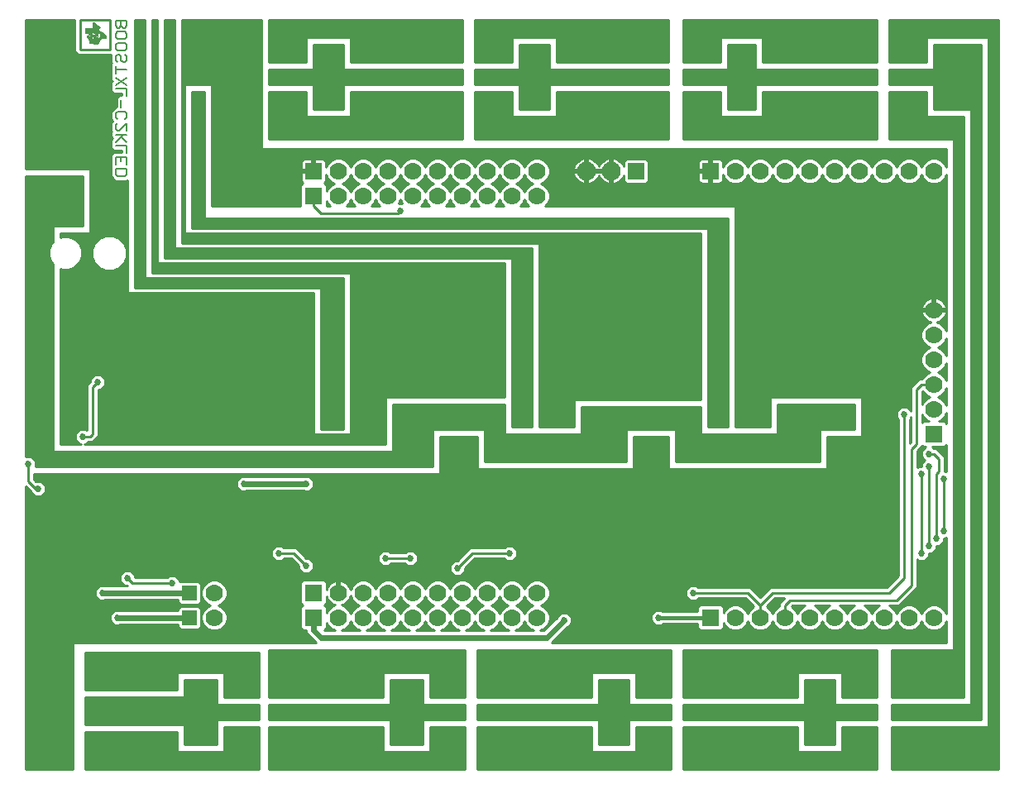
<source format=gbl>
G75*
G70*
%OFA0B0*%
%FSLAX24Y24*%
%IPPOS*%
%LPD*%
%AMOC8*
5,1,8,0,0,1.08239X$1,22.5*
%
%ADD10C,0.0050*%
%ADD11R,0.0700X0.0700*%
%ADD12C,0.0700*%
%ADD13R,0.0600X0.0600*%
%ADD14R,0.0660X0.0660*%
%ADD15C,0.0760*%
%ADD16C,0.0010*%
%ADD17C,0.0270*%
%ADD18C,0.0100*%
%ADD19C,0.0240*%
%ADD20C,0.0160*%
D10*
X021254Y043600D02*
X021179Y043675D01*
X021179Y043900D01*
X021629Y043900D01*
X021629Y043675D01*
X021554Y043600D01*
X021254Y043600D01*
X021179Y044060D02*
X021179Y044361D01*
X021629Y044361D01*
X021629Y044060D01*
X021404Y044211D02*
X021404Y044361D01*
X021629Y044521D02*
X021629Y044821D01*
X021179Y044821D01*
X021179Y044981D02*
X021479Y045281D01*
X021404Y045206D02*
X021629Y044981D01*
X021629Y045281D02*
X021179Y045281D01*
X021254Y045441D02*
X021179Y045517D01*
X021179Y045667D01*
X021254Y045742D01*
X021254Y045902D02*
X021179Y045977D01*
X021179Y046127D01*
X021254Y046202D01*
X021554Y046202D01*
X021629Y046127D01*
X021629Y045977D01*
X021554Y045902D01*
X021629Y045742D02*
X021329Y045441D01*
X021254Y045441D01*
X021629Y045441D02*
X021629Y045742D01*
X021404Y046362D02*
X021404Y046662D01*
X021629Y046823D02*
X021629Y047123D01*
X021179Y047123D01*
X021179Y047283D02*
X021629Y047583D01*
X021629Y047283D02*
X021179Y047583D01*
X021179Y047743D02*
X021179Y048044D01*
X021179Y047893D02*
X021629Y047893D01*
X021554Y048204D02*
X021629Y048279D01*
X021629Y048429D01*
X021554Y048504D01*
X021554Y048664D02*
X021254Y048664D01*
X021179Y048739D01*
X021179Y048889D01*
X021254Y048964D01*
X021554Y048964D01*
X021629Y048889D01*
X021629Y048739D01*
X021554Y048664D01*
X021329Y048504D02*
X021404Y048429D01*
X021404Y048279D01*
X021479Y048204D01*
X021554Y048204D01*
X021254Y048204D02*
X021179Y048279D01*
X021179Y048429D01*
X021254Y048504D01*
X021329Y048504D01*
X021254Y049124D02*
X021179Y049199D01*
X021179Y049350D01*
X021254Y049425D01*
X021554Y049425D01*
X021629Y049350D01*
X021629Y049199D01*
X021554Y049124D01*
X021254Y049124D01*
X021254Y049585D02*
X021329Y049585D01*
X021404Y049660D01*
X021404Y049885D01*
X021629Y049885D02*
X021629Y049660D01*
X021554Y049585D01*
X021479Y049585D01*
X021404Y049660D01*
X021254Y049585D02*
X021179Y049660D01*
X021179Y049885D01*
X021629Y049885D01*
D11*
X029154Y043810D03*
X029154Y042810D03*
X029154Y026810D03*
X029154Y025810D03*
X045154Y025810D03*
X054154Y033210D03*
X045154Y043810D03*
D12*
X046154Y043810D03*
X047154Y043810D03*
X048154Y043810D03*
X049154Y043810D03*
X050154Y043810D03*
X051154Y043810D03*
X052154Y043810D03*
X053154Y043810D03*
X054154Y043810D03*
X054154Y038210D03*
X054154Y037210D03*
X054154Y036210D03*
X054154Y035210D03*
X054154Y034210D03*
X054154Y025810D03*
X053154Y025810D03*
X052154Y025810D03*
X051154Y025810D03*
X050154Y025810D03*
X049154Y025810D03*
X048154Y025810D03*
X047154Y025810D03*
X046154Y025810D03*
X038154Y025810D03*
X038154Y026810D03*
X037154Y026810D03*
X036154Y026810D03*
X036154Y025810D03*
X037154Y025810D03*
X035154Y025810D03*
X035154Y026810D03*
X034154Y026810D03*
X033154Y026810D03*
X033154Y025810D03*
X034154Y025810D03*
X032154Y025810D03*
X032154Y026810D03*
X031154Y026810D03*
X030154Y026810D03*
X030154Y025810D03*
X031154Y025810D03*
X025154Y025810D03*
X025154Y026810D03*
X030154Y042810D03*
X030154Y043810D03*
X031154Y043810D03*
X032154Y043810D03*
X032154Y042810D03*
X031154Y042810D03*
X033154Y042810D03*
X033154Y043810D03*
X034154Y043810D03*
X035154Y043810D03*
X035154Y042810D03*
X034154Y042810D03*
X036154Y042810D03*
X036154Y043810D03*
X037154Y043810D03*
X038154Y043810D03*
X038154Y042810D03*
X037154Y042810D03*
D13*
X024154Y026810D03*
X024154Y025810D03*
D14*
X042154Y043810D03*
D15*
X041154Y043810D03*
X040154Y043810D03*
D16*
X020775Y049186D02*
X020772Y049177D01*
X020767Y049170D01*
X020762Y049169D01*
X020747Y049174D01*
X020725Y049180D01*
X020704Y049183D01*
X020686Y049186D01*
X020671Y049184D01*
X020651Y049180D01*
X020636Y049174D01*
X020624Y049168D01*
X020607Y049157D01*
X020592Y049145D01*
X020301Y049145D01*
X020301Y049137D02*
X020582Y049137D01*
X020576Y049132D02*
X020563Y049118D01*
X020548Y049100D01*
X020534Y049081D01*
X020525Y049064D01*
X020516Y049049D01*
X020509Y049036D01*
X020497Y049013D01*
X020486Y048987D01*
X020479Y048972D01*
X020474Y048955D01*
X020469Y048945D01*
X020464Y048942D01*
X020451Y048940D01*
X020432Y048937D01*
X020408Y048934D01*
X020374Y048930D01*
X020352Y048928D01*
X020333Y048929D01*
X020301Y048934D01*
X020298Y048936D01*
X020292Y048945D01*
X020284Y048956D01*
X020272Y048962D01*
X020255Y048971D01*
X020233Y048977D01*
X020193Y048981D01*
X020157Y048979D01*
X020135Y048976D01*
X020121Y048977D01*
X020117Y048984D01*
X020114Y048996D01*
X020111Y049015D01*
X020109Y049036D01*
X020105Y049073D01*
X020104Y049107D01*
X020104Y049147D01*
X020117Y049150D01*
X020148Y049156D01*
X020175Y049163D01*
X020192Y049167D01*
X020205Y049169D01*
X020205Y049099D01*
X020216Y049102D01*
X020301Y049122D01*
X020301Y049191D01*
X020425Y049218D01*
X020451Y049219D01*
X020455Y049215D01*
X020457Y049209D01*
X020457Y049182D01*
X020455Y049164D01*
X020525Y049182D01*
X020538Y049189D01*
X020543Y049208D01*
X020549Y049230D01*
X020555Y049262D01*
X020559Y049292D01*
X020556Y049324D01*
X020553Y049334D01*
X020544Y049352D01*
X020530Y049365D01*
X020517Y049375D01*
X020502Y049381D01*
X020480Y049384D01*
X020450Y049384D01*
X020434Y049381D01*
X020356Y049365D01*
X020313Y049355D01*
X020301Y049354D01*
X020300Y049422D01*
X020205Y049401D01*
X020205Y049331D01*
X020091Y049308D01*
X020092Y049308D01*
X020091Y049308D02*
X020089Y049329D01*
X020083Y049345D01*
X020076Y049358D01*
X019942Y049358D01*
X019941Y049574D01*
X019942Y049573D01*
X020051Y049574D01*
X020158Y049573D01*
X020265Y049573D01*
X020265Y049763D01*
X020264Y049800D01*
X020283Y049800D01*
X020301Y049794D01*
X020323Y049784D01*
X020340Y049771D01*
X020356Y049755D01*
X020375Y049736D01*
X020387Y049723D01*
X020396Y049714D01*
X020407Y049704D01*
X020422Y049695D01*
X020445Y049685D01*
X020466Y049676D01*
X020486Y049667D01*
X020500Y049659D01*
X020519Y049644D01*
X020531Y049627D01*
X020535Y049620D01*
X020538Y049603D01*
X020535Y049583D01*
X020528Y049576D01*
X020522Y049569D01*
X020509Y049557D01*
X020496Y049544D01*
X020486Y049535D01*
X020484Y049529D01*
X020481Y049509D01*
X020483Y049490D01*
X020493Y049476D01*
X020505Y049464D01*
X020544Y049442D01*
X020570Y049429D01*
X020592Y049420D01*
X020614Y049411D01*
X020640Y049397D01*
X020665Y049385D01*
X020694Y049366D01*
X020723Y049340D01*
X020742Y049318D01*
X020759Y049295D01*
X020768Y049278D01*
X020775Y049263D01*
X020778Y049247D01*
X020780Y049219D01*
X020778Y049200D01*
X020775Y049186D01*
X020776Y049188D02*
X020536Y049188D01*
X020540Y049197D02*
X020777Y049197D01*
X020779Y049205D02*
X020543Y049205D01*
X020545Y049214D02*
X020779Y049214D01*
X020779Y049222D02*
X020547Y049222D01*
X020549Y049231D02*
X020779Y049231D01*
X020778Y049239D02*
X020551Y049239D01*
X020552Y049248D02*
X020777Y049248D01*
X020776Y049256D02*
X020554Y049256D01*
X020556Y049265D02*
X020774Y049265D01*
X020770Y049273D02*
X020557Y049273D01*
X020558Y049282D02*
X020766Y049282D01*
X020761Y049291D02*
X020559Y049291D01*
X020558Y049299D02*
X020756Y049299D01*
X020750Y049308D02*
X020558Y049308D01*
X020557Y049316D02*
X020744Y049316D01*
X020736Y049325D02*
X020556Y049325D01*
X020553Y049333D02*
X020729Y049333D01*
X020721Y049342D02*
X020549Y049342D01*
X020545Y049350D02*
X020711Y049350D01*
X020701Y049359D02*
X020536Y049359D01*
X020527Y049367D02*
X020691Y049367D01*
X020678Y049376D02*
X020515Y049376D01*
X020451Y049347D02*
X020451Y049262D01*
X020140Y049192D01*
X020141Y049279D01*
X020141Y049279D01*
X020451Y049347D01*
X020451Y049342D02*
X020427Y049342D01*
X020451Y049333D02*
X020388Y049333D01*
X020368Y049367D02*
X020301Y049367D01*
X020301Y049359D02*
X020331Y049359D01*
X020300Y049376D02*
X020409Y049376D01*
X020451Y049325D02*
X020349Y049325D01*
X020310Y049316D02*
X020451Y049316D01*
X020451Y049308D02*
X020271Y049308D01*
X020231Y049299D02*
X020451Y049299D01*
X020451Y049291D02*
X020192Y049291D01*
X020175Y049325D02*
X020090Y049325D01*
X020088Y049333D02*
X020205Y049333D01*
X020205Y049342D02*
X020084Y049342D01*
X020080Y049350D02*
X020205Y049350D01*
X020205Y049359D02*
X019942Y049359D01*
X019942Y049367D02*
X020205Y049367D01*
X020205Y049376D02*
X019942Y049376D01*
X019942Y049385D02*
X020205Y049385D01*
X020205Y049393D02*
X019942Y049393D01*
X019942Y049402D02*
X020209Y049402D01*
X020248Y049410D02*
X019942Y049410D01*
X019942Y049419D02*
X020286Y049419D01*
X020300Y049419D02*
X020594Y049419D01*
X020574Y049427D02*
X019942Y049427D01*
X019942Y049436D02*
X020556Y049436D01*
X020540Y049444D02*
X019942Y049444D01*
X019942Y049453D02*
X020524Y049453D01*
X020509Y049461D02*
X019942Y049461D01*
X019942Y049470D02*
X020499Y049470D01*
X020491Y049479D02*
X019941Y049479D01*
X019941Y049487D02*
X020485Y049487D01*
X020482Y049496D02*
X019941Y049496D01*
X019941Y049504D02*
X020481Y049504D01*
X020481Y049513D02*
X019941Y049513D01*
X019941Y049521D02*
X020483Y049521D01*
X020484Y049530D02*
X019941Y049530D01*
X019941Y049538D02*
X020490Y049538D01*
X020498Y049547D02*
X019941Y049547D01*
X019941Y049555D02*
X020507Y049555D01*
X020517Y049564D02*
X019941Y049564D01*
X019941Y049572D02*
X020525Y049572D01*
X020533Y049581D02*
X020265Y049581D01*
X020265Y049590D02*
X020536Y049590D01*
X020537Y049598D02*
X020265Y049598D01*
X020265Y049607D02*
X020537Y049607D01*
X020536Y049615D02*
X020265Y049615D01*
X020265Y049624D02*
X020533Y049624D01*
X020527Y049632D02*
X020265Y049632D01*
X020265Y049641D02*
X020521Y049641D01*
X020512Y049649D02*
X020265Y049649D01*
X020265Y049658D02*
X020501Y049658D01*
X020487Y049666D02*
X020265Y049666D01*
X020265Y049675D02*
X020468Y049675D01*
X020449Y049684D02*
X020265Y049684D01*
X020265Y049692D02*
X020429Y049692D01*
X020413Y049701D02*
X020265Y049701D01*
X020265Y049709D02*
X020402Y049709D01*
X020393Y049718D02*
X020265Y049718D01*
X020265Y049726D02*
X020384Y049726D01*
X020376Y049735D02*
X020265Y049735D01*
X020265Y049743D02*
X020367Y049743D01*
X020359Y049752D02*
X020265Y049752D01*
X020265Y049760D02*
X020350Y049760D01*
X020342Y049769D02*
X020265Y049769D01*
X020265Y049778D02*
X020332Y049778D01*
X020319Y049786D02*
X020265Y049786D01*
X020264Y049795D02*
X020298Y049795D01*
X020300Y049410D02*
X020616Y049410D01*
X020632Y049402D02*
X020300Y049402D01*
X020300Y049393D02*
X020649Y049393D01*
X020666Y049385D02*
X020300Y049385D01*
X020351Y049239D02*
X020141Y049239D01*
X020141Y049231D02*
X020313Y049231D01*
X020327Y049197D02*
X020457Y049197D01*
X020457Y049205D02*
X020366Y049205D01*
X020405Y049214D02*
X020455Y049214D01*
X020457Y049188D02*
X020301Y049188D01*
X020301Y049179D02*
X020456Y049179D01*
X020455Y049171D02*
X020301Y049171D01*
X020301Y049162D02*
X020615Y049162D01*
X020603Y049154D02*
X020301Y049154D01*
X020301Y049128D02*
X020573Y049128D01*
X020576Y049132D02*
X020592Y049145D01*
X020565Y049120D02*
X020292Y049120D01*
X020255Y049111D02*
X020557Y049111D01*
X020550Y049103D02*
X020218Y049103D01*
X020205Y049103D02*
X020104Y049103D01*
X020104Y049111D02*
X020205Y049111D01*
X020205Y049120D02*
X020104Y049120D01*
X020104Y049128D02*
X020205Y049128D01*
X020205Y049137D02*
X020104Y049137D01*
X020104Y049145D02*
X020205Y049145D01*
X020205Y049154D02*
X020136Y049154D01*
X020174Y049162D02*
X020205Y049162D01*
X020198Y049205D02*
X020140Y049205D01*
X020140Y049197D02*
X020160Y049197D01*
X020140Y049214D02*
X020236Y049214D01*
X020274Y049222D02*
X020140Y049222D01*
X020116Y049222D02*
X020114Y049237D01*
X020108Y049250D01*
X020101Y049256D01*
X020038Y049256D01*
X020035Y049253D01*
X020032Y049247D01*
X020025Y049237D01*
X020024Y049221D01*
X020025Y049202D01*
X020028Y049196D01*
X020035Y049189D01*
X020041Y049183D01*
X020044Y049180D01*
X020051Y049177D01*
X020060Y049173D01*
X020079Y049173D01*
X020092Y049176D01*
X020102Y049183D01*
X020112Y049196D01*
X020115Y049205D01*
X020025Y049205D01*
X020025Y049214D02*
X020115Y049214D01*
X020116Y049222D02*
X020024Y049222D01*
X020025Y049231D02*
X020115Y049231D01*
X020113Y049239D02*
X020027Y049239D01*
X020032Y049248D02*
X020109Y049248D01*
X020101Y049256D02*
X020095Y049263D01*
X020086Y049266D01*
X020068Y049267D01*
X020053Y049266D01*
X020053Y049266D01*
X020041Y049260D01*
X020038Y049256D01*
X020052Y049265D02*
X020088Y049265D01*
X020116Y049222D02*
X020115Y049205D01*
X020112Y049197D02*
X020028Y049197D01*
X020036Y049188D02*
X020106Y049188D01*
X020097Y049179D02*
X020045Y049179D01*
X020104Y049094D02*
X020543Y049094D01*
X020537Y049086D02*
X020105Y049086D01*
X020105Y049077D02*
X020532Y049077D01*
X020527Y049068D02*
X020105Y049068D01*
X020106Y049060D02*
X020522Y049060D01*
X020517Y049051D02*
X020107Y049051D01*
X020108Y049043D02*
X020513Y049043D01*
X020508Y049034D02*
X020109Y049034D01*
X020110Y049026D02*
X020504Y049026D01*
X020499Y049017D02*
X020111Y049017D01*
X020112Y049009D02*
X020495Y049009D01*
X020492Y049000D02*
X020114Y049000D01*
X020115Y048992D02*
X020488Y048992D01*
X020485Y048983D02*
X020118Y048983D01*
X020243Y048974D02*
X020481Y048974D01*
X020477Y048966D02*
X020265Y048966D01*
X020282Y048957D02*
X020474Y048957D01*
X020471Y048949D02*
X020289Y048949D01*
X020295Y048940D02*
X020453Y048940D01*
X020392Y048932D02*
X020314Y048932D01*
X020482Y049171D02*
X020631Y049171D01*
X020650Y049179D02*
X020514Y049179D01*
X020451Y049265D02*
X020141Y049265D01*
X020141Y049273D02*
X020451Y049273D01*
X020451Y049282D02*
X020153Y049282D01*
X020141Y049256D02*
X020427Y049256D01*
X020389Y049248D02*
X020141Y049248D01*
X020134Y049316D02*
X020091Y049316D01*
X020725Y049179D02*
X020773Y049179D01*
X020768Y049171D02*
X020756Y049171D01*
D17*
X022154Y049210D03*
X022154Y049610D03*
X022154Y048810D03*
X022154Y048410D03*
X023354Y047610D03*
X023354Y047210D03*
X023354Y046810D03*
X023354Y046410D03*
X024454Y046410D03*
X024454Y046810D03*
X024454Y046010D03*
X024454Y045610D03*
X028354Y045410D03*
X028354Y045910D03*
X028354Y046410D03*
X028854Y045410D03*
X029354Y045410D03*
X029854Y045410D03*
X030054Y046810D03*
X030054Y047310D03*
X030054Y047810D03*
X030054Y048310D03*
X029554Y048310D03*
X029554Y047810D03*
X029554Y047310D03*
X029554Y046810D03*
X028354Y048810D03*
X028354Y049310D03*
X028354Y049810D03*
X028854Y049810D03*
X029354Y049810D03*
X029854Y049810D03*
X032754Y049810D03*
X033254Y049810D03*
X033754Y049810D03*
X034254Y049810D03*
X033754Y049310D03*
X033254Y049310D03*
X033154Y047610D03*
X033554Y047610D03*
X032754Y047610D03*
X033254Y045910D03*
X033754Y045910D03*
X033754Y045410D03*
X033254Y045410D03*
X032754Y045410D03*
X034254Y045410D03*
X036654Y045410D03*
X036654Y045910D03*
X036654Y046410D03*
X037154Y045410D03*
X037654Y045410D03*
X038154Y045410D03*
X038354Y046810D03*
X038354Y047310D03*
X038354Y047810D03*
X038354Y048310D03*
X037854Y048310D03*
X037854Y047810D03*
X037854Y047310D03*
X037854Y046810D03*
X036654Y048810D03*
X036654Y049310D03*
X036654Y049810D03*
X037154Y049810D03*
X037654Y049810D03*
X038154Y049810D03*
X041054Y049810D03*
X041554Y049810D03*
X042054Y049810D03*
X042554Y049810D03*
X042054Y049310D03*
X041554Y049310D03*
X041454Y047610D03*
X041854Y047610D03*
X041054Y047610D03*
X041554Y045910D03*
X042054Y045910D03*
X042054Y045410D03*
X041554Y045410D03*
X041054Y045410D03*
X042554Y045410D03*
X045054Y045410D03*
X045054Y045910D03*
X045054Y046410D03*
X045554Y045410D03*
X046054Y045410D03*
X046554Y045410D03*
X046654Y046810D03*
X046654Y047310D03*
X046654Y047810D03*
X046654Y048310D03*
X046154Y048310D03*
X046154Y047810D03*
X046154Y047310D03*
X046154Y046810D03*
X045054Y048810D03*
X045054Y049310D03*
X045054Y049810D03*
X045554Y049810D03*
X046054Y049810D03*
X046554Y049810D03*
X049454Y049810D03*
X049954Y049810D03*
X050454Y049810D03*
X050954Y049810D03*
X050454Y049310D03*
X049954Y049310D03*
X049854Y047610D03*
X050254Y047610D03*
X049454Y047610D03*
X049954Y045910D03*
X050454Y045910D03*
X050454Y045410D03*
X050954Y045410D03*
X049954Y045410D03*
X049454Y045410D03*
X053354Y045410D03*
X053354Y045910D03*
X053354Y046410D03*
X053854Y045410D03*
X054354Y045410D03*
X054854Y045410D03*
X054954Y046810D03*
X054954Y047310D03*
X054954Y047810D03*
X054954Y048310D03*
X054454Y048310D03*
X054454Y047810D03*
X054454Y047310D03*
X054454Y046810D03*
X053354Y048810D03*
X053354Y049310D03*
X053354Y049810D03*
X053854Y049810D03*
X054354Y049810D03*
X054854Y049810D03*
X044554Y038810D03*
X044054Y038810D03*
X044054Y038310D03*
X044554Y038310D03*
X044054Y039410D03*
X041754Y038910D03*
X042154Y034110D03*
X042654Y034110D03*
X042654Y033610D03*
X042154Y033610D03*
X042154Y032910D03*
X042654Y032910D03*
X042654Y032410D03*
X042154Y032410D03*
X043254Y032510D03*
X045254Y033610D03*
X045254Y034010D03*
X045654Y034010D03*
X045654Y033610D03*
X050054Y033610D03*
X050054Y034110D03*
X050554Y034110D03*
X050554Y033610D03*
X050554Y032910D03*
X050054Y032910D03*
X050054Y032410D03*
X050554Y032410D03*
X052954Y034010D03*
X053954Y032410D03*
X053954Y031910D03*
X053654Y031610D03*
X054554Y031410D03*
X054554Y029310D03*
X054254Y029010D03*
X053954Y028710D03*
X053654Y028410D03*
X053754Y024210D03*
X053254Y024210D03*
X053754Y023710D03*
X054254Y023710D03*
X054254Y024210D03*
X054754Y024210D03*
X054854Y022010D03*
X054454Y022010D03*
X054054Y022010D03*
X054254Y020310D03*
X053754Y020310D03*
X053754Y019810D03*
X053254Y019810D03*
X054254Y019810D03*
X054754Y019810D03*
X050854Y019810D03*
X050854Y020310D03*
X050854Y020810D03*
X049854Y021310D03*
X049854Y021810D03*
X049854Y022310D03*
X049854Y022810D03*
X049354Y022810D03*
X049354Y022310D03*
X049354Y021810D03*
X049354Y021310D03*
X049354Y019810D03*
X049854Y019810D03*
X050354Y019810D03*
X050854Y023210D03*
X050854Y023710D03*
X050854Y024210D03*
X050354Y024210D03*
X049854Y024210D03*
X049354Y024210D03*
X046454Y024210D03*
X045954Y024210D03*
X045454Y024210D03*
X044954Y024210D03*
X045454Y023710D03*
X045954Y023710D03*
X046054Y022010D03*
X046454Y022010D03*
X045654Y022010D03*
X045454Y020310D03*
X045954Y020310D03*
X045954Y019810D03*
X046454Y019810D03*
X045454Y019810D03*
X044954Y019810D03*
X042554Y019810D03*
X042554Y020310D03*
X042554Y020810D03*
X042054Y019810D03*
X041554Y019810D03*
X041054Y019810D03*
X040954Y021310D03*
X040954Y021810D03*
X040954Y022310D03*
X040954Y022810D03*
X041454Y022810D03*
X041454Y022310D03*
X041454Y021810D03*
X041454Y021310D03*
X042554Y023210D03*
X042554Y023710D03*
X042554Y024210D03*
X042054Y024210D03*
X041554Y024210D03*
X041054Y024210D03*
X039254Y025710D03*
X038154Y024210D03*
X037654Y024210D03*
X037154Y024210D03*
X036654Y024210D03*
X037154Y023710D03*
X037654Y023710D03*
X037754Y022010D03*
X038154Y022010D03*
X037354Y022010D03*
X037154Y020310D03*
X037654Y020310D03*
X037654Y019810D03*
X038154Y019810D03*
X037154Y019810D03*
X036654Y019810D03*
X034254Y019810D03*
X034254Y020310D03*
X034254Y020810D03*
X033754Y019810D03*
X033254Y019810D03*
X032754Y019810D03*
X032654Y021310D03*
X032654Y021810D03*
X032654Y022310D03*
X032654Y022810D03*
X033154Y022810D03*
X033154Y022310D03*
X033154Y021810D03*
X033154Y021310D03*
X034254Y023210D03*
X034254Y023710D03*
X034254Y024210D03*
X033754Y024210D03*
X033254Y024210D03*
X032754Y024210D03*
X029854Y024210D03*
X029354Y024210D03*
X028854Y024210D03*
X028354Y024210D03*
X028854Y023710D03*
X029354Y023710D03*
X029454Y022010D03*
X029854Y022010D03*
X029054Y022010D03*
X028854Y020310D03*
X029354Y020310D03*
X029354Y019810D03*
X029854Y019810D03*
X028854Y019810D03*
X028354Y019810D03*
X025954Y019810D03*
X025954Y020310D03*
X025954Y020810D03*
X025454Y019810D03*
X024954Y019810D03*
X024454Y019810D03*
X024354Y021310D03*
X024354Y021810D03*
X024354Y022310D03*
X024354Y022810D03*
X024854Y022810D03*
X024854Y022310D03*
X024854Y021810D03*
X024854Y021310D03*
X025954Y023210D03*
X025954Y023710D03*
X025954Y024210D03*
X025454Y024210D03*
X024954Y024210D03*
X024454Y024210D03*
X021354Y023710D03*
X020954Y023710D03*
X020954Y023310D03*
X021354Y023310D03*
X021354Y022210D03*
X020954Y022210D03*
X020954Y021810D03*
X021354Y021810D03*
X021354Y020710D03*
X020954Y020710D03*
X020954Y020310D03*
X021354Y020310D03*
X018354Y020310D03*
X018354Y020810D03*
X018354Y021310D03*
X018354Y021810D03*
X018354Y022310D03*
X018354Y022810D03*
X018354Y023310D03*
X018354Y023810D03*
X017854Y023810D03*
X017854Y023310D03*
X017854Y022810D03*
X017854Y022310D03*
X017854Y021810D03*
X017854Y021310D03*
X017854Y020810D03*
X017854Y020310D03*
X021254Y025810D03*
X020654Y026810D03*
X021654Y027410D03*
X023454Y027210D03*
X026354Y031210D03*
X025154Y032910D03*
X025154Y033310D03*
X024754Y033310D03*
X024754Y032910D03*
X027454Y034410D03*
X027454Y034910D03*
X027454Y035410D03*
X027454Y035910D03*
X025954Y036510D03*
X025354Y037710D03*
X025354Y038210D03*
X025354Y038710D03*
X024854Y038710D03*
X024854Y038210D03*
X024854Y037710D03*
X023054Y037710D03*
X023054Y038210D03*
X023054Y038710D03*
X020054Y038510D03*
X020054Y038110D03*
X020054Y037710D03*
X020054Y037310D03*
X019654Y037310D03*
X019654Y036910D03*
X020054Y036910D03*
X020454Y035310D03*
X019854Y033110D03*
X020254Y031510D03*
X018054Y031010D03*
X017654Y032010D03*
X017754Y041810D03*
X017754Y042310D03*
X017754Y042810D03*
X017754Y043310D03*
X018254Y043310D03*
X018754Y043310D03*
X019254Y043310D03*
X018254Y042810D03*
X018254Y042310D03*
X018254Y041810D03*
X018754Y041810D03*
X019254Y041810D03*
X027454Y041110D03*
X027854Y041110D03*
X028254Y041110D03*
X028654Y041110D03*
X028654Y039910D03*
X028254Y039910D03*
X027854Y039910D03*
X027454Y039910D03*
X028454Y038710D03*
X028954Y038710D03*
X028954Y038210D03*
X028454Y038210D03*
X029654Y034010D03*
X030054Y034010D03*
X030054Y033610D03*
X029654Y033610D03*
X027854Y033010D03*
X028854Y031210D03*
X027754Y028410D03*
X028854Y027910D03*
X032054Y028210D03*
X033054Y028210D03*
X034754Y029010D03*
X034754Y030010D03*
X033754Y031210D03*
X034454Y032410D03*
X034454Y032910D03*
X034954Y032910D03*
X034954Y032410D03*
X035554Y032510D03*
X034954Y033610D03*
X034954Y034110D03*
X034454Y034110D03*
X034454Y033610D03*
X037354Y033610D03*
X037354Y034010D03*
X037754Y034010D03*
X037754Y033610D03*
X036654Y038310D03*
X036654Y038810D03*
X036154Y038810D03*
X036154Y038310D03*
X032654Y042210D03*
X037054Y028410D03*
X034954Y027810D03*
X043054Y025810D03*
X044454Y026810D03*
X047954Y028610D03*
D18*
X017554Y031099D02*
X017554Y019710D01*
X019454Y019710D01*
X019454Y024810D01*
X029244Y024810D01*
X028990Y025064D01*
X028990Y025064D01*
X028908Y025146D01*
X028864Y025252D01*
X028864Y025290D01*
X028734Y025290D01*
X028634Y025389D01*
X028634Y026230D01*
X028714Y026310D01*
X028634Y026389D01*
X028634Y027230D01*
X028734Y027330D01*
X029574Y027330D01*
X029674Y027230D01*
X029674Y026950D01*
X029691Y027002D01*
X029726Y027072D01*
X029773Y027136D01*
X029828Y027191D01*
X029892Y027238D01*
X029962Y027273D01*
X030037Y027298D01*
X030104Y027308D01*
X030104Y026860D01*
X030204Y026860D01*
X030204Y027308D01*
X030271Y027298D01*
X030346Y027273D01*
X030416Y027238D01*
X030480Y027191D01*
X030535Y027136D01*
X030582Y027072D01*
X030617Y027002D01*
X030641Y026930D01*
X030713Y027104D01*
X030859Y027251D01*
X031051Y027330D01*
X031257Y027330D01*
X031449Y027251D01*
X031595Y027104D01*
X031654Y026962D01*
X031713Y027104D01*
X031859Y027251D01*
X032051Y027330D01*
X032257Y027330D01*
X032449Y027251D01*
X032595Y027104D01*
X032654Y026962D01*
X032713Y027104D01*
X032859Y027251D01*
X033051Y027330D01*
X033257Y027330D01*
X033449Y027251D01*
X033595Y027104D01*
X033654Y026962D01*
X033713Y027104D01*
X033859Y027251D01*
X034051Y027330D01*
X034257Y027330D01*
X034449Y027251D01*
X034595Y027104D01*
X034654Y026961D01*
X034713Y027104D01*
X034859Y027251D01*
X035051Y027330D01*
X035257Y027330D01*
X035449Y027251D01*
X035595Y027104D01*
X035654Y026961D01*
X035713Y027104D01*
X035859Y027251D01*
X036051Y027330D01*
X036257Y027330D01*
X036449Y027251D01*
X036595Y027104D01*
X036654Y026961D01*
X036713Y027104D01*
X036859Y027251D01*
X037051Y027330D01*
X037257Y027330D01*
X037449Y027251D01*
X037595Y027104D01*
X037654Y026961D01*
X037713Y027104D01*
X037859Y027251D01*
X038051Y027330D01*
X038257Y027330D01*
X038449Y027251D01*
X038595Y027104D01*
X038674Y026913D01*
X038674Y026706D01*
X038595Y026515D01*
X038449Y026369D01*
X038306Y026310D01*
X038449Y026251D01*
X038595Y026104D01*
X038674Y025913D01*
X038674Y025706D01*
X038595Y025515D01*
X038449Y025369D01*
X038281Y025300D01*
X038434Y025300D01*
X038980Y025846D01*
X038995Y025883D01*
X039081Y025968D01*
X039193Y026015D01*
X039315Y026015D01*
X039427Y025968D01*
X039513Y025883D01*
X039559Y025771D01*
X039559Y025649D01*
X039513Y025537D01*
X039427Y025451D01*
X039391Y025436D01*
X038764Y024810D01*
X054654Y024810D01*
X054654Y025658D01*
X054595Y025515D01*
X054449Y025369D01*
X054257Y025290D01*
X054051Y025290D01*
X053859Y025369D01*
X053713Y025515D01*
X053654Y025658D01*
X053595Y025515D01*
X053449Y025369D01*
X053257Y025290D01*
X053051Y025290D01*
X052859Y025369D01*
X052713Y025515D01*
X052654Y025658D01*
X052595Y025515D01*
X052449Y025369D01*
X052257Y025290D01*
X052051Y025290D01*
X051859Y025369D01*
X051713Y025515D01*
X051654Y025658D01*
X051595Y025515D01*
X051449Y025369D01*
X051257Y025290D01*
X051051Y025290D01*
X050859Y025369D01*
X050713Y025515D01*
X050654Y025658D01*
X050595Y025515D01*
X050449Y025369D01*
X050257Y025290D01*
X050051Y025290D01*
X049859Y025369D01*
X049713Y025515D01*
X049654Y025658D01*
X049595Y025515D01*
X049449Y025369D01*
X049257Y025290D01*
X049051Y025290D01*
X048859Y025369D01*
X048713Y025515D01*
X048654Y025658D01*
X048595Y025515D01*
X048449Y025369D01*
X048257Y025290D01*
X048051Y025290D01*
X047859Y025369D01*
X047713Y025515D01*
X047654Y025658D01*
X047595Y025515D01*
X047449Y025369D01*
X047257Y025290D01*
X047051Y025290D01*
X046859Y025369D01*
X046713Y025515D01*
X046654Y025658D01*
X046595Y025515D01*
X046449Y025369D01*
X046257Y025290D01*
X046051Y025290D01*
X045859Y025369D01*
X045713Y025515D01*
X045674Y025610D01*
X045674Y025389D01*
X045574Y025290D01*
X044734Y025290D01*
X044634Y025389D01*
X044634Y025560D01*
X043235Y025560D01*
X043227Y025551D01*
X043115Y025505D01*
X042993Y025505D01*
X042881Y025551D01*
X042795Y025637D01*
X042749Y025749D01*
X042749Y025871D01*
X042795Y025983D01*
X042881Y026068D01*
X042993Y026115D01*
X043115Y026115D01*
X043227Y026068D01*
X043235Y026060D01*
X044634Y026060D01*
X044634Y026230D01*
X044734Y026330D01*
X045574Y026330D01*
X045674Y026230D01*
X045674Y026010D01*
X045713Y026104D01*
X045859Y026251D01*
X046051Y026330D01*
X046257Y026330D01*
X046449Y026251D01*
X046595Y026104D01*
X046654Y025962D01*
X046713Y026104D01*
X046859Y026251D01*
X046890Y026263D01*
X046563Y026590D01*
X044665Y026590D01*
X044627Y026551D01*
X044515Y026505D01*
X044393Y026505D01*
X044281Y026551D01*
X044195Y026637D01*
X044149Y026749D01*
X044149Y026871D01*
X044195Y026983D01*
X044281Y027068D01*
X044393Y027115D01*
X044515Y027115D01*
X044627Y027068D01*
X044665Y027030D01*
X046745Y027030D01*
X046874Y026901D01*
X047154Y026621D01*
X047563Y027030D01*
X047745Y027030D01*
X052263Y027030D01*
X052734Y027501D01*
X052734Y033799D01*
X052695Y033837D01*
X052649Y033949D01*
X052649Y034071D01*
X052695Y034183D01*
X052781Y034268D01*
X052893Y034315D01*
X053015Y034315D01*
X053127Y034268D01*
X053213Y034183D01*
X053234Y034131D01*
X053234Y035101D01*
X053363Y035230D01*
X053563Y035430D01*
X053682Y035430D01*
X053713Y035504D01*
X053859Y035651D01*
X054002Y035710D01*
X053859Y035769D01*
X053713Y035915D01*
X053634Y036106D01*
X053634Y036313D01*
X053713Y036504D01*
X053859Y036651D01*
X054002Y036710D01*
X053859Y036769D01*
X053713Y036915D01*
X053634Y037106D01*
X053634Y037313D01*
X053713Y037504D01*
X053859Y037651D01*
X054034Y037723D01*
X053962Y037747D01*
X053892Y037782D01*
X053828Y037829D01*
X053773Y037884D01*
X053726Y037948D01*
X053691Y038018D01*
X053666Y038093D01*
X053656Y038160D01*
X054104Y038160D01*
X054104Y038260D01*
X054104Y038708D01*
X054037Y038698D01*
X053962Y038673D01*
X053892Y038638D01*
X053828Y038591D01*
X053773Y038536D01*
X053726Y038472D01*
X053691Y038402D01*
X053666Y038327D01*
X053656Y038260D01*
X054104Y038260D01*
X054204Y038260D01*
X054204Y038708D01*
X054271Y038698D01*
X054346Y038673D01*
X054416Y038638D01*
X054480Y038591D01*
X054535Y038536D01*
X054582Y038472D01*
X054617Y038402D01*
X054642Y038327D01*
X054652Y038260D01*
X054204Y038260D01*
X054204Y038160D01*
X054652Y038160D01*
X054642Y038093D01*
X054617Y038018D01*
X054582Y037948D01*
X054535Y037884D01*
X054480Y037829D01*
X054416Y037782D01*
X054346Y037747D01*
X054274Y037723D01*
X054449Y037651D01*
X054595Y037504D01*
X054654Y037361D01*
X054654Y043658D01*
X054595Y043515D01*
X054449Y043369D01*
X054257Y043290D01*
X054051Y043290D01*
X053859Y043369D01*
X053713Y043515D01*
X053654Y043658D01*
X053595Y043515D01*
X053449Y043369D01*
X053257Y043290D01*
X053051Y043290D01*
X052859Y043369D01*
X052713Y043515D01*
X052654Y043658D01*
X052595Y043515D01*
X052449Y043369D01*
X052257Y043290D01*
X052051Y043290D01*
X051859Y043369D01*
X051713Y043515D01*
X051654Y043658D01*
X051595Y043515D01*
X051449Y043369D01*
X051257Y043290D01*
X051051Y043290D01*
X050859Y043369D01*
X050713Y043515D01*
X050654Y043658D01*
X050595Y043515D01*
X050449Y043369D01*
X050257Y043290D01*
X050051Y043290D01*
X049859Y043369D01*
X049713Y043515D01*
X049654Y043658D01*
X049595Y043515D01*
X049449Y043369D01*
X049257Y043290D01*
X049051Y043290D01*
X048859Y043369D01*
X048713Y043515D01*
X048654Y043658D01*
X048595Y043515D01*
X048449Y043369D01*
X048257Y043290D01*
X048051Y043290D01*
X047859Y043369D01*
X047713Y043515D01*
X047654Y043658D01*
X047595Y043515D01*
X047449Y043369D01*
X047257Y043290D01*
X047051Y043290D01*
X046859Y043369D01*
X046713Y043515D01*
X046654Y043658D01*
X046595Y043515D01*
X046449Y043369D01*
X046257Y043290D01*
X046051Y043290D01*
X045859Y043369D01*
X045713Y043515D01*
X045654Y043658D01*
X045654Y043440D01*
X045644Y043402D01*
X045624Y043368D01*
X045596Y043340D01*
X045562Y043320D01*
X045524Y043310D01*
X045204Y043310D01*
X045204Y043760D01*
X045104Y043760D01*
X044654Y043760D01*
X044654Y043440D01*
X044664Y043402D01*
X044684Y043368D01*
X044712Y043340D01*
X044746Y043320D01*
X044784Y043310D01*
X045104Y043310D01*
X045104Y043760D01*
X045104Y043860D01*
X045104Y044310D01*
X044784Y044310D01*
X044746Y044300D01*
X044712Y044280D01*
X044684Y044252D01*
X044664Y044218D01*
X044654Y044180D01*
X044654Y043860D01*
X045104Y043860D01*
X045204Y043860D01*
X045204Y044310D01*
X045524Y044310D01*
X045562Y044300D01*
X045596Y044280D01*
X045624Y044252D01*
X045644Y044218D01*
X045654Y044180D01*
X045654Y043961D01*
X045713Y044104D01*
X045859Y044251D01*
X046051Y044330D01*
X046257Y044330D01*
X046449Y044251D01*
X046595Y044104D01*
X046654Y043962D01*
X046713Y044104D01*
X046859Y044251D01*
X047051Y044330D01*
X047257Y044330D01*
X047449Y044251D01*
X047595Y044104D01*
X047654Y043962D01*
X047713Y044104D01*
X047859Y044251D01*
X048051Y044330D01*
X048257Y044330D01*
X048449Y044251D01*
X048595Y044104D01*
X048654Y043962D01*
X048713Y044104D01*
X048859Y044251D01*
X049051Y044330D01*
X049257Y044330D01*
X049449Y044251D01*
X049595Y044104D01*
X049654Y043962D01*
X049713Y044104D01*
X049859Y044251D01*
X050051Y044330D01*
X050257Y044330D01*
X050449Y044251D01*
X050595Y044104D01*
X050654Y043962D01*
X050713Y044104D01*
X050859Y044251D01*
X051051Y044330D01*
X051257Y044330D01*
X051449Y044251D01*
X051595Y044104D01*
X051654Y043962D01*
X051713Y044104D01*
X051859Y044251D01*
X052051Y044330D01*
X052257Y044330D01*
X052449Y044251D01*
X052595Y044104D01*
X052654Y043962D01*
X052713Y044104D01*
X052859Y044251D01*
X053051Y044330D01*
X053257Y044330D01*
X053449Y044251D01*
X053595Y044104D01*
X053654Y043962D01*
X053713Y044104D01*
X053859Y044251D01*
X054051Y044330D01*
X054257Y044330D01*
X054449Y044251D01*
X054595Y044104D01*
X054654Y043962D01*
X054654Y044710D01*
X027054Y044710D01*
X027054Y049910D01*
X023854Y049910D01*
X023854Y040910D01*
X038254Y040910D01*
X038254Y033510D01*
X039654Y033510D01*
X039654Y034610D01*
X044754Y034610D01*
X044754Y041310D01*
X023954Y041310D01*
X023954Y047310D01*
X025054Y047310D01*
X025054Y042410D01*
X028634Y042410D01*
X028634Y043230D01*
X025054Y043230D01*
X025054Y043132D02*
X028634Y043132D01*
X028634Y043230D02*
X028732Y043328D01*
X028712Y043340D01*
X028684Y043368D01*
X028664Y043402D01*
X028654Y043440D01*
X028654Y043760D01*
X029104Y043760D01*
X029104Y043860D01*
X029104Y044310D01*
X028784Y044310D01*
X028746Y044300D01*
X028712Y044280D01*
X028684Y044252D01*
X028664Y044218D01*
X028654Y044180D01*
X028654Y043860D01*
X029104Y043860D01*
X029204Y043860D01*
X029204Y044310D01*
X029524Y044310D01*
X029562Y044300D01*
X029596Y044280D01*
X029624Y044252D01*
X029644Y044218D01*
X029654Y044180D01*
X029654Y043961D01*
X029713Y044104D01*
X029859Y044251D01*
X030051Y044330D01*
X030257Y044330D01*
X030449Y044251D01*
X030595Y044104D01*
X030654Y043962D01*
X030713Y044104D01*
X030859Y044251D01*
X031051Y044330D01*
X031257Y044330D01*
X031449Y044251D01*
X031595Y044104D01*
X031654Y043962D01*
X031713Y044104D01*
X031859Y044251D01*
X032051Y044330D01*
X032257Y044330D01*
X032449Y044251D01*
X032595Y044104D01*
X032654Y043962D01*
X032713Y044104D01*
X032859Y044251D01*
X033051Y044330D01*
X033257Y044330D01*
X033449Y044251D01*
X033595Y044104D01*
X033654Y043962D01*
X033713Y044104D01*
X033859Y044251D01*
X034051Y044330D01*
X034257Y044330D01*
X034449Y044251D01*
X034595Y044104D01*
X034654Y043962D01*
X034713Y044104D01*
X034859Y044251D01*
X035051Y044330D01*
X035257Y044330D01*
X035449Y044251D01*
X035595Y044104D01*
X035654Y043962D01*
X035713Y044104D01*
X035859Y044251D01*
X036051Y044330D01*
X036257Y044330D01*
X036449Y044251D01*
X036595Y044104D01*
X036654Y043962D01*
X036713Y044104D01*
X036859Y044251D01*
X037051Y044330D01*
X037257Y044330D01*
X037449Y044251D01*
X037595Y044104D01*
X037654Y043962D01*
X037713Y044104D01*
X037859Y044251D01*
X038051Y044330D01*
X038257Y044330D01*
X038449Y044251D01*
X038595Y044104D01*
X038674Y043913D01*
X038674Y043706D01*
X038595Y043515D01*
X038449Y043369D01*
X038306Y043310D01*
X038449Y043251D01*
X038595Y043104D01*
X038674Y042913D01*
X038674Y042706D01*
X038595Y042515D01*
X038489Y042410D01*
X046154Y042410D01*
X046154Y033510D01*
X047554Y033510D01*
X047554Y034710D01*
X051254Y034710D01*
X051254Y033110D01*
X049854Y033110D01*
X049854Y031810D01*
X043454Y031810D01*
X043454Y033110D01*
X042054Y033110D01*
X042054Y031810D01*
X035754Y031810D01*
X035754Y033110D01*
X034254Y033110D01*
X034254Y031610D01*
X017874Y031610D01*
X017874Y031401D01*
X017970Y031305D01*
X017993Y031315D01*
X018115Y031315D01*
X018227Y031268D01*
X018313Y031183D01*
X018359Y031071D01*
X018359Y030949D01*
X018313Y030837D01*
X018227Y030751D01*
X018115Y030705D01*
X017993Y030705D01*
X017881Y030751D01*
X017795Y030837D01*
X017781Y030872D01*
X017563Y031090D01*
X017554Y031099D01*
X017554Y031011D02*
X017642Y031011D01*
X017554Y030912D02*
X017740Y030912D01*
X017819Y030814D02*
X017554Y030814D01*
X017554Y030715D02*
X017968Y030715D01*
X018140Y030715D02*
X052734Y030715D01*
X052734Y030617D02*
X017554Y030617D01*
X017554Y030518D02*
X052734Y030518D01*
X052734Y030420D02*
X017554Y030420D01*
X017554Y030321D02*
X052734Y030321D01*
X052734Y030223D02*
X017554Y030223D01*
X017554Y030124D02*
X052734Y030124D01*
X052734Y030025D02*
X017554Y030025D01*
X017554Y029927D02*
X052734Y029927D01*
X052734Y029828D02*
X017554Y029828D01*
X017554Y029730D02*
X052734Y029730D01*
X052734Y029631D02*
X017554Y029631D01*
X017554Y029533D02*
X052734Y029533D01*
X052734Y029434D02*
X017554Y029434D01*
X017554Y029336D02*
X052734Y029336D01*
X052734Y029237D02*
X017554Y029237D01*
X017554Y029139D02*
X052734Y029139D01*
X052734Y029040D02*
X017554Y029040D01*
X017554Y028941D02*
X052734Y028941D01*
X052734Y028843D02*
X017554Y028843D01*
X017554Y028744D02*
X052734Y028744D01*
X052734Y028646D02*
X037249Y028646D01*
X037227Y028668D02*
X037115Y028715D01*
X036993Y028715D01*
X036881Y028668D01*
X036843Y028630D01*
X035645Y028630D01*
X035463Y028630D01*
X034948Y028115D01*
X034893Y028115D01*
X034781Y028068D01*
X034695Y027983D01*
X034649Y027871D01*
X034649Y027749D01*
X034695Y027637D01*
X034781Y027551D01*
X034893Y027505D01*
X035015Y027505D01*
X035127Y027551D01*
X035213Y027637D01*
X035259Y027749D01*
X035259Y027804D01*
X035645Y028190D01*
X036843Y028190D01*
X036881Y028151D01*
X036993Y028105D01*
X037115Y028105D01*
X037227Y028151D01*
X037313Y028237D01*
X037359Y028349D01*
X037359Y028471D01*
X037313Y028583D01*
X037227Y028668D01*
X037327Y028547D02*
X052734Y028547D01*
X052734Y028449D02*
X037359Y028449D01*
X037359Y028350D02*
X052734Y028350D01*
X052734Y028252D02*
X037319Y028252D01*
X037229Y028153D02*
X052734Y028153D01*
X052734Y028055D02*
X035510Y028055D01*
X035608Y028153D02*
X036879Y028153D01*
X037054Y028410D02*
X035554Y028410D01*
X034954Y027810D01*
X034684Y027956D02*
X033231Y027956D01*
X033227Y027951D02*
X033313Y028037D01*
X033359Y028149D01*
X033359Y028271D01*
X033313Y028383D01*
X033227Y028468D01*
X033115Y028515D01*
X032993Y028515D01*
X032881Y028468D01*
X032843Y028430D01*
X032265Y028430D01*
X032227Y028468D01*
X032115Y028515D01*
X031993Y028515D01*
X031881Y028468D01*
X031795Y028383D01*
X031749Y028271D01*
X031749Y028149D01*
X031795Y028037D01*
X031881Y027951D01*
X031993Y027905D01*
X032115Y027905D01*
X032227Y027951D01*
X032265Y027990D01*
X032843Y027990D01*
X032881Y027951D01*
X032993Y027905D01*
X033115Y027905D01*
X033227Y027951D01*
X033320Y028055D02*
X034767Y028055D01*
X034649Y027857D02*
X029159Y027857D01*
X029159Y027849D02*
X029159Y027971D01*
X029113Y028083D01*
X029027Y028168D01*
X028915Y028215D01*
X028860Y028215D01*
X028445Y028630D01*
X028263Y028630D01*
X027965Y028630D01*
X027927Y028668D01*
X027815Y028715D01*
X027693Y028715D01*
X027581Y028668D01*
X027495Y028583D01*
X027449Y028471D01*
X027449Y028349D01*
X027495Y028237D01*
X027581Y028151D01*
X027693Y028105D01*
X027815Y028105D01*
X027927Y028151D01*
X027965Y028190D01*
X028263Y028190D01*
X028549Y027904D01*
X028549Y027849D01*
X028595Y027737D01*
X028681Y027651D01*
X028793Y027605D01*
X028915Y027605D01*
X029027Y027651D01*
X029113Y027737D01*
X029159Y027849D01*
X029122Y027759D02*
X034649Y027759D01*
X034686Y027660D02*
X029036Y027660D01*
X028854Y027910D02*
X028354Y028410D01*
X027754Y028410D01*
X027481Y028547D02*
X017554Y028547D01*
X017554Y028449D02*
X027449Y028449D01*
X027449Y028350D02*
X017554Y028350D01*
X017554Y028252D02*
X027489Y028252D01*
X027579Y028153D02*
X017554Y028153D01*
X017554Y028055D02*
X028398Y028055D01*
X028300Y028153D02*
X027929Y028153D01*
X027949Y028646D02*
X036859Y028646D01*
X036897Y027266D02*
X036411Y027266D01*
X036532Y027168D02*
X036776Y027168D01*
X036699Y027069D02*
X036609Y027069D01*
X036650Y026971D02*
X036658Y026971D01*
X036654Y026658D02*
X036713Y026515D01*
X036859Y026369D01*
X037002Y026310D01*
X036859Y026251D01*
X036713Y026104D01*
X036654Y025962D01*
X036595Y026104D01*
X036449Y026251D01*
X036306Y026310D01*
X036449Y026369D01*
X036595Y026515D01*
X036654Y026658D01*
X036620Y026576D02*
X036688Y026576D01*
X036751Y026478D02*
X036557Y026478D01*
X036459Y026379D02*
X036849Y026379D01*
X036932Y026281D02*
X036376Y026281D01*
X036517Y026182D02*
X036791Y026182D01*
X036705Y026084D02*
X036603Y026084D01*
X036644Y025985D02*
X036664Y025985D01*
X036654Y025658D02*
X036713Y025515D01*
X036859Y025369D01*
X037027Y025300D01*
X036281Y025300D01*
X036449Y025369D01*
X036595Y025515D01*
X036654Y025658D01*
X036626Y025591D02*
X036682Y025591D01*
X036736Y025492D02*
X036572Y025492D01*
X036473Y025394D02*
X036835Y025394D01*
X037281Y025300D02*
X037449Y025369D01*
X037595Y025515D01*
X037654Y025658D01*
X037713Y025515D01*
X037859Y025369D01*
X038027Y025300D01*
X037281Y025300D01*
X037473Y025394D02*
X037835Y025394D01*
X037736Y025492D02*
X037572Y025492D01*
X037626Y025591D02*
X037682Y025591D01*
X037654Y025962D02*
X037595Y026104D01*
X037449Y026251D01*
X037306Y026310D01*
X037449Y026369D01*
X037595Y026515D01*
X037654Y026658D01*
X037713Y026515D01*
X037859Y026369D01*
X038002Y026310D01*
X037859Y026251D01*
X037713Y026104D01*
X037654Y025962D01*
X037644Y025985D02*
X037664Y025985D01*
X037705Y026084D02*
X037603Y026084D01*
X037517Y026182D02*
X037791Y026182D01*
X037932Y026281D02*
X037376Y026281D01*
X037459Y026379D02*
X037849Y026379D01*
X037751Y026478D02*
X037557Y026478D01*
X037620Y026576D02*
X037688Y026576D01*
X037650Y026971D02*
X037658Y026971D01*
X037699Y027069D02*
X037609Y027069D01*
X037532Y027168D02*
X037776Y027168D01*
X037897Y027266D02*
X037411Y027266D01*
X038411Y027266D02*
X052499Y027266D01*
X052401Y027168D02*
X038532Y027168D01*
X038609Y027069D02*
X044283Y027069D01*
X044190Y026971D02*
X038650Y026971D01*
X038674Y026872D02*
X044150Y026872D01*
X044149Y026774D02*
X038674Y026774D01*
X038661Y026675D02*
X044180Y026675D01*
X044256Y026576D02*
X038620Y026576D01*
X038557Y026478D02*
X046675Y026478D01*
X046576Y026576D02*
X044652Y026576D01*
X044684Y026281D02*
X038376Y026281D01*
X038459Y026379D02*
X046773Y026379D01*
X046872Y026281D02*
X046376Y026281D01*
X046517Y026182D02*
X046791Y026182D01*
X046705Y026084D02*
X046603Y026084D01*
X046644Y025985D02*
X046664Y025985D01*
X046682Y025591D02*
X046626Y025591D01*
X046572Y025492D02*
X046736Y025492D01*
X046835Y025394D02*
X046473Y025394D01*
X046271Y025295D02*
X047037Y025295D01*
X047271Y025295D02*
X048037Y025295D01*
X047835Y025394D02*
X047473Y025394D01*
X047572Y025492D02*
X047736Y025492D01*
X047682Y025591D02*
X047626Y025591D01*
X047654Y025962D02*
X047595Y026104D01*
X047449Y026251D01*
X047418Y026263D01*
X047745Y026590D01*
X048123Y026590D01*
X048063Y026530D01*
X047934Y026401D01*
X047934Y026282D01*
X047859Y026251D01*
X047713Y026104D01*
X047654Y025962D01*
X047644Y025985D02*
X047664Y025985D01*
X047705Y026084D02*
X047603Y026084D01*
X047517Y026182D02*
X047791Y026182D01*
X047932Y026281D02*
X047436Y026281D01*
X047534Y026379D02*
X047934Y026379D01*
X048011Y026478D02*
X047633Y026478D01*
X047732Y026576D02*
X048109Y026576D01*
X048354Y026510D02*
X048154Y026310D01*
X048154Y025810D01*
X048517Y026182D02*
X048791Y026182D01*
X048859Y026251D02*
X048713Y026104D01*
X048654Y025962D01*
X048595Y026104D01*
X048449Y026251D01*
X048418Y026263D01*
X048445Y026290D01*
X048954Y026290D01*
X048859Y026251D01*
X048932Y026281D02*
X048436Y026281D01*
X048354Y026510D02*
X052654Y026510D01*
X053254Y027110D01*
X053254Y032610D01*
X053454Y032810D01*
X053454Y035010D01*
X053654Y035210D01*
X054154Y035210D01*
X054534Y034854D02*
X054654Y034854D01*
X054595Y034915D02*
X054654Y035058D01*
X054654Y034362D01*
X054595Y034504D01*
X054449Y034651D01*
X054306Y034710D01*
X054449Y034769D01*
X054595Y034915D01*
X054610Y034953D02*
X054654Y034953D01*
X054651Y035051D02*
X054654Y035051D01*
X054654Y034756D02*
X054416Y034756D01*
X054433Y034657D02*
X054654Y034657D01*
X054654Y034558D02*
X054541Y034558D01*
X054613Y034460D02*
X054654Y034460D01*
X054954Y034460D02*
X055354Y034460D01*
X055354Y034558D02*
X054954Y034558D01*
X054954Y034657D02*
X055354Y034657D01*
X055354Y034756D02*
X054954Y034756D01*
X054954Y034854D02*
X055354Y034854D01*
X055354Y034953D02*
X054954Y034953D01*
X054954Y035051D02*
X055354Y035051D01*
X055354Y035150D02*
X054954Y035150D01*
X054954Y035248D02*
X055354Y035248D01*
X055354Y035347D02*
X054954Y035347D01*
X054954Y035445D02*
X055354Y035445D01*
X055354Y035544D02*
X054954Y035544D01*
X054954Y035642D02*
X055354Y035642D01*
X055354Y035741D02*
X054954Y035741D01*
X054954Y035839D02*
X055354Y035839D01*
X055354Y035938D02*
X054954Y035938D01*
X054954Y036037D02*
X055354Y036037D01*
X055354Y036135D02*
X054954Y036135D01*
X054954Y036234D02*
X055354Y036234D01*
X055354Y036332D02*
X054954Y036332D01*
X054954Y036431D02*
X055354Y036431D01*
X055354Y036529D02*
X054954Y036529D01*
X054954Y036628D02*
X055354Y036628D01*
X055354Y036726D02*
X054954Y036726D01*
X054954Y036825D02*
X055354Y036825D01*
X055354Y036923D02*
X054954Y036923D01*
X054954Y037022D02*
X055354Y037022D01*
X055354Y037121D02*
X054954Y037121D01*
X054954Y037219D02*
X055354Y037219D01*
X055354Y037318D02*
X054954Y037318D01*
X054954Y037416D02*
X055354Y037416D01*
X055354Y037515D02*
X054954Y037515D01*
X054954Y037613D02*
X055354Y037613D01*
X055354Y037712D02*
X054954Y037712D01*
X054954Y037810D02*
X055354Y037810D01*
X055354Y037909D02*
X054954Y037909D01*
X054954Y038007D02*
X055354Y038007D01*
X055354Y038106D02*
X054954Y038106D01*
X054954Y038205D02*
X055354Y038205D01*
X055354Y038303D02*
X054954Y038303D01*
X054954Y038402D02*
X055354Y038402D01*
X055354Y038500D02*
X054954Y038500D01*
X054954Y038599D02*
X055354Y038599D01*
X055354Y038697D02*
X054954Y038697D01*
X054954Y038796D02*
X055354Y038796D01*
X055354Y038894D02*
X054954Y038894D01*
X054954Y038993D02*
X055354Y038993D01*
X055354Y039091D02*
X054954Y039091D01*
X054954Y039190D02*
X055354Y039190D01*
X055354Y039289D02*
X054954Y039289D01*
X054954Y039387D02*
X055354Y039387D01*
X055354Y039486D02*
X054954Y039486D01*
X054954Y039584D02*
X055354Y039584D01*
X055354Y039683D02*
X054954Y039683D01*
X054954Y039781D02*
X055354Y039781D01*
X055354Y039880D02*
X054954Y039880D01*
X054954Y039978D02*
X055354Y039978D01*
X055354Y040077D02*
X054954Y040077D01*
X054954Y040175D02*
X055354Y040175D01*
X055354Y040274D02*
X054954Y040274D01*
X054954Y040372D02*
X055354Y040372D01*
X055354Y040471D02*
X054954Y040471D01*
X054954Y040570D02*
X055354Y040570D01*
X055354Y040668D02*
X054954Y040668D01*
X054954Y040767D02*
X055354Y040767D01*
X055354Y040865D02*
X054954Y040865D01*
X054954Y040964D02*
X055354Y040964D01*
X055354Y041062D02*
X054954Y041062D01*
X054954Y041161D02*
X055354Y041161D01*
X055354Y041259D02*
X054954Y041259D01*
X054954Y041358D02*
X055354Y041358D01*
X055354Y041456D02*
X054954Y041456D01*
X054954Y041555D02*
X055354Y041555D01*
X055354Y041654D02*
X054954Y041654D01*
X054954Y041752D02*
X055354Y041752D01*
X055354Y041851D02*
X054954Y041851D01*
X054954Y041949D02*
X055354Y041949D01*
X055354Y042048D02*
X054954Y042048D01*
X054954Y042146D02*
X055354Y042146D01*
X055354Y042245D02*
X054954Y042245D01*
X054954Y042343D02*
X055354Y042343D01*
X055354Y042442D02*
X054954Y042442D01*
X054954Y042540D02*
X055354Y042540D01*
X055354Y042639D02*
X054954Y042639D01*
X054954Y042738D02*
X055354Y042738D01*
X055354Y042836D02*
X054954Y042836D01*
X054954Y042935D02*
X055354Y042935D01*
X055354Y043033D02*
X054954Y043033D01*
X054954Y043132D02*
X055354Y043132D01*
X055354Y043230D02*
X054954Y043230D01*
X054954Y043329D02*
X055354Y043329D01*
X055354Y043427D02*
X054954Y043427D01*
X054954Y043526D02*
X055354Y043526D01*
X055354Y043624D02*
X054954Y043624D01*
X054954Y043723D02*
X055354Y043723D01*
X055354Y043821D02*
X054954Y043821D01*
X054954Y043920D02*
X055354Y043920D01*
X055354Y044019D02*
X054954Y044019D01*
X054954Y044117D02*
X055354Y044117D01*
X055354Y044216D02*
X054954Y044216D01*
X054954Y044314D02*
X055354Y044314D01*
X055354Y044413D02*
X054954Y044413D01*
X054954Y044511D02*
X055354Y044511D01*
X055354Y044610D02*
X054954Y044610D01*
X054954Y044708D02*
X055354Y044708D01*
X055354Y044807D02*
X054954Y044807D01*
X054954Y044905D02*
X055354Y044905D01*
X055354Y045004D02*
X054954Y045004D01*
X054954Y045103D02*
X055354Y045103D01*
X055354Y045201D02*
X052354Y045201D01*
X052354Y045110D02*
X052354Y047010D01*
X053854Y047010D01*
X053854Y046010D01*
X055354Y046010D01*
X055354Y022610D01*
X052454Y022610D01*
X052454Y024510D01*
X054954Y024510D01*
X054954Y045110D01*
X052354Y045110D01*
X052354Y045300D02*
X055354Y045300D01*
X055354Y045398D02*
X052354Y045398D01*
X052354Y045497D02*
X055354Y045497D01*
X055354Y045595D02*
X052354Y045595D01*
X052354Y045694D02*
X055354Y045694D01*
X055354Y045792D02*
X052354Y045792D01*
X052354Y045891D02*
X055354Y045891D01*
X055354Y045989D02*
X052354Y045989D01*
X052354Y046088D02*
X053854Y046088D01*
X053854Y046187D02*
X052354Y046187D01*
X052354Y046285D02*
X053854Y046285D01*
X053854Y046384D02*
X052354Y046384D01*
X052354Y046482D02*
X053854Y046482D01*
X053854Y046581D02*
X052354Y046581D01*
X052354Y046679D02*
X053854Y046679D01*
X053854Y046778D02*
X052354Y046778D01*
X052354Y046876D02*
X053854Y046876D01*
X053854Y046975D02*
X052354Y046975D01*
X052354Y047310D02*
X052354Y047910D01*
X054154Y047910D01*
X054154Y048910D01*
X056054Y048910D01*
X056054Y021710D01*
X052454Y021710D01*
X052454Y022310D01*
X055654Y022310D01*
X055654Y046310D01*
X054154Y046310D01*
X054154Y047310D01*
X052354Y047310D01*
X052354Y047369D02*
X056054Y047369D01*
X056054Y047271D02*
X054154Y047271D01*
X054154Y047172D02*
X056054Y047172D01*
X056054Y047073D02*
X054154Y047073D01*
X054154Y046975D02*
X056054Y046975D01*
X056054Y046876D02*
X054154Y046876D01*
X054154Y046778D02*
X056054Y046778D01*
X056054Y046679D02*
X054154Y046679D01*
X054154Y046581D02*
X056054Y046581D01*
X056054Y046482D02*
X054154Y046482D01*
X054154Y046384D02*
X056054Y046384D01*
X056054Y046285D02*
X055654Y046285D01*
X055654Y046187D02*
X056054Y046187D01*
X056054Y046088D02*
X055654Y046088D01*
X055654Y045989D02*
X056054Y045989D01*
X056054Y045891D02*
X055654Y045891D01*
X055654Y045792D02*
X056054Y045792D01*
X056054Y045694D02*
X055654Y045694D01*
X055654Y045595D02*
X056054Y045595D01*
X056054Y045497D02*
X055654Y045497D01*
X055654Y045398D02*
X056054Y045398D01*
X056054Y045300D02*
X055654Y045300D01*
X055654Y045201D02*
X056054Y045201D01*
X056054Y045103D02*
X055654Y045103D01*
X055654Y045004D02*
X056054Y045004D01*
X056054Y044905D02*
X055654Y044905D01*
X055654Y044807D02*
X056054Y044807D01*
X056054Y044708D02*
X055654Y044708D01*
X055654Y044610D02*
X056054Y044610D01*
X056054Y044511D02*
X055654Y044511D01*
X055654Y044413D02*
X056054Y044413D01*
X056054Y044314D02*
X055654Y044314D01*
X055654Y044216D02*
X056054Y044216D01*
X056054Y044117D02*
X055654Y044117D01*
X055654Y044019D02*
X056054Y044019D01*
X056054Y043920D02*
X055654Y043920D01*
X055654Y043821D02*
X056054Y043821D01*
X056054Y043723D02*
X055654Y043723D01*
X055654Y043624D02*
X056054Y043624D01*
X056054Y043526D02*
X055654Y043526D01*
X055654Y043427D02*
X056054Y043427D01*
X056054Y043329D02*
X055654Y043329D01*
X055654Y043230D02*
X056054Y043230D01*
X056054Y043132D02*
X055654Y043132D01*
X055654Y043033D02*
X056054Y043033D01*
X056054Y042935D02*
X055654Y042935D01*
X055654Y042836D02*
X056054Y042836D01*
X056054Y042738D02*
X055654Y042738D01*
X055654Y042639D02*
X056054Y042639D01*
X056054Y042540D02*
X055654Y042540D01*
X055654Y042442D02*
X056054Y042442D01*
X056054Y042343D02*
X055654Y042343D01*
X055654Y042245D02*
X056054Y042245D01*
X056054Y042146D02*
X055654Y042146D01*
X055654Y042048D02*
X056054Y042048D01*
X056054Y041949D02*
X055654Y041949D01*
X055654Y041851D02*
X056054Y041851D01*
X056054Y041752D02*
X055654Y041752D01*
X055654Y041654D02*
X056054Y041654D01*
X056054Y041555D02*
X055654Y041555D01*
X055654Y041456D02*
X056054Y041456D01*
X056054Y041358D02*
X055654Y041358D01*
X055654Y041259D02*
X056054Y041259D01*
X056054Y041161D02*
X055654Y041161D01*
X055654Y041062D02*
X056054Y041062D01*
X056054Y040964D02*
X055654Y040964D01*
X055654Y040865D02*
X056054Y040865D01*
X056054Y040767D02*
X055654Y040767D01*
X055654Y040668D02*
X056054Y040668D01*
X056054Y040570D02*
X055654Y040570D01*
X055654Y040471D02*
X056054Y040471D01*
X056054Y040372D02*
X055654Y040372D01*
X055654Y040274D02*
X056054Y040274D01*
X056054Y040175D02*
X055654Y040175D01*
X055654Y040077D02*
X056054Y040077D01*
X056054Y039978D02*
X055654Y039978D01*
X055654Y039880D02*
X056054Y039880D01*
X056054Y039781D02*
X055654Y039781D01*
X055654Y039683D02*
X056054Y039683D01*
X056054Y039584D02*
X055654Y039584D01*
X055654Y039486D02*
X056054Y039486D01*
X056054Y039387D02*
X055654Y039387D01*
X055654Y039289D02*
X056054Y039289D01*
X056054Y039190D02*
X055654Y039190D01*
X055654Y039091D02*
X056054Y039091D01*
X056054Y038993D02*
X055654Y038993D01*
X055654Y038894D02*
X056054Y038894D01*
X056054Y038796D02*
X055654Y038796D01*
X055654Y038697D02*
X056054Y038697D01*
X056054Y038599D02*
X055654Y038599D01*
X055654Y038500D02*
X056054Y038500D01*
X056054Y038402D02*
X055654Y038402D01*
X055654Y038303D02*
X056054Y038303D01*
X056054Y038205D02*
X055654Y038205D01*
X055654Y038106D02*
X056054Y038106D01*
X056054Y038007D02*
X055654Y038007D01*
X055654Y037909D02*
X056054Y037909D01*
X056054Y037810D02*
X055654Y037810D01*
X055654Y037712D02*
X056054Y037712D01*
X056054Y037613D02*
X055654Y037613D01*
X055654Y037515D02*
X056054Y037515D01*
X056054Y037416D02*
X055654Y037416D01*
X055654Y037318D02*
X056054Y037318D01*
X056054Y037219D02*
X055654Y037219D01*
X055654Y037121D02*
X056054Y037121D01*
X056054Y037022D02*
X055654Y037022D01*
X055654Y036923D02*
X056054Y036923D01*
X056054Y036825D02*
X055654Y036825D01*
X055654Y036726D02*
X056054Y036726D01*
X056054Y036628D02*
X055654Y036628D01*
X055654Y036529D02*
X056054Y036529D01*
X056054Y036431D02*
X055654Y036431D01*
X055654Y036332D02*
X056054Y036332D01*
X056054Y036234D02*
X055654Y036234D01*
X055654Y036135D02*
X056054Y036135D01*
X056054Y036037D02*
X055654Y036037D01*
X055654Y035938D02*
X056054Y035938D01*
X056054Y035839D02*
X055654Y035839D01*
X055654Y035741D02*
X056054Y035741D01*
X056054Y035642D02*
X055654Y035642D01*
X055654Y035544D02*
X056054Y035544D01*
X056054Y035445D02*
X055654Y035445D01*
X055654Y035347D02*
X056054Y035347D01*
X056054Y035248D02*
X055654Y035248D01*
X055654Y035150D02*
X056054Y035150D01*
X056054Y035051D02*
X055654Y035051D01*
X055654Y034953D02*
X056054Y034953D01*
X056054Y034854D02*
X055654Y034854D01*
X055654Y034756D02*
X056054Y034756D01*
X056054Y034657D02*
X055654Y034657D01*
X055654Y034558D02*
X056054Y034558D01*
X056054Y034460D02*
X055654Y034460D01*
X055654Y034361D02*
X056054Y034361D01*
X056054Y034263D02*
X055654Y034263D01*
X055654Y034164D02*
X056054Y034164D01*
X056054Y034066D02*
X055654Y034066D01*
X055654Y033967D02*
X056054Y033967D01*
X056054Y033869D02*
X055654Y033869D01*
X055654Y033770D02*
X056054Y033770D01*
X056054Y033672D02*
X055654Y033672D01*
X055654Y033573D02*
X056054Y033573D01*
X056054Y033474D02*
X055654Y033474D01*
X055654Y033376D02*
X056054Y033376D01*
X056054Y033277D02*
X055654Y033277D01*
X055654Y033179D02*
X056054Y033179D01*
X056054Y033080D02*
X055654Y033080D01*
X055654Y032982D02*
X056054Y032982D01*
X056054Y032883D02*
X055654Y032883D01*
X055654Y032785D02*
X056054Y032785D01*
X056054Y032686D02*
X055654Y032686D01*
X055654Y032588D02*
X056054Y032588D01*
X056054Y032489D02*
X055654Y032489D01*
X055654Y032390D02*
X056054Y032390D01*
X056054Y032292D02*
X055654Y032292D01*
X055654Y032193D02*
X056054Y032193D01*
X056054Y032095D02*
X055654Y032095D01*
X055654Y031996D02*
X056054Y031996D01*
X056054Y031898D02*
X055654Y031898D01*
X055654Y031799D02*
X056054Y031799D01*
X056054Y031701D02*
X055654Y031701D01*
X055654Y031602D02*
X056054Y031602D01*
X056054Y031504D02*
X055654Y031504D01*
X055654Y031405D02*
X056054Y031405D01*
X056054Y031306D02*
X055654Y031306D01*
X055654Y031208D02*
X056054Y031208D01*
X056054Y031109D02*
X055654Y031109D01*
X055654Y031011D02*
X056054Y031011D01*
X056054Y030912D02*
X055654Y030912D01*
X055654Y030814D02*
X056054Y030814D01*
X056054Y030715D02*
X055654Y030715D01*
X055654Y030617D02*
X056054Y030617D01*
X056054Y030518D02*
X055654Y030518D01*
X055654Y030420D02*
X056054Y030420D01*
X056054Y030321D02*
X055654Y030321D01*
X055654Y030223D02*
X056054Y030223D01*
X056054Y030124D02*
X055654Y030124D01*
X055654Y030025D02*
X056054Y030025D01*
X056054Y029927D02*
X055654Y029927D01*
X055654Y029828D02*
X056054Y029828D01*
X056054Y029730D02*
X055654Y029730D01*
X055654Y029631D02*
X056054Y029631D01*
X056054Y029533D02*
X055654Y029533D01*
X055654Y029434D02*
X056054Y029434D01*
X056054Y029336D02*
X055654Y029336D01*
X055654Y029237D02*
X056054Y029237D01*
X056054Y029139D02*
X055654Y029139D01*
X055654Y029040D02*
X056054Y029040D01*
X056054Y028941D02*
X055654Y028941D01*
X055654Y028843D02*
X056054Y028843D01*
X056054Y028744D02*
X055654Y028744D01*
X055654Y028646D02*
X056054Y028646D01*
X056054Y028547D02*
X055654Y028547D01*
X055654Y028449D02*
X056054Y028449D01*
X056054Y028350D02*
X055654Y028350D01*
X055654Y028252D02*
X056054Y028252D01*
X056054Y028153D02*
X055654Y028153D01*
X055654Y028055D02*
X056054Y028055D01*
X056054Y027956D02*
X055654Y027956D01*
X055654Y027857D02*
X056054Y027857D01*
X056054Y027759D02*
X055654Y027759D01*
X055654Y027660D02*
X056054Y027660D01*
X056054Y027562D02*
X055654Y027562D01*
X055654Y027463D02*
X056054Y027463D01*
X056054Y027365D02*
X055654Y027365D01*
X055654Y027266D02*
X056054Y027266D01*
X056054Y027168D02*
X055654Y027168D01*
X055654Y027069D02*
X056054Y027069D01*
X056054Y026971D02*
X055654Y026971D01*
X055654Y026872D02*
X056054Y026872D01*
X056054Y026774D02*
X055654Y026774D01*
X055654Y026675D02*
X056054Y026675D01*
X056054Y026576D02*
X055654Y026576D01*
X055654Y026478D02*
X056054Y026478D01*
X056054Y026379D02*
X055654Y026379D01*
X055654Y026281D02*
X056054Y026281D01*
X056054Y026182D02*
X055654Y026182D01*
X055654Y026084D02*
X056054Y026084D01*
X056054Y025985D02*
X055654Y025985D01*
X055654Y025887D02*
X056054Y025887D01*
X056054Y025788D02*
X055654Y025788D01*
X055654Y025690D02*
X056054Y025690D01*
X056054Y025591D02*
X055654Y025591D01*
X055654Y025492D02*
X056054Y025492D01*
X056054Y025394D02*
X055654Y025394D01*
X055654Y025295D02*
X056054Y025295D01*
X056054Y025197D02*
X055654Y025197D01*
X055654Y025098D02*
X056054Y025098D01*
X056054Y025000D02*
X055654Y025000D01*
X055654Y024901D02*
X056054Y024901D01*
X056054Y024803D02*
X055654Y024803D01*
X055654Y024704D02*
X056054Y024704D01*
X056054Y024606D02*
X055654Y024606D01*
X055654Y024507D02*
X056054Y024507D01*
X056054Y024408D02*
X055654Y024408D01*
X055654Y024310D02*
X056054Y024310D01*
X056054Y024211D02*
X055654Y024211D01*
X055654Y024113D02*
X056054Y024113D01*
X056054Y024014D02*
X055654Y024014D01*
X055654Y023916D02*
X056054Y023916D01*
X056054Y023817D02*
X055654Y023817D01*
X055654Y023719D02*
X056054Y023719D01*
X056054Y023620D02*
X055654Y023620D01*
X055654Y023522D02*
X056054Y023522D01*
X056054Y023423D02*
X055654Y023423D01*
X055654Y023324D02*
X056054Y023324D01*
X056054Y023226D02*
X055654Y023226D01*
X055654Y023127D02*
X056054Y023127D01*
X056054Y023029D02*
X055654Y023029D01*
X055654Y022930D02*
X056054Y022930D01*
X056054Y022832D02*
X055654Y022832D01*
X055654Y022733D02*
X056054Y022733D01*
X056054Y022635D02*
X055654Y022635D01*
X055654Y022536D02*
X056054Y022536D01*
X056054Y022438D02*
X055654Y022438D01*
X055654Y022339D02*
X056054Y022339D01*
X056054Y022241D02*
X052454Y022241D01*
X052454Y022142D02*
X056054Y022142D01*
X056054Y022043D02*
X052454Y022043D01*
X052454Y021945D02*
X056054Y021945D01*
X056054Y021846D02*
X052454Y021846D01*
X052454Y021748D02*
X056054Y021748D01*
X056354Y021748D02*
X056754Y021748D01*
X056754Y021846D02*
X056354Y021846D01*
X056354Y021945D02*
X056754Y021945D01*
X056754Y022043D02*
X056354Y022043D01*
X056354Y022142D02*
X056754Y022142D01*
X056754Y022241D02*
X056354Y022241D01*
X056354Y022339D02*
X056754Y022339D01*
X056754Y022438D02*
X056354Y022438D01*
X056354Y022536D02*
X056754Y022536D01*
X056754Y022635D02*
X056354Y022635D01*
X056354Y022733D02*
X056754Y022733D01*
X056754Y022832D02*
X056354Y022832D01*
X056354Y022930D02*
X056754Y022930D01*
X056754Y023029D02*
X056354Y023029D01*
X056354Y023127D02*
X056754Y023127D01*
X056754Y023226D02*
X056354Y023226D01*
X056354Y023324D02*
X056754Y023324D01*
X056754Y023423D02*
X056354Y023423D01*
X056354Y023522D02*
X056754Y023522D01*
X056754Y023620D02*
X056354Y023620D01*
X056354Y023719D02*
X056754Y023719D01*
X056754Y023817D02*
X056354Y023817D01*
X056354Y023916D02*
X056754Y023916D01*
X056754Y024014D02*
X056354Y024014D01*
X056354Y024113D02*
X056754Y024113D01*
X056754Y024211D02*
X056354Y024211D01*
X056354Y024310D02*
X056754Y024310D01*
X056754Y024408D02*
X056354Y024408D01*
X056354Y024507D02*
X056754Y024507D01*
X056754Y024606D02*
X056354Y024606D01*
X056354Y024704D02*
X056754Y024704D01*
X056754Y024803D02*
X056354Y024803D01*
X056354Y024901D02*
X056754Y024901D01*
X056754Y025000D02*
X056354Y025000D01*
X056354Y025098D02*
X056754Y025098D01*
X056754Y025197D02*
X056354Y025197D01*
X056354Y025295D02*
X056754Y025295D01*
X056754Y025394D02*
X056354Y025394D01*
X056354Y025492D02*
X056754Y025492D01*
X056754Y025591D02*
X056354Y025591D01*
X056354Y025690D02*
X056754Y025690D01*
X056754Y025788D02*
X056354Y025788D01*
X056354Y025887D02*
X056754Y025887D01*
X056754Y025985D02*
X056354Y025985D01*
X056354Y026084D02*
X056754Y026084D01*
X056754Y026182D02*
X056354Y026182D01*
X056354Y026281D02*
X056754Y026281D01*
X056754Y026379D02*
X056354Y026379D01*
X056354Y026478D02*
X056754Y026478D01*
X056754Y026576D02*
X056354Y026576D01*
X056354Y026675D02*
X056754Y026675D01*
X056754Y026774D02*
X056354Y026774D01*
X056354Y026872D02*
X056754Y026872D01*
X056754Y026971D02*
X056354Y026971D01*
X056354Y027069D02*
X056754Y027069D01*
X056754Y027168D02*
X056354Y027168D01*
X056354Y027266D02*
X056754Y027266D01*
X056754Y027365D02*
X056354Y027365D01*
X056354Y027463D02*
X056754Y027463D01*
X056754Y027562D02*
X056354Y027562D01*
X056354Y027660D02*
X056754Y027660D01*
X056754Y027759D02*
X056354Y027759D01*
X056354Y027857D02*
X056754Y027857D01*
X056754Y027956D02*
X056354Y027956D01*
X056354Y028055D02*
X056754Y028055D01*
X056754Y028153D02*
X056354Y028153D01*
X056354Y028252D02*
X056754Y028252D01*
X056754Y028350D02*
X056354Y028350D01*
X056354Y028449D02*
X056754Y028449D01*
X056754Y028547D02*
X056354Y028547D01*
X056354Y028646D02*
X056754Y028646D01*
X056754Y028744D02*
X056354Y028744D01*
X056354Y028843D02*
X056754Y028843D01*
X056754Y028941D02*
X056354Y028941D01*
X056354Y029040D02*
X056754Y029040D01*
X056754Y029139D02*
X056354Y029139D01*
X056354Y029237D02*
X056754Y029237D01*
X056754Y029336D02*
X056354Y029336D01*
X056354Y029434D02*
X056754Y029434D01*
X056754Y029533D02*
X056354Y029533D01*
X056354Y029631D02*
X056754Y029631D01*
X056754Y029730D02*
X056354Y029730D01*
X056354Y029828D02*
X056754Y029828D01*
X056754Y029927D02*
X056354Y029927D01*
X056354Y030025D02*
X056754Y030025D01*
X056754Y030124D02*
X056354Y030124D01*
X056354Y030223D02*
X056754Y030223D01*
X056754Y030321D02*
X056354Y030321D01*
X056354Y030420D02*
X056754Y030420D01*
X056754Y030518D02*
X056354Y030518D01*
X056354Y030617D02*
X056754Y030617D01*
X056754Y030715D02*
X056354Y030715D01*
X056354Y030814D02*
X056754Y030814D01*
X056754Y030912D02*
X056354Y030912D01*
X056354Y031011D02*
X056754Y031011D01*
X056754Y031109D02*
X056354Y031109D01*
X056354Y031208D02*
X056754Y031208D01*
X056754Y031306D02*
X056354Y031306D01*
X056354Y031405D02*
X056754Y031405D01*
X056754Y031504D02*
X056354Y031504D01*
X056354Y031602D02*
X056754Y031602D01*
X056754Y031701D02*
X056354Y031701D01*
X056354Y031799D02*
X056754Y031799D01*
X056754Y031898D02*
X056354Y031898D01*
X056354Y031996D02*
X056754Y031996D01*
X056754Y032095D02*
X056354Y032095D01*
X056354Y032193D02*
X056754Y032193D01*
X056754Y032292D02*
X056354Y032292D01*
X056354Y032390D02*
X056754Y032390D01*
X056754Y032489D02*
X056354Y032489D01*
X056354Y032588D02*
X056754Y032588D01*
X056754Y032686D02*
X056354Y032686D01*
X056354Y032785D02*
X056754Y032785D01*
X056754Y032883D02*
X056354Y032883D01*
X056354Y032982D02*
X056754Y032982D01*
X056754Y033080D02*
X056354Y033080D01*
X056354Y033179D02*
X056754Y033179D01*
X056754Y033277D02*
X056354Y033277D01*
X056354Y033376D02*
X056754Y033376D01*
X056754Y033474D02*
X056354Y033474D01*
X056354Y033573D02*
X056754Y033573D01*
X056754Y033672D02*
X056354Y033672D01*
X056354Y033770D02*
X056754Y033770D01*
X056754Y033869D02*
X056354Y033869D01*
X056354Y033967D02*
X056754Y033967D01*
X056754Y034066D02*
X056354Y034066D01*
X056354Y034164D02*
X056754Y034164D01*
X056754Y034263D02*
X056354Y034263D01*
X056354Y034361D02*
X056754Y034361D01*
X056754Y034460D02*
X056354Y034460D01*
X056354Y034558D02*
X056754Y034558D01*
X056754Y034657D02*
X056354Y034657D01*
X056354Y034756D02*
X056754Y034756D01*
X056754Y034854D02*
X056354Y034854D01*
X056354Y034953D02*
X056754Y034953D01*
X056754Y035051D02*
X056354Y035051D01*
X056354Y035150D02*
X056754Y035150D01*
X056754Y035248D02*
X056354Y035248D01*
X056354Y035347D02*
X056754Y035347D01*
X056754Y035445D02*
X056354Y035445D01*
X056354Y035544D02*
X056754Y035544D01*
X056754Y035642D02*
X056354Y035642D01*
X056354Y035741D02*
X056754Y035741D01*
X056754Y035839D02*
X056354Y035839D01*
X056354Y035938D02*
X056754Y035938D01*
X056754Y036037D02*
X056354Y036037D01*
X056354Y036135D02*
X056754Y036135D01*
X056754Y036234D02*
X056354Y036234D01*
X056354Y036332D02*
X056754Y036332D01*
X056754Y036431D02*
X056354Y036431D01*
X056354Y036529D02*
X056754Y036529D01*
X056754Y036628D02*
X056354Y036628D01*
X056354Y036726D02*
X056754Y036726D01*
X056754Y036825D02*
X056354Y036825D01*
X056354Y036923D02*
X056754Y036923D01*
X056754Y037022D02*
X056354Y037022D01*
X056354Y037121D02*
X056754Y037121D01*
X056754Y037219D02*
X056354Y037219D01*
X056354Y037318D02*
X056754Y037318D01*
X056754Y037416D02*
X056354Y037416D01*
X056354Y037515D02*
X056754Y037515D01*
X056754Y037613D02*
X056354Y037613D01*
X056354Y037712D02*
X056754Y037712D01*
X056754Y037810D02*
X056354Y037810D01*
X056354Y037909D02*
X056754Y037909D01*
X056754Y038007D02*
X056354Y038007D01*
X056354Y038106D02*
X056754Y038106D01*
X056754Y038205D02*
X056354Y038205D01*
X056354Y038303D02*
X056754Y038303D01*
X056754Y038402D02*
X056354Y038402D01*
X056354Y038500D02*
X056754Y038500D01*
X056754Y038599D02*
X056354Y038599D01*
X056354Y038697D02*
X056754Y038697D01*
X056754Y038796D02*
X056354Y038796D01*
X056354Y038894D02*
X056754Y038894D01*
X056754Y038993D02*
X056354Y038993D01*
X056354Y039091D02*
X056754Y039091D01*
X056754Y039190D02*
X056354Y039190D01*
X056354Y039289D02*
X056754Y039289D01*
X056754Y039387D02*
X056354Y039387D01*
X056354Y039486D02*
X056754Y039486D01*
X056754Y039584D02*
X056354Y039584D01*
X056354Y039683D02*
X056754Y039683D01*
X056754Y039781D02*
X056354Y039781D01*
X056354Y039880D02*
X056754Y039880D01*
X056754Y039978D02*
X056354Y039978D01*
X056354Y040077D02*
X056754Y040077D01*
X056754Y040175D02*
X056354Y040175D01*
X056354Y040274D02*
X056754Y040274D01*
X056754Y040372D02*
X056354Y040372D01*
X056354Y040471D02*
X056754Y040471D01*
X056754Y040570D02*
X056354Y040570D01*
X056354Y040668D02*
X056754Y040668D01*
X056754Y040767D02*
X056354Y040767D01*
X056354Y040865D02*
X056754Y040865D01*
X056754Y040964D02*
X056354Y040964D01*
X056354Y041062D02*
X056754Y041062D01*
X056754Y041161D02*
X056354Y041161D01*
X056354Y041259D02*
X056754Y041259D01*
X056754Y041358D02*
X056354Y041358D01*
X056354Y041456D02*
X056754Y041456D01*
X056754Y041555D02*
X056354Y041555D01*
X056354Y041654D02*
X056754Y041654D01*
X056754Y041752D02*
X056354Y041752D01*
X056354Y041851D02*
X056754Y041851D01*
X056754Y041949D02*
X056354Y041949D01*
X056354Y042048D02*
X056754Y042048D01*
X056754Y042146D02*
X056354Y042146D01*
X056354Y042245D02*
X056754Y042245D01*
X056754Y042343D02*
X056354Y042343D01*
X056354Y042442D02*
X056754Y042442D01*
X056754Y042540D02*
X056354Y042540D01*
X056354Y042639D02*
X056754Y042639D01*
X056754Y042738D02*
X056354Y042738D01*
X056354Y042836D02*
X056754Y042836D01*
X056754Y042935D02*
X056354Y042935D01*
X056354Y043033D02*
X056754Y043033D01*
X056754Y043132D02*
X056354Y043132D01*
X056354Y043230D02*
X056754Y043230D01*
X056754Y043329D02*
X056354Y043329D01*
X056354Y043427D02*
X056754Y043427D01*
X056754Y043526D02*
X056354Y043526D01*
X056354Y043624D02*
X056754Y043624D01*
X056754Y043723D02*
X056354Y043723D01*
X056354Y043821D02*
X056754Y043821D01*
X056754Y043920D02*
X056354Y043920D01*
X056354Y044019D02*
X056754Y044019D01*
X056754Y044117D02*
X056354Y044117D01*
X056354Y044216D02*
X056754Y044216D01*
X056754Y044314D02*
X056354Y044314D01*
X056354Y044413D02*
X056754Y044413D01*
X056754Y044511D02*
X056354Y044511D01*
X056354Y044610D02*
X056754Y044610D01*
X056754Y044708D02*
X056354Y044708D01*
X056354Y044807D02*
X056754Y044807D01*
X056754Y044905D02*
X056354Y044905D01*
X056354Y045004D02*
X056754Y045004D01*
X056754Y045103D02*
X056354Y045103D01*
X056354Y045201D02*
X056754Y045201D01*
X056754Y045300D02*
X056354Y045300D01*
X056354Y045398D02*
X056754Y045398D01*
X056754Y045497D02*
X056354Y045497D01*
X056354Y045595D02*
X056754Y045595D01*
X056754Y045694D02*
X056354Y045694D01*
X056354Y045792D02*
X056754Y045792D01*
X056754Y045891D02*
X056354Y045891D01*
X056354Y045989D02*
X056754Y045989D01*
X056754Y046088D02*
X056354Y046088D01*
X056354Y046187D02*
X056754Y046187D01*
X056754Y046285D02*
X056354Y046285D01*
X056354Y046384D02*
X056754Y046384D01*
X056754Y046482D02*
X056354Y046482D01*
X056354Y046581D02*
X056754Y046581D01*
X056754Y046679D02*
X056354Y046679D01*
X056354Y046778D02*
X056754Y046778D01*
X056754Y046876D02*
X056354Y046876D01*
X056354Y046975D02*
X056754Y046975D01*
X056754Y047073D02*
X056354Y047073D01*
X056354Y047172D02*
X056754Y047172D01*
X056754Y047271D02*
X056354Y047271D01*
X056354Y047369D02*
X056754Y047369D01*
X056754Y047468D02*
X056354Y047468D01*
X056354Y047566D02*
X056754Y047566D01*
X056754Y047665D02*
X056354Y047665D01*
X056354Y047763D02*
X056754Y047763D01*
X056754Y047862D02*
X056354Y047862D01*
X056354Y047960D02*
X056754Y047960D01*
X056754Y048059D02*
X056354Y048059D01*
X056354Y048157D02*
X056754Y048157D01*
X056754Y048256D02*
X056354Y048256D01*
X056354Y048354D02*
X056754Y048354D01*
X056754Y048453D02*
X056354Y048453D01*
X056354Y048552D02*
X056754Y048552D01*
X056754Y048650D02*
X056354Y048650D01*
X056354Y048749D02*
X056754Y048749D01*
X056754Y048847D02*
X056354Y048847D01*
X056354Y048946D02*
X056754Y048946D01*
X056754Y049044D02*
X056354Y049044D01*
X056354Y049143D02*
X056754Y049143D01*
X056754Y049241D02*
X052354Y049241D01*
X052354Y049143D02*
X053854Y049143D01*
X053854Y049210D02*
X053854Y048210D01*
X052354Y048210D01*
X052354Y049910D01*
X056754Y049910D01*
X056754Y019710D01*
X052454Y019710D01*
X052454Y021410D01*
X056354Y021410D01*
X056354Y049210D01*
X053854Y049210D01*
X053854Y049044D02*
X052354Y049044D01*
X052354Y048946D02*
X053854Y048946D01*
X053854Y048847D02*
X052354Y048847D01*
X052354Y048749D02*
X053854Y048749D01*
X053854Y048650D02*
X052354Y048650D01*
X052354Y048552D02*
X053854Y048552D01*
X053854Y048453D02*
X052354Y048453D01*
X052354Y048354D02*
X053854Y048354D01*
X053854Y048256D02*
X052354Y048256D01*
X052354Y047862D02*
X056054Y047862D01*
X056054Y047960D02*
X054154Y047960D01*
X054154Y048059D02*
X056054Y048059D01*
X056054Y048157D02*
X054154Y048157D01*
X054154Y048256D02*
X056054Y048256D01*
X056054Y048354D02*
X054154Y048354D01*
X054154Y048453D02*
X056054Y048453D01*
X056054Y048552D02*
X054154Y048552D01*
X054154Y048650D02*
X056054Y048650D01*
X056054Y048749D02*
X054154Y048749D01*
X054154Y048847D02*
X056054Y048847D01*
X056754Y049340D02*
X052354Y049340D01*
X052354Y049438D02*
X056754Y049438D01*
X056754Y049537D02*
X052354Y049537D01*
X052354Y049636D02*
X056754Y049636D01*
X056754Y049734D02*
X052354Y049734D01*
X052354Y049833D02*
X056754Y049833D01*
X056054Y047763D02*
X052354Y047763D01*
X052354Y047665D02*
X056054Y047665D01*
X056054Y047566D02*
X052354Y047566D01*
X052354Y047468D02*
X056054Y047468D01*
X054654Y044708D02*
X025054Y044708D01*
X025054Y044610D02*
X054654Y044610D01*
X054654Y044511D02*
X025054Y044511D01*
X025054Y044413D02*
X054654Y044413D01*
X054654Y044314D02*
X054295Y044314D01*
X054484Y044216D02*
X054654Y044216D01*
X054654Y044117D02*
X054582Y044117D01*
X054630Y044019D02*
X054654Y044019D01*
X054640Y043624D02*
X054654Y043624D01*
X054654Y043526D02*
X054599Y043526D01*
X054654Y043427D02*
X054507Y043427D01*
X054654Y043329D02*
X054351Y043329D01*
X054654Y043230D02*
X038469Y043230D01*
X038568Y043132D02*
X054654Y043132D01*
X054654Y043033D02*
X038624Y043033D01*
X038665Y042935D02*
X054654Y042935D01*
X054654Y042836D02*
X038674Y042836D01*
X038674Y042738D02*
X054654Y042738D01*
X054654Y042639D02*
X038646Y042639D01*
X038605Y042540D02*
X054654Y042540D01*
X054654Y042442D02*
X038521Y042442D01*
X037819Y042410D02*
X037489Y042410D01*
X037595Y042515D01*
X037654Y042658D01*
X037713Y042515D01*
X037819Y042410D01*
X037787Y042442D02*
X037521Y042442D01*
X037605Y042540D02*
X037703Y042540D01*
X037662Y042639D02*
X037646Y042639D01*
X037654Y042962D02*
X037595Y043104D01*
X037449Y043251D01*
X037306Y043310D01*
X037449Y043369D01*
X037595Y043515D01*
X037654Y043658D01*
X037713Y043515D01*
X037859Y043369D01*
X038002Y043310D01*
X037859Y043251D01*
X037713Y043104D01*
X037654Y042962D01*
X037624Y043033D02*
X037684Y043033D01*
X037740Y043132D02*
X037568Y043132D01*
X037469Y043230D02*
X037839Y043230D01*
X037957Y043329D02*
X037351Y043329D01*
X037507Y043427D02*
X037801Y043427D01*
X037709Y043526D02*
X037599Y043526D01*
X037640Y043624D02*
X037668Y043624D01*
X037678Y044019D02*
X037630Y044019D01*
X037582Y044117D02*
X037726Y044117D01*
X037824Y044216D02*
X037484Y044216D01*
X037295Y044314D02*
X038013Y044314D01*
X038295Y044314D02*
X039991Y044314D01*
X040030Y044327D02*
X039951Y044301D01*
X039876Y044263D01*
X039809Y044214D01*
X039750Y044155D01*
X039701Y044088D01*
X039663Y044013D01*
X039637Y043934D01*
X039625Y043860D01*
X040104Y043860D01*
X040104Y044339D01*
X040030Y044327D01*
X040104Y044314D02*
X040204Y044314D01*
X040204Y044339D02*
X040204Y043860D01*
X040104Y043860D01*
X040104Y043760D01*
X039625Y043760D01*
X039637Y043686D01*
X039663Y043606D01*
X039701Y043532D01*
X039750Y043465D01*
X039809Y043406D01*
X039876Y043357D01*
X039951Y043319D01*
X040030Y043293D01*
X040104Y043281D01*
X040104Y043760D01*
X040204Y043760D01*
X040204Y043860D01*
X040683Y043860D01*
X041104Y043860D01*
X041104Y044339D01*
X041030Y044327D01*
X040951Y044301D01*
X040876Y044263D01*
X040809Y044214D01*
X040750Y044155D01*
X040701Y044088D01*
X040663Y044013D01*
X040654Y043986D01*
X040645Y044013D01*
X040607Y044088D01*
X040558Y044155D01*
X040499Y044214D01*
X040432Y044263D01*
X040357Y044301D01*
X040278Y044327D01*
X040204Y044339D01*
X040317Y044314D02*
X040991Y044314D01*
X041104Y044314D02*
X041204Y044314D01*
X041204Y044339D02*
X041204Y043860D01*
X041104Y043860D01*
X041104Y043760D01*
X040683Y043760D01*
X040204Y043760D01*
X040204Y043281D01*
X040278Y043293D01*
X040357Y043319D01*
X040432Y043357D01*
X040499Y043406D01*
X040558Y043465D01*
X040607Y043532D01*
X040645Y043606D01*
X040654Y043634D01*
X040663Y043606D01*
X040701Y043532D01*
X040750Y043465D01*
X040809Y043406D01*
X040876Y043357D01*
X040951Y043319D01*
X041030Y043293D01*
X041104Y043281D01*
X041104Y043760D01*
X041204Y043760D01*
X041204Y043281D01*
X041278Y043293D01*
X041357Y043319D01*
X041432Y043357D01*
X041499Y043406D01*
X041558Y043465D01*
X041607Y043532D01*
X041645Y043606D01*
X041654Y043634D01*
X041654Y043409D01*
X041754Y043310D01*
X042554Y043310D01*
X042654Y043409D01*
X042654Y044210D01*
X042554Y044310D01*
X041754Y044310D01*
X041654Y044210D01*
X041654Y043986D01*
X041645Y044013D01*
X041607Y044088D01*
X041558Y044155D01*
X041499Y044214D01*
X041432Y044263D01*
X041357Y044301D01*
X041278Y044327D01*
X041204Y044339D01*
X041317Y044314D02*
X046013Y044314D01*
X045824Y044216D02*
X045644Y044216D01*
X045654Y044117D02*
X045726Y044117D01*
X045678Y044019D02*
X045654Y044019D01*
X045654Y043624D02*
X045668Y043624D01*
X045654Y043526D02*
X045709Y043526D01*
X045651Y043427D02*
X045801Y043427D01*
X045957Y043329D02*
X045577Y043329D01*
X045204Y043329D02*
X045104Y043329D01*
X045104Y043427D02*
X045204Y043427D01*
X045204Y043526D02*
X045104Y043526D01*
X045104Y043624D02*
X045204Y043624D01*
X045204Y043723D02*
X045104Y043723D01*
X045104Y043821D02*
X042654Y043821D01*
X042654Y043723D02*
X044654Y043723D01*
X044654Y043624D02*
X042654Y043624D01*
X042654Y043526D02*
X044654Y043526D01*
X044657Y043427D02*
X042654Y043427D01*
X042573Y043329D02*
X044731Y043329D01*
X044654Y043920D02*
X042654Y043920D01*
X042654Y044019D02*
X044654Y044019D01*
X044654Y044117D02*
X042654Y044117D01*
X042649Y044216D02*
X044664Y044216D01*
X045104Y044216D02*
X045204Y044216D01*
X045204Y044117D02*
X045104Y044117D01*
X045104Y044019D02*
X045204Y044019D01*
X045204Y043920D02*
X045104Y043920D01*
X046295Y044314D02*
X047013Y044314D01*
X046824Y044216D02*
X046484Y044216D01*
X046582Y044117D02*
X046726Y044117D01*
X046678Y044019D02*
X046630Y044019D01*
X046640Y043624D02*
X046668Y043624D01*
X046709Y043526D02*
X046599Y043526D01*
X046507Y043427D02*
X046801Y043427D01*
X046957Y043329D02*
X046351Y043329D01*
X046154Y042343D02*
X054654Y042343D01*
X054654Y042245D02*
X046154Y042245D01*
X046154Y042146D02*
X054654Y042146D01*
X054654Y042048D02*
X046154Y042048D01*
X046154Y041949D02*
X054654Y041949D01*
X054654Y041851D02*
X046154Y041851D01*
X046154Y041752D02*
X054654Y041752D01*
X054654Y041654D02*
X046154Y041654D01*
X046154Y041555D02*
X054654Y041555D01*
X054654Y041456D02*
X046154Y041456D01*
X046154Y041358D02*
X054654Y041358D01*
X054654Y041259D02*
X046154Y041259D01*
X046154Y041161D02*
X054654Y041161D01*
X054654Y041062D02*
X046154Y041062D01*
X046154Y040964D02*
X054654Y040964D01*
X054654Y040865D02*
X046154Y040865D01*
X046154Y040767D02*
X054654Y040767D01*
X054654Y040668D02*
X046154Y040668D01*
X046154Y040570D02*
X054654Y040570D01*
X054654Y040471D02*
X046154Y040471D01*
X046154Y040372D02*
X054654Y040372D01*
X054654Y040274D02*
X046154Y040274D01*
X046154Y040175D02*
X054654Y040175D01*
X054654Y040077D02*
X046154Y040077D01*
X046154Y039978D02*
X054654Y039978D01*
X054654Y039880D02*
X046154Y039880D01*
X046154Y039781D02*
X054654Y039781D01*
X054654Y039683D02*
X046154Y039683D01*
X046154Y039584D02*
X054654Y039584D01*
X054654Y039486D02*
X046154Y039486D01*
X046154Y039387D02*
X054654Y039387D01*
X054654Y039289D02*
X046154Y039289D01*
X046154Y039190D02*
X054654Y039190D01*
X054654Y039091D02*
X046154Y039091D01*
X046154Y038993D02*
X054654Y038993D01*
X054654Y038894D02*
X046154Y038894D01*
X046154Y038796D02*
X054654Y038796D01*
X054654Y038697D02*
X054272Y038697D01*
X054204Y038697D02*
X054104Y038697D01*
X054036Y038697D02*
X046154Y038697D01*
X046154Y038599D02*
X053839Y038599D01*
X053747Y038500D02*
X046154Y038500D01*
X046154Y038402D02*
X053691Y038402D01*
X053663Y038303D02*
X046154Y038303D01*
X046154Y038205D02*
X054104Y038205D01*
X054104Y038303D02*
X054204Y038303D01*
X054204Y038205D02*
X054654Y038205D01*
X054645Y038303D02*
X054654Y038303D01*
X054654Y038402D02*
X054617Y038402D01*
X054654Y038500D02*
X054561Y038500D01*
X054469Y038599D02*
X054654Y038599D01*
X054204Y038599D02*
X054104Y038599D01*
X054104Y038500D02*
X054204Y038500D01*
X054204Y038402D02*
X054104Y038402D01*
X053664Y038106D02*
X046154Y038106D01*
X046154Y038007D02*
X053696Y038007D01*
X053755Y037909D02*
X046154Y037909D01*
X046154Y037810D02*
X053853Y037810D01*
X054007Y037712D02*
X046154Y037712D01*
X046154Y037613D02*
X053822Y037613D01*
X053723Y037515D02*
X046154Y037515D01*
X046154Y037416D02*
X053677Y037416D01*
X053636Y037318D02*
X046154Y037318D01*
X046154Y037219D02*
X053634Y037219D01*
X053634Y037121D02*
X046154Y037121D01*
X046154Y037022D02*
X053669Y037022D01*
X053710Y036923D02*
X046154Y036923D01*
X046154Y036825D02*
X053804Y036825D01*
X053963Y036726D02*
X046154Y036726D01*
X046154Y036628D02*
X053837Y036628D01*
X053738Y036529D02*
X046154Y036529D01*
X046154Y036431D02*
X053683Y036431D01*
X053642Y036332D02*
X046154Y036332D01*
X046154Y036234D02*
X053634Y036234D01*
X053634Y036135D02*
X046154Y036135D01*
X046154Y036037D02*
X053663Y036037D01*
X053704Y035938D02*
X046154Y035938D01*
X046154Y035839D02*
X053789Y035839D01*
X053927Y035741D02*
X046154Y035741D01*
X046154Y035642D02*
X053851Y035642D01*
X053753Y035544D02*
X046154Y035544D01*
X046154Y035445D02*
X053689Y035445D01*
X053480Y035347D02*
X046154Y035347D01*
X046154Y035248D02*
X053381Y035248D01*
X053283Y035150D02*
X046154Y035150D01*
X046154Y035051D02*
X053234Y035051D01*
X053234Y034953D02*
X046154Y034953D01*
X046154Y034854D02*
X053234Y034854D01*
X053234Y034756D02*
X046154Y034756D01*
X046154Y034657D02*
X047554Y034657D01*
X047554Y034558D02*
X046154Y034558D01*
X046154Y034460D02*
X047554Y034460D01*
X047554Y034361D02*
X046154Y034361D01*
X046154Y034263D02*
X047554Y034263D01*
X047554Y034164D02*
X046154Y034164D01*
X046154Y034066D02*
X047554Y034066D01*
X047554Y033967D02*
X046154Y033967D01*
X046154Y033869D02*
X047554Y033869D01*
X047554Y033770D02*
X046154Y033770D01*
X046154Y033672D02*
X047554Y033672D01*
X047554Y033573D02*
X046154Y033573D01*
X045854Y033573D02*
X045054Y033573D01*
X045054Y033510D02*
X045854Y033510D01*
X045854Y041910D01*
X032727Y041910D01*
X032715Y041905D01*
X032660Y041905D01*
X032645Y041890D01*
X029545Y041890D01*
X029363Y041890D01*
X029343Y041910D01*
X024754Y041910D01*
X024754Y047010D01*
X024254Y047010D01*
X024254Y041510D01*
X045054Y041510D01*
X045054Y033510D01*
X045054Y033672D02*
X045854Y033672D01*
X045854Y033770D02*
X045054Y033770D01*
X045054Y033869D02*
X045854Y033869D01*
X045854Y033967D02*
X045054Y033967D01*
X045054Y034066D02*
X045854Y034066D01*
X045854Y034164D02*
X045054Y034164D01*
X045054Y034263D02*
X045854Y034263D01*
X045854Y034361D02*
X045054Y034361D01*
X045054Y034460D02*
X045854Y034460D01*
X045854Y034558D02*
X045054Y034558D01*
X045054Y034657D02*
X045854Y034657D01*
X045854Y034756D02*
X045054Y034756D01*
X045054Y034854D02*
X045854Y034854D01*
X045854Y034953D02*
X045054Y034953D01*
X045054Y035051D02*
X045854Y035051D01*
X045854Y035150D02*
X045054Y035150D01*
X045054Y035248D02*
X045854Y035248D01*
X045854Y035347D02*
X045054Y035347D01*
X045054Y035445D02*
X045854Y035445D01*
X045854Y035544D02*
X045054Y035544D01*
X045054Y035642D02*
X045854Y035642D01*
X045854Y035741D02*
X045054Y035741D01*
X045054Y035839D02*
X045854Y035839D01*
X045854Y035938D02*
X045054Y035938D01*
X045054Y036037D02*
X045854Y036037D01*
X045854Y036135D02*
X045054Y036135D01*
X045054Y036234D02*
X045854Y036234D01*
X045854Y036332D02*
X045054Y036332D01*
X045054Y036431D02*
X045854Y036431D01*
X045854Y036529D02*
X045054Y036529D01*
X045054Y036628D02*
X045854Y036628D01*
X045854Y036726D02*
X045054Y036726D01*
X045054Y036825D02*
X045854Y036825D01*
X045854Y036923D02*
X045054Y036923D01*
X045054Y037022D02*
X045854Y037022D01*
X045854Y037121D02*
X045054Y037121D01*
X045054Y037219D02*
X045854Y037219D01*
X045854Y037318D02*
X045054Y037318D01*
X045054Y037416D02*
X045854Y037416D01*
X045854Y037515D02*
X045054Y037515D01*
X045054Y037613D02*
X045854Y037613D01*
X045854Y037712D02*
X045054Y037712D01*
X045054Y037810D02*
X045854Y037810D01*
X045854Y037909D02*
X045054Y037909D01*
X045054Y038007D02*
X045854Y038007D01*
X045854Y038106D02*
X045054Y038106D01*
X045054Y038205D02*
X045854Y038205D01*
X045854Y038303D02*
X045054Y038303D01*
X045054Y038402D02*
X045854Y038402D01*
X045854Y038500D02*
X045054Y038500D01*
X045054Y038599D02*
X045854Y038599D01*
X045854Y038697D02*
X045054Y038697D01*
X045054Y038796D02*
X045854Y038796D01*
X045854Y038894D02*
X045054Y038894D01*
X045054Y038993D02*
X045854Y038993D01*
X045854Y039091D02*
X045054Y039091D01*
X045054Y039190D02*
X045854Y039190D01*
X045854Y039289D02*
X045054Y039289D01*
X045054Y039387D02*
X045854Y039387D01*
X045854Y039486D02*
X045054Y039486D01*
X045054Y039584D02*
X045854Y039584D01*
X045854Y039683D02*
X045054Y039683D01*
X045054Y039781D02*
X045854Y039781D01*
X045854Y039880D02*
X045054Y039880D01*
X045054Y039978D02*
X045854Y039978D01*
X045854Y040077D02*
X045054Y040077D01*
X045054Y040175D02*
X045854Y040175D01*
X045854Y040274D02*
X045054Y040274D01*
X045054Y040372D02*
X045854Y040372D01*
X045854Y040471D02*
X045054Y040471D01*
X045054Y040570D02*
X045854Y040570D01*
X045854Y040668D02*
X045054Y040668D01*
X045054Y040767D02*
X045854Y040767D01*
X045854Y040865D02*
X045054Y040865D01*
X045054Y040964D02*
X045854Y040964D01*
X045854Y041062D02*
X045054Y041062D01*
X045054Y041161D02*
X045854Y041161D01*
X045854Y041259D02*
X045054Y041259D01*
X045054Y041358D02*
X045854Y041358D01*
X045854Y041456D02*
X045054Y041456D01*
X044754Y041259D02*
X023854Y041259D01*
X023854Y041161D02*
X044754Y041161D01*
X044754Y041062D02*
X023854Y041062D01*
X023854Y040964D02*
X044754Y040964D01*
X044754Y040865D02*
X038254Y040865D01*
X038254Y040767D02*
X044754Y040767D01*
X044754Y040668D02*
X038254Y040668D01*
X038254Y040570D02*
X044754Y040570D01*
X044754Y040471D02*
X038254Y040471D01*
X038254Y040372D02*
X044754Y040372D01*
X044754Y040274D02*
X038254Y040274D01*
X038254Y040175D02*
X044754Y040175D01*
X044754Y040077D02*
X038254Y040077D01*
X038254Y039978D02*
X044754Y039978D01*
X044754Y039880D02*
X038254Y039880D01*
X038254Y039781D02*
X044754Y039781D01*
X044754Y039683D02*
X038254Y039683D01*
X038254Y039584D02*
X044754Y039584D01*
X044754Y039486D02*
X038254Y039486D01*
X038254Y039387D02*
X044754Y039387D01*
X044754Y039289D02*
X038254Y039289D01*
X038254Y039190D02*
X044754Y039190D01*
X044754Y039091D02*
X038254Y039091D01*
X038254Y038993D02*
X044754Y038993D01*
X044754Y038894D02*
X038254Y038894D01*
X038254Y038796D02*
X044754Y038796D01*
X044754Y038697D02*
X038254Y038697D01*
X038254Y038599D02*
X044754Y038599D01*
X044754Y038500D02*
X038254Y038500D01*
X038254Y038402D02*
X044754Y038402D01*
X044754Y038303D02*
X038254Y038303D01*
X038254Y038205D02*
X044754Y038205D01*
X044754Y038106D02*
X038254Y038106D01*
X038254Y038007D02*
X044754Y038007D01*
X044754Y037909D02*
X038254Y037909D01*
X038254Y037810D02*
X044754Y037810D01*
X044754Y037712D02*
X038254Y037712D01*
X038254Y037613D02*
X044754Y037613D01*
X044754Y037515D02*
X038254Y037515D01*
X038254Y037416D02*
X044754Y037416D01*
X044754Y037318D02*
X038254Y037318D01*
X038254Y037219D02*
X044754Y037219D01*
X044754Y037121D02*
X038254Y037121D01*
X038254Y037022D02*
X044754Y037022D01*
X044754Y036923D02*
X038254Y036923D01*
X038254Y036825D02*
X044754Y036825D01*
X044754Y036726D02*
X038254Y036726D01*
X038254Y036628D02*
X044754Y036628D01*
X044754Y036529D02*
X038254Y036529D01*
X038254Y036431D02*
X044754Y036431D01*
X044754Y036332D02*
X038254Y036332D01*
X038254Y036234D02*
X044754Y036234D01*
X044754Y036135D02*
X038254Y036135D01*
X038254Y036037D02*
X044754Y036037D01*
X044754Y035938D02*
X038254Y035938D01*
X038254Y035839D02*
X044754Y035839D01*
X044754Y035741D02*
X038254Y035741D01*
X038254Y035642D02*
X044754Y035642D01*
X044754Y035544D02*
X038254Y035544D01*
X038254Y035445D02*
X044754Y035445D01*
X044754Y035347D02*
X038254Y035347D01*
X038254Y035248D02*
X044754Y035248D01*
X044754Y035150D02*
X038254Y035150D01*
X038254Y035051D02*
X044754Y035051D01*
X044754Y034953D02*
X038254Y034953D01*
X038254Y034854D02*
X044754Y034854D01*
X044754Y034756D02*
X038254Y034756D01*
X038254Y034657D02*
X044754Y034657D01*
X044754Y034310D02*
X044754Y033210D01*
X047854Y033210D01*
X047854Y034410D01*
X050954Y034410D01*
X050954Y033410D01*
X049554Y033410D01*
X049554Y032110D01*
X043754Y032110D01*
X043754Y033410D01*
X041754Y033410D01*
X041754Y032110D01*
X036054Y032110D01*
X036054Y033410D01*
X033954Y033410D01*
X033954Y031910D01*
X017943Y031910D01*
X017959Y031949D01*
X017959Y032071D01*
X017913Y032183D01*
X017827Y032268D01*
X017715Y032315D01*
X017593Y032315D01*
X017554Y032299D01*
X017554Y043610D01*
X019854Y043610D01*
X019854Y041610D01*
X018654Y041610D01*
X018654Y040950D01*
X018590Y040887D01*
X018489Y040642D01*
X018489Y040378D01*
X018590Y040133D01*
X018654Y040070D01*
X018654Y032510D01*
X032354Y032510D01*
X032354Y034410D01*
X036854Y034410D01*
X036854Y033210D01*
X039954Y033210D01*
X039954Y034310D01*
X044754Y034310D01*
X044754Y034263D02*
X039954Y034263D01*
X039954Y034164D02*
X044754Y034164D01*
X044754Y034066D02*
X039954Y034066D01*
X039954Y033967D02*
X044754Y033967D01*
X044754Y033869D02*
X039954Y033869D01*
X039954Y033770D02*
X044754Y033770D01*
X044754Y033672D02*
X039954Y033672D01*
X039954Y033573D02*
X044754Y033573D01*
X044754Y033474D02*
X039954Y033474D01*
X039954Y033376D02*
X041754Y033376D01*
X041754Y033277D02*
X039954Y033277D01*
X039654Y033573D02*
X038254Y033573D01*
X038254Y033672D02*
X039654Y033672D01*
X039654Y033770D02*
X038254Y033770D01*
X038254Y033869D02*
X039654Y033869D01*
X039654Y033967D02*
X038254Y033967D01*
X038254Y034066D02*
X039654Y034066D01*
X039654Y034164D02*
X038254Y034164D01*
X038254Y034263D02*
X039654Y034263D01*
X039654Y034361D02*
X038254Y034361D01*
X038254Y034460D02*
X039654Y034460D01*
X039654Y034558D02*
X038254Y034558D01*
X037954Y034558D02*
X037154Y034558D01*
X037154Y034460D02*
X037954Y034460D01*
X037954Y034361D02*
X037154Y034361D01*
X037154Y034263D02*
X037954Y034263D01*
X037954Y034164D02*
X037154Y034164D01*
X037154Y034066D02*
X037954Y034066D01*
X037954Y033967D02*
X037154Y033967D01*
X037154Y033869D02*
X037954Y033869D01*
X037954Y033770D02*
X037154Y033770D01*
X037154Y033672D02*
X037954Y033672D01*
X037954Y033573D02*
X037154Y033573D01*
X037154Y033510D02*
X037154Y040310D01*
X023154Y040310D01*
X023154Y049910D01*
X023554Y049910D01*
X023554Y040710D01*
X037954Y040710D01*
X037954Y033510D01*
X037154Y033510D01*
X036854Y033474D02*
X032354Y033474D01*
X032354Y033376D02*
X033954Y033376D01*
X033954Y033277D02*
X032354Y033277D01*
X032354Y033179D02*
X033954Y033179D01*
X033954Y033080D02*
X032354Y033080D01*
X032354Y032982D02*
X033954Y032982D01*
X033954Y032883D02*
X032354Y032883D01*
X032354Y032785D02*
X033954Y032785D01*
X033954Y032686D02*
X032354Y032686D01*
X032354Y032588D02*
X033954Y032588D01*
X033954Y032489D02*
X017554Y032489D01*
X017554Y032588D02*
X018654Y032588D01*
X018654Y032686D02*
X017554Y032686D01*
X017554Y032785D02*
X018654Y032785D01*
X018654Y032883D02*
X017554Y032883D01*
X017554Y032982D02*
X018654Y032982D01*
X018654Y033080D02*
X017554Y033080D01*
X017554Y033179D02*
X018654Y033179D01*
X018654Y033277D02*
X017554Y033277D01*
X017554Y033376D02*
X018654Y033376D01*
X018654Y033474D02*
X017554Y033474D01*
X017554Y033573D02*
X018654Y033573D01*
X018654Y033672D02*
X017554Y033672D01*
X017554Y033770D02*
X018654Y033770D01*
X018654Y033869D02*
X017554Y033869D01*
X017554Y033967D02*
X018654Y033967D01*
X018654Y034066D02*
X017554Y034066D01*
X017554Y034164D02*
X018654Y034164D01*
X018654Y034263D02*
X017554Y034263D01*
X017554Y034361D02*
X018654Y034361D01*
X018654Y034460D02*
X017554Y034460D01*
X017554Y034558D02*
X018654Y034558D01*
X018654Y034657D02*
X017554Y034657D01*
X017554Y034756D02*
X018654Y034756D01*
X018654Y034854D02*
X017554Y034854D01*
X017554Y034953D02*
X018654Y034953D01*
X018654Y035051D02*
X017554Y035051D01*
X017554Y035150D02*
X018654Y035150D01*
X018654Y035248D02*
X017554Y035248D01*
X017554Y035347D02*
X018654Y035347D01*
X018654Y035445D02*
X017554Y035445D01*
X017554Y035544D02*
X018654Y035544D01*
X018654Y035642D02*
X017554Y035642D01*
X017554Y035741D02*
X018654Y035741D01*
X018654Y035839D02*
X017554Y035839D01*
X017554Y035938D02*
X018654Y035938D01*
X018654Y036037D02*
X017554Y036037D01*
X017554Y036135D02*
X018654Y036135D01*
X018654Y036234D02*
X017554Y036234D01*
X017554Y036332D02*
X018654Y036332D01*
X018654Y036431D02*
X017554Y036431D01*
X017554Y036529D02*
X018654Y036529D01*
X018654Y036628D02*
X017554Y036628D01*
X017554Y036726D02*
X018654Y036726D01*
X018654Y036825D02*
X017554Y036825D01*
X017554Y036923D02*
X018654Y036923D01*
X018654Y037022D02*
X017554Y037022D01*
X017554Y037121D02*
X018654Y037121D01*
X018654Y037219D02*
X017554Y037219D01*
X017554Y037318D02*
X018654Y037318D01*
X018654Y037416D02*
X017554Y037416D01*
X017554Y037515D02*
X018654Y037515D01*
X018654Y037613D02*
X017554Y037613D01*
X017554Y037712D02*
X018654Y037712D01*
X018654Y037810D02*
X017554Y037810D01*
X017554Y037909D02*
X018654Y037909D01*
X018654Y038007D02*
X017554Y038007D01*
X017554Y038106D02*
X018654Y038106D01*
X018654Y038205D02*
X017554Y038205D01*
X017554Y038303D02*
X018654Y038303D01*
X018654Y038402D02*
X017554Y038402D01*
X017554Y038500D02*
X018654Y038500D01*
X018654Y038599D02*
X017554Y038599D01*
X017554Y038697D02*
X018654Y038697D01*
X018654Y038796D02*
X017554Y038796D01*
X017554Y038894D02*
X018654Y038894D01*
X018654Y038993D02*
X017554Y038993D01*
X017554Y039091D02*
X018654Y039091D01*
X018654Y039190D02*
X017554Y039190D01*
X017554Y039289D02*
X018654Y039289D01*
X018654Y039387D02*
X017554Y039387D01*
X017554Y039486D02*
X018654Y039486D01*
X018654Y039584D02*
X017554Y039584D01*
X017554Y039683D02*
X018654Y039683D01*
X018654Y039781D02*
X017554Y039781D01*
X017554Y039880D02*
X018654Y039880D01*
X018654Y039978D02*
X017554Y039978D01*
X017554Y040077D02*
X018647Y040077D01*
X018573Y040175D02*
X017554Y040175D01*
X017554Y040274D02*
X018532Y040274D01*
X018491Y040372D02*
X017554Y040372D01*
X017554Y040471D02*
X018489Y040471D01*
X018489Y040570D02*
X017554Y040570D01*
X017554Y040668D02*
X018500Y040668D01*
X018541Y040767D02*
X017554Y040767D01*
X017554Y040865D02*
X018581Y040865D01*
X018654Y040964D02*
X017554Y040964D01*
X017554Y041062D02*
X018654Y041062D01*
X018654Y041161D02*
X017554Y041161D01*
X017554Y041259D02*
X018654Y041259D01*
X018654Y041358D02*
X017554Y041358D01*
X017554Y041456D02*
X018654Y041456D01*
X018654Y041555D02*
X017554Y041555D01*
X017554Y041654D02*
X019854Y041654D01*
X019854Y041752D02*
X017554Y041752D01*
X017554Y041851D02*
X019854Y041851D01*
X019854Y041949D02*
X017554Y041949D01*
X017554Y042048D02*
X019854Y042048D01*
X019854Y042146D02*
X017554Y042146D01*
X017554Y042245D02*
X019854Y042245D01*
X019854Y042343D02*
X017554Y042343D01*
X017554Y042442D02*
X019854Y042442D01*
X019854Y042540D02*
X017554Y042540D01*
X017554Y042639D02*
X019854Y042639D01*
X019854Y042738D02*
X017554Y042738D01*
X017554Y042836D02*
X019854Y042836D01*
X019854Y042935D02*
X017554Y042935D01*
X017554Y043033D02*
X019854Y043033D01*
X019854Y043132D02*
X017554Y043132D01*
X017554Y043230D02*
X019854Y043230D01*
X019854Y043329D02*
X017554Y043329D01*
X017554Y043427D02*
X019854Y043427D01*
X019854Y043526D02*
X017554Y043526D01*
X017554Y043910D02*
X017554Y049910D01*
X019534Y049910D01*
X019534Y048619D01*
X019663Y048490D01*
X019845Y048490D01*
X020984Y048490D01*
X020984Y048348D01*
X020984Y048278D01*
X020984Y048198D01*
X020986Y048195D01*
X021021Y048161D01*
X020984Y048124D01*
X020984Y047662D01*
X020992Y047654D01*
X020972Y047624D01*
X021003Y047466D01*
X021052Y047433D01*
X021003Y047400D01*
X020972Y047242D01*
X020992Y047212D01*
X020984Y047204D01*
X020984Y047042D01*
X021098Y046928D01*
X021434Y046928D01*
X021434Y046857D01*
X021323Y046857D01*
X021209Y046743D01*
X021209Y046397D01*
X021173Y046397D01*
X021059Y046283D01*
X020984Y046208D01*
X020984Y046046D01*
X020984Y045976D01*
X020984Y045896D01*
X020986Y045893D01*
X021058Y045822D01*
X020984Y045747D01*
X020984Y045586D01*
X020984Y045516D01*
X020984Y045436D01*
X020986Y045433D01*
X021021Y045399D01*
X020984Y045362D01*
X020984Y045201D01*
X017554Y045201D01*
X017554Y045103D02*
X021024Y045103D01*
X021053Y045131D02*
X020984Y045062D01*
X020984Y044902D01*
X020984Y044740D01*
X021098Y044626D01*
X021434Y044626D01*
X021434Y044556D01*
X021323Y044556D01*
X021098Y044556D01*
X020984Y044441D01*
X020984Y044280D01*
X020984Y043981D01*
X020984Y043820D01*
X020984Y043674D01*
X020984Y043594D01*
X020986Y043592D01*
X021059Y043519D01*
X021170Y043408D01*
X021173Y043405D01*
X021253Y043405D01*
X021334Y043405D01*
X021334Y043405D01*
X021473Y043405D01*
X021473Y043405D01*
X021583Y043405D01*
X021635Y043405D01*
X021654Y043424D01*
X021654Y038910D01*
X029154Y038910D01*
X029154Y033210D01*
X030654Y033210D01*
X030654Y039710D01*
X022654Y039710D01*
X022654Y049910D01*
X022854Y049910D01*
X022854Y040110D01*
X036854Y040110D01*
X036854Y034710D01*
X032054Y034710D01*
X032054Y032810D01*
X019927Y032810D01*
X020027Y032851D01*
X020065Y032890D01*
X020245Y032890D01*
X020345Y032990D01*
X020474Y033119D01*
X020474Y035005D01*
X020515Y035005D01*
X020627Y035051D01*
X020713Y035137D01*
X020759Y035249D01*
X020759Y035371D01*
X020713Y035483D01*
X020627Y035568D01*
X020515Y035615D01*
X020393Y035615D01*
X020281Y035568D01*
X020195Y035483D01*
X020149Y035371D01*
X020149Y035316D01*
X020034Y035201D01*
X020034Y035019D01*
X020034Y033361D01*
X020027Y033368D01*
X019915Y033415D01*
X019793Y033415D01*
X019681Y033368D01*
X019595Y033283D01*
X019549Y033171D01*
X019549Y033049D01*
X019595Y032937D01*
X019681Y032851D01*
X019781Y032810D01*
X018954Y032810D01*
X018954Y039873D01*
X019022Y039845D01*
X019286Y039845D01*
X019531Y039946D01*
X019718Y040133D01*
X019819Y040378D01*
X019819Y040642D01*
X019718Y040887D01*
X019531Y041074D01*
X019286Y041175D01*
X019022Y041175D01*
X018954Y041147D01*
X018954Y041310D01*
X020154Y041310D01*
X020154Y043910D01*
X017554Y043910D01*
X017554Y043920D02*
X020984Y043920D01*
X020984Y043821D02*
X020154Y043821D01*
X020154Y043723D02*
X020984Y043723D01*
X020984Y043624D02*
X020154Y043624D01*
X020154Y043526D02*
X021052Y043526D01*
X021059Y043519D02*
X021059Y043519D01*
X020984Y043594D02*
X020984Y043594D01*
X020984Y043594D01*
X021151Y043427D02*
X020154Y043427D01*
X020154Y043329D02*
X021654Y043329D01*
X021635Y043405D02*
X021635Y043405D01*
X021635Y043405D01*
X021654Y043230D02*
X020154Y043230D01*
X020154Y043132D02*
X021654Y043132D01*
X021654Y043033D02*
X020154Y043033D01*
X020154Y042935D02*
X021654Y042935D01*
X021654Y042836D02*
X020154Y042836D01*
X020154Y042738D02*
X021654Y042738D01*
X021654Y042639D02*
X020154Y042639D01*
X020154Y042540D02*
X021654Y042540D01*
X021654Y042442D02*
X020154Y042442D01*
X020154Y042343D02*
X021654Y042343D01*
X021654Y042245D02*
X020154Y042245D01*
X020154Y042146D02*
X021654Y042146D01*
X021654Y042048D02*
X020154Y042048D01*
X020154Y041949D02*
X021654Y041949D01*
X021654Y041851D02*
X020154Y041851D01*
X020154Y041752D02*
X021654Y041752D01*
X021654Y041654D02*
X020154Y041654D01*
X020154Y041555D02*
X021654Y041555D01*
X021654Y041456D02*
X020154Y041456D01*
X020154Y041358D02*
X021654Y041358D01*
X021654Y041259D02*
X018954Y041259D01*
X018954Y041161D02*
X018988Y041161D01*
X019320Y041161D02*
X020657Y041161D01*
X020786Y041214D02*
X020527Y041107D01*
X020329Y040909D01*
X020221Y040650D01*
X020221Y040370D01*
X020329Y040111D01*
X020527Y039913D01*
X020786Y039806D01*
X021066Y039806D01*
X021325Y039913D01*
X021523Y040111D01*
X021630Y040370D01*
X021630Y040650D01*
X021523Y040909D01*
X021325Y041107D01*
X021066Y041214D01*
X020786Y041214D01*
X020482Y041062D02*
X019542Y041062D01*
X019641Y040964D02*
X020383Y040964D01*
X020310Y040865D02*
X019727Y040865D01*
X019767Y040767D02*
X020270Y040767D01*
X020229Y040668D02*
X019808Y040668D01*
X019819Y040570D02*
X020221Y040570D01*
X020221Y040471D02*
X019819Y040471D01*
X019817Y040372D02*
X020221Y040372D01*
X020261Y040274D02*
X019776Y040274D01*
X019735Y040175D02*
X020302Y040175D01*
X020363Y040077D02*
X019661Y040077D01*
X019563Y039978D02*
X020461Y039978D01*
X020606Y039880D02*
X019370Y039880D01*
X018954Y039781D02*
X021654Y039781D01*
X021654Y039683D02*
X018954Y039683D01*
X018954Y039584D02*
X021654Y039584D01*
X021654Y039486D02*
X018954Y039486D01*
X018954Y039387D02*
X021654Y039387D01*
X021654Y039289D02*
X018954Y039289D01*
X018954Y039190D02*
X021654Y039190D01*
X021654Y039091D02*
X018954Y039091D01*
X018954Y038993D02*
X021654Y038993D01*
X021954Y039110D02*
X021954Y049910D01*
X022354Y049910D01*
X022354Y039510D01*
X030354Y039510D01*
X030354Y033410D01*
X029454Y033410D01*
X029454Y039110D01*
X021954Y039110D01*
X021954Y039190D02*
X030354Y039190D01*
X030354Y039289D02*
X021954Y039289D01*
X021954Y039387D02*
X030354Y039387D01*
X030354Y039486D02*
X021954Y039486D01*
X021954Y039584D02*
X022354Y039584D01*
X022354Y039683D02*
X021954Y039683D01*
X021954Y039781D02*
X022354Y039781D01*
X022354Y039880D02*
X021954Y039880D01*
X021954Y039978D02*
X022354Y039978D01*
X022354Y040077D02*
X021954Y040077D01*
X021954Y040175D02*
X022354Y040175D01*
X022354Y040274D02*
X021954Y040274D01*
X021954Y040372D02*
X022354Y040372D01*
X022354Y040471D02*
X021954Y040471D01*
X021954Y040570D02*
X022354Y040570D01*
X022354Y040668D02*
X021954Y040668D01*
X021954Y040767D02*
X022354Y040767D01*
X022354Y040865D02*
X021954Y040865D01*
X021954Y040964D02*
X022354Y040964D01*
X022354Y041062D02*
X021954Y041062D01*
X021954Y041161D02*
X022354Y041161D01*
X022354Y041259D02*
X021954Y041259D01*
X021954Y041358D02*
X022354Y041358D01*
X022354Y041456D02*
X021954Y041456D01*
X021954Y041555D02*
X022354Y041555D01*
X022354Y041654D02*
X021954Y041654D01*
X021954Y041752D02*
X022354Y041752D01*
X022354Y041851D02*
X021954Y041851D01*
X021954Y041949D02*
X022354Y041949D01*
X022354Y042048D02*
X021954Y042048D01*
X021954Y042146D02*
X022354Y042146D01*
X022354Y042245D02*
X021954Y042245D01*
X021954Y042343D02*
X022354Y042343D01*
X022354Y042442D02*
X021954Y042442D01*
X021954Y042540D02*
X022354Y042540D01*
X022354Y042639D02*
X021954Y042639D01*
X021954Y042738D02*
X022354Y042738D01*
X022354Y042836D02*
X021954Y042836D01*
X021954Y042935D02*
X022354Y042935D01*
X022354Y043033D02*
X021954Y043033D01*
X021954Y043132D02*
X022354Y043132D01*
X022354Y043230D02*
X021954Y043230D01*
X021954Y043329D02*
X022354Y043329D01*
X022354Y043427D02*
X021954Y043427D01*
X021954Y043526D02*
X022354Y043526D01*
X022354Y043624D02*
X021954Y043624D01*
X021954Y043723D02*
X022354Y043723D01*
X022354Y043821D02*
X021954Y043821D01*
X021954Y043920D02*
X022354Y043920D01*
X022354Y044019D02*
X021954Y044019D01*
X021954Y044117D02*
X022354Y044117D01*
X022354Y044216D02*
X021954Y044216D01*
X021954Y044314D02*
X022354Y044314D01*
X022354Y044413D02*
X021954Y044413D01*
X021954Y044511D02*
X022354Y044511D01*
X022354Y044610D02*
X021954Y044610D01*
X021954Y044708D02*
X022354Y044708D01*
X022354Y044807D02*
X021954Y044807D01*
X021954Y044905D02*
X022354Y044905D01*
X022354Y045004D02*
X021954Y045004D01*
X021954Y045103D02*
X022354Y045103D01*
X022354Y045201D02*
X021954Y045201D01*
X021954Y045300D02*
X022354Y045300D01*
X022354Y045398D02*
X021954Y045398D01*
X021954Y045497D02*
X022354Y045497D01*
X022354Y045595D02*
X021954Y045595D01*
X021954Y045694D02*
X022354Y045694D01*
X022354Y045792D02*
X021954Y045792D01*
X021954Y045891D02*
X022354Y045891D01*
X022354Y045989D02*
X021954Y045989D01*
X021954Y046088D02*
X022354Y046088D01*
X022354Y046187D02*
X021954Y046187D01*
X021954Y046285D02*
X022354Y046285D01*
X022354Y046384D02*
X021954Y046384D01*
X021954Y046482D02*
X022354Y046482D01*
X022354Y046581D02*
X021954Y046581D01*
X021954Y046679D02*
X022354Y046679D01*
X022354Y046778D02*
X021954Y046778D01*
X021954Y046876D02*
X022354Y046876D01*
X022354Y046975D02*
X021954Y046975D01*
X021954Y047073D02*
X022354Y047073D01*
X022354Y047172D02*
X021954Y047172D01*
X021954Y047271D02*
X022354Y047271D01*
X022354Y047369D02*
X021954Y047369D01*
X021954Y047468D02*
X022354Y047468D01*
X022354Y047566D02*
X021954Y047566D01*
X021954Y047665D02*
X022354Y047665D01*
X022354Y047763D02*
X021954Y047763D01*
X021954Y047862D02*
X022354Y047862D01*
X022354Y047960D02*
X021954Y047960D01*
X021954Y048059D02*
X022354Y048059D01*
X022354Y048157D02*
X021954Y048157D01*
X021954Y048256D02*
X022354Y048256D01*
X022354Y048354D02*
X021954Y048354D01*
X021954Y048453D02*
X022354Y048453D01*
X022354Y048552D02*
X021954Y048552D01*
X021954Y048650D02*
X022354Y048650D01*
X022354Y048749D02*
X021954Y048749D01*
X021954Y048847D02*
X022354Y048847D01*
X022354Y048946D02*
X021954Y048946D01*
X021954Y049044D02*
X022354Y049044D01*
X022354Y049143D02*
X021954Y049143D01*
X021954Y049241D02*
X022354Y049241D01*
X022354Y049340D02*
X021954Y049340D01*
X021954Y049438D02*
X022354Y049438D01*
X022354Y049537D02*
X021954Y049537D01*
X021954Y049636D02*
X022354Y049636D01*
X022354Y049734D02*
X021954Y049734D01*
X021954Y049833D02*
X022354Y049833D01*
X022654Y049833D02*
X022854Y049833D01*
X022854Y049734D02*
X022654Y049734D01*
X022654Y049636D02*
X022854Y049636D01*
X022854Y049537D02*
X022654Y049537D01*
X022654Y049438D02*
X022854Y049438D01*
X022854Y049340D02*
X022654Y049340D01*
X022654Y049241D02*
X022854Y049241D01*
X022854Y049143D02*
X022654Y049143D01*
X022654Y049044D02*
X022854Y049044D01*
X022854Y048946D02*
X022654Y048946D01*
X022654Y048847D02*
X022854Y048847D01*
X022854Y048749D02*
X022654Y048749D01*
X022654Y048650D02*
X022854Y048650D01*
X022854Y048552D02*
X022654Y048552D01*
X022654Y048453D02*
X022854Y048453D01*
X022854Y048354D02*
X022654Y048354D01*
X022654Y048256D02*
X022854Y048256D01*
X022854Y048157D02*
X022654Y048157D01*
X022654Y048059D02*
X022854Y048059D01*
X022854Y047960D02*
X022654Y047960D01*
X022654Y047862D02*
X022854Y047862D01*
X022854Y047763D02*
X022654Y047763D01*
X022654Y047665D02*
X022854Y047665D01*
X022854Y047566D02*
X022654Y047566D01*
X022654Y047468D02*
X022854Y047468D01*
X022854Y047369D02*
X022654Y047369D01*
X022654Y047271D02*
X022854Y047271D01*
X022854Y047172D02*
X022654Y047172D01*
X022654Y047073D02*
X022854Y047073D01*
X022854Y046975D02*
X022654Y046975D01*
X022654Y046876D02*
X022854Y046876D01*
X022854Y046778D02*
X022654Y046778D01*
X022654Y046679D02*
X022854Y046679D01*
X022854Y046581D02*
X022654Y046581D01*
X022654Y046482D02*
X022854Y046482D01*
X022854Y046384D02*
X022654Y046384D01*
X022654Y046285D02*
X022854Y046285D01*
X022854Y046187D02*
X022654Y046187D01*
X022654Y046088D02*
X022854Y046088D01*
X022854Y045989D02*
X022654Y045989D01*
X022654Y045891D02*
X022854Y045891D01*
X022854Y045792D02*
X022654Y045792D01*
X022654Y045694D02*
X022854Y045694D01*
X022854Y045595D02*
X022654Y045595D01*
X022654Y045497D02*
X022854Y045497D01*
X022854Y045398D02*
X022654Y045398D01*
X022654Y045300D02*
X022854Y045300D01*
X022854Y045201D02*
X022654Y045201D01*
X022654Y045103D02*
X022854Y045103D01*
X022854Y045004D02*
X022654Y045004D01*
X022654Y044905D02*
X022854Y044905D01*
X022854Y044807D02*
X022654Y044807D01*
X022654Y044708D02*
X022854Y044708D01*
X022854Y044610D02*
X022654Y044610D01*
X022654Y044511D02*
X022854Y044511D01*
X022854Y044413D02*
X022654Y044413D01*
X022654Y044314D02*
X022854Y044314D01*
X022854Y044216D02*
X022654Y044216D01*
X022654Y044117D02*
X022854Y044117D01*
X022854Y044019D02*
X022654Y044019D01*
X022654Y043920D02*
X022854Y043920D01*
X022854Y043821D02*
X022654Y043821D01*
X022654Y043723D02*
X022854Y043723D01*
X022854Y043624D02*
X022654Y043624D01*
X022654Y043526D02*
X022854Y043526D01*
X022854Y043427D02*
X022654Y043427D01*
X022654Y043329D02*
X022854Y043329D01*
X022854Y043230D02*
X022654Y043230D01*
X022654Y043132D02*
X022854Y043132D01*
X022854Y043033D02*
X022654Y043033D01*
X022654Y042935D02*
X022854Y042935D01*
X022854Y042836D02*
X022654Y042836D01*
X022654Y042738D02*
X022854Y042738D01*
X022854Y042639D02*
X022654Y042639D01*
X022654Y042540D02*
X022854Y042540D01*
X022854Y042442D02*
X022654Y042442D01*
X022654Y042343D02*
X022854Y042343D01*
X022854Y042245D02*
X022654Y042245D01*
X022654Y042146D02*
X022854Y042146D01*
X022854Y042048D02*
X022654Y042048D01*
X022654Y041949D02*
X022854Y041949D01*
X022854Y041851D02*
X022654Y041851D01*
X022654Y041752D02*
X022854Y041752D01*
X022854Y041654D02*
X022654Y041654D01*
X022654Y041555D02*
X022854Y041555D01*
X022854Y041456D02*
X022654Y041456D01*
X022654Y041358D02*
X022854Y041358D01*
X022854Y041259D02*
X022654Y041259D01*
X022654Y041161D02*
X022854Y041161D01*
X022854Y041062D02*
X022654Y041062D01*
X022654Y040964D02*
X022854Y040964D01*
X022854Y040865D02*
X022654Y040865D01*
X022654Y040767D02*
X022854Y040767D01*
X022854Y040668D02*
X022654Y040668D01*
X022654Y040570D02*
X022854Y040570D01*
X022854Y040471D02*
X022654Y040471D01*
X022654Y040372D02*
X022854Y040372D01*
X022854Y040274D02*
X022654Y040274D01*
X022654Y040175D02*
X022854Y040175D01*
X022654Y040077D02*
X036854Y040077D01*
X036854Y039978D02*
X022654Y039978D01*
X022654Y039880D02*
X036854Y039880D01*
X036854Y039781D02*
X022654Y039781D01*
X023154Y040372D02*
X037954Y040372D01*
X037954Y040274D02*
X037154Y040274D01*
X037154Y040175D02*
X037954Y040175D01*
X037954Y040077D02*
X037154Y040077D01*
X037154Y039978D02*
X037954Y039978D01*
X037954Y039880D02*
X037154Y039880D01*
X037154Y039781D02*
X037954Y039781D01*
X037954Y039683D02*
X037154Y039683D01*
X037154Y039584D02*
X037954Y039584D01*
X037954Y039486D02*
X037154Y039486D01*
X037154Y039387D02*
X037954Y039387D01*
X037954Y039289D02*
X037154Y039289D01*
X037154Y039190D02*
X037954Y039190D01*
X037954Y039091D02*
X037154Y039091D01*
X037154Y038993D02*
X037954Y038993D01*
X037954Y038894D02*
X037154Y038894D01*
X037154Y038796D02*
X037954Y038796D01*
X037954Y038697D02*
X037154Y038697D01*
X037154Y038599D02*
X037954Y038599D01*
X037954Y038500D02*
X037154Y038500D01*
X037154Y038402D02*
X037954Y038402D01*
X037954Y038303D02*
X037154Y038303D01*
X037154Y038205D02*
X037954Y038205D01*
X037954Y038106D02*
X037154Y038106D01*
X037154Y038007D02*
X037954Y038007D01*
X037954Y037909D02*
X037154Y037909D01*
X037154Y037810D02*
X037954Y037810D01*
X037954Y037712D02*
X037154Y037712D01*
X037154Y037613D02*
X037954Y037613D01*
X037954Y037515D02*
X037154Y037515D01*
X037154Y037416D02*
X037954Y037416D01*
X037954Y037318D02*
X037154Y037318D01*
X037154Y037219D02*
X037954Y037219D01*
X037954Y037121D02*
X037154Y037121D01*
X037154Y037022D02*
X037954Y037022D01*
X037954Y036923D02*
X037154Y036923D01*
X037154Y036825D02*
X037954Y036825D01*
X037954Y036726D02*
X037154Y036726D01*
X037154Y036628D02*
X037954Y036628D01*
X037954Y036529D02*
X037154Y036529D01*
X037154Y036431D02*
X037954Y036431D01*
X037954Y036332D02*
X037154Y036332D01*
X037154Y036234D02*
X037954Y036234D01*
X037954Y036135D02*
X037154Y036135D01*
X037154Y036037D02*
X037954Y036037D01*
X037954Y035938D02*
X037154Y035938D01*
X037154Y035839D02*
X037954Y035839D01*
X037954Y035741D02*
X037154Y035741D01*
X037154Y035642D02*
X037954Y035642D01*
X037954Y035544D02*
X037154Y035544D01*
X037154Y035445D02*
X037954Y035445D01*
X037954Y035347D02*
X037154Y035347D01*
X037154Y035248D02*
X037954Y035248D01*
X037954Y035150D02*
X037154Y035150D01*
X037154Y035051D02*
X037954Y035051D01*
X037954Y034953D02*
X037154Y034953D01*
X037154Y034854D02*
X037954Y034854D01*
X037954Y034756D02*
X037154Y034756D01*
X037154Y034657D02*
X037954Y034657D01*
X036854Y034756D02*
X030654Y034756D01*
X030654Y034854D02*
X036854Y034854D01*
X036854Y034953D02*
X030654Y034953D01*
X030654Y035051D02*
X036854Y035051D01*
X036854Y035150D02*
X030654Y035150D01*
X030654Y035248D02*
X036854Y035248D01*
X036854Y035347D02*
X030654Y035347D01*
X030654Y035445D02*
X036854Y035445D01*
X036854Y035544D02*
X030654Y035544D01*
X030654Y035642D02*
X036854Y035642D01*
X036854Y035741D02*
X030654Y035741D01*
X030654Y035839D02*
X036854Y035839D01*
X036854Y035938D02*
X030654Y035938D01*
X030654Y036037D02*
X036854Y036037D01*
X036854Y036135D02*
X030654Y036135D01*
X030654Y036234D02*
X036854Y036234D01*
X036854Y036332D02*
X030654Y036332D01*
X030654Y036431D02*
X036854Y036431D01*
X036854Y036529D02*
X030654Y036529D01*
X030654Y036628D02*
X036854Y036628D01*
X036854Y036726D02*
X030654Y036726D01*
X030654Y036825D02*
X036854Y036825D01*
X036854Y036923D02*
X030654Y036923D01*
X030654Y037022D02*
X036854Y037022D01*
X036854Y037121D02*
X030654Y037121D01*
X030654Y037219D02*
X036854Y037219D01*
X036854Y037318D02*
X030654Y037318D01*
X030654Y037416D02*
X036854Y037416D01*
X036854Y037515D02*
X030654Y037515D01*
X030654Y037613D02*
X036854Y037613D01*
X036854Y037712D02*
X030654Y037712D01*
X030654Y037810D02*
X036854Y037810D01*
X036854Y037909D02*
X030654Y037909D01*
X030654Y038007D02*
X036854Y038007D01*
X036854Y038106D02*
X030654Y038106D01*
X030654Y038205D02*
X036854Y038205D01*
X036854Y038303D02*
X030654Y038303D01*
X030654Y038402D02*
X036854Y038402D01*
X036854Y038500D02*
X030654Y038500D01*
X030654Y038599D02*
X036854Y038599D01*
X036854Y038697D02*
X030654Y038697D01*
X030654Y038796D02*
X036854Y038796D01*
X036854Y038894D02*
X030654Y038894D01*
X030654Y038993D02*
X036854Y038993D01*
X036854Y039091D02*
X030654Y039091D01*
X030654Y039190D02*
X036854Y039190D01*
X036854Y039289D02*
X030654Y039289D01*
X030654Y039387D02*
X036854Y039387D01*
X036854Y039486D02*
X030654Y039486D01*
X030654Y039584D02*
X036854Y039584D01*
X036854Y039683D02*
X030654Y039683D01*
X030354Y039091D02*
X029454Y039091D01*
X029454Y038993D02*
X030354Y038993D01*
X030354Y038894D02*
X029454Y038894D01*
X029454Y038796D02*
X030354Y038796D01*
X030354Y038697D02*
X029454Y038697D01*
X029454Y038599D02*
X030354Y038599D01*
X030354Y038500D02*
X029454Y038500D01*
X029454Y038402D02*
X030354Y038402D01*
X030354Y038303D02*
X029454Y038303D01*
X029454Y038205D02*
X030354Y038205D01*
X030354Y038106D02*
X029454Y038106D01*
X029454Y038007D02*
X030354Y038007D01*
X030354Y037909D02*
X029454Y037909D01*
X029454Y037810D02*
X030354Y037810D01*
X030354Y037712D02*
X029454Y037712D01*
X029454Y037613D02*
X030354Y037613D01*
X030354Y037515D02*
X029454Y037515D01*
X029454Y037416D02*
X030354Y037416D01*
X030354Y037318D02*
X029454Y037318D01*
X029454Y037219D02*
X030354Y037219D01*
X030354Y037121D02*
X029454Y037121D01*
X029454Y037022D02*
X030354Y037022D01*
X030354Y036923D02*
X029454Y036923D01*
X029454Y036825D02*
X030354Y036825D01*
X030354Y036726D02*
X029454Y036726D01*
X029454Y036628D02*
X030354Y036628D01*
X030354Y036529D02*
X029454Y036529D01*
X029454Y036431D02*
X030354Y036431D01*
X030354Y036332D02*
X029454Y036332D01*
X029454Y036234D02*
X030354Y036234D01*
X030354Y036135D02*
X029454Y036135D01*
X029454Y036037D02*
X030354Y036037D01*
X030354Y035938D02*
X029454Y035938D01*
X029454Y035839D02*
X030354Y035839D01*
X030354Y035741D02*
X029454Y035741D01*
X029454Y035642D02*
X030354Y035642D01*
X030354Y035544D02*
X029454Y035544D01*
X029454Y035445D02*
X030354Y035445D01*
X030354Y035347D02*
X029454Y035347D01*
X029454Y035248D02*
X030354Y035248D01*
X030354Y035150D02*
X029454Y035150D01*
X029454Y035051D02*
X030354Y035051D01*
X030354Y034953D02*
X029454Y034953D01*
X029454Y034854D02*
X030354Y034854D01*
X030354Y034756D02*
X029454Y034756D01*
X029454Y034657D02*
X030354Y034657D01*
X030354Y034558D02*
X029454Y034558D01*
X029454Y034460D02*
X030354Y034460D01*
X030354Y034361D02*
X029454Y034361D01*
X029454Y034263D02*
X030354Y034263D01*
X030354Y034164D02*
X029454Y034164D01*
X029454Y034066D02*
X030354Y034066D01*
X030354Y033967D02*
X029454Y033967D01*
X029454Y033869D02*
X030354Y033869D01*
X030354Y033770D02*
X029454Y033770D01*
X029454Y033672D02*
X030354Y033672D01*
X030354Y033573D02*
X029454Y033573D01*
X029454Y033474D02*
X030354Y033474D01*
X030654Y033474D02*
X032054Y033474D01*
X032054Y033376D02*
X030654Y033376D01*
X030654Y033277D02*
X032054Y033277D01*
X032054Y033179D02*
X020474Y033179D01*
X020474Y033277D02*
X029154Y033277D01*
X029154Y033376D02*
X020474Y033376D01*
X020474Y033474D02*
X029154Y033474D01*
X029154Y033573D02*
X020474Y033573D01*
X020474Y033672D02*
X029154Y033672D01*
X029154Y033770D02*
X020474Y033770D01*
X020474Y033869D02*
X029154Y033869D01*
X029154Y033967D02*
X020474Y033967D01*
X020474Y034066D02*
X029154Y034066D01*
X029154Y034164D02*
X020474Y034164D01*
X020474Y034263D02*
X029154Y034263D01*
X029154Y034361D02*
X020474Y034361D01*
X020474Y034460D02*
X029154Y034460D01*
X029154Y034558D02*
X020474Y034558D01*
X020474Y034657D02*
X029154Y034657D01*
X029154Y034756D02*
X020474Y034756D01*
X020474Y034854D02*
X029154Y034854D01*
X029154Y034953D02*
X020474Y034953D01*
X020626Y035051D02*
X029154Y035051D01*
X029154Y035150D02*
X020718Y035150D01*
X020759Y035248D02*
X029154Y035248D01*
X029154Y035347D02*
X020759Y035347D01*
X020728Y035445D02*
X029154Y035445D01*
X029154Y035544D02*
X020651Y035544D01*
X020454Y035310D02*
X020254Y035110D01*
X020254Y033210D01*
X020154Y033110D01*
X019854Y033110D01*
X019577Y032982D02*
X018954Y032982D01*
X018954Y033080D02*
X019549Y033080D01*
X019552Y033179D02*
X018954Y033179D01*
X018954Y033277D02*
X019593Y033277D01*
X019699Y033376D02*
X018954Y033376D01*
X018954Y033474D02*
X020034Y033474D01*
X020034Y033376D02*
X020009Y033376D01*
X020034Y033573D02*
X018954Y033573D01*
X018954Y033672D02*
X020034Y033672D01*
X020034Y033770D02*
X018954Y033770D01*
X018954Y033869D02*
X020034Y033869D01*
X020034Y033967D02*
X018954Y033967D01*
X018954Y034066D02*
X020034Y034066D01*
X020034Y034164D02*
X018954Y034164D01*
X018954Y034263D02*
X020034Y034263D01*
X020034Y034361D02*
X018954Y034361D01*
X018954Y034460D02*
X020034Y034460D01*
X020034Y034558D02*
X018954Y034558D01*
X018954Y034657D02*
X020034Y034657D01*
X020034Y034756D02*
X018954Y034756D01*
X018954Y034854D02*
X020034Y034854D01*
X020034Y034953D02*
X018954Y034953D01*
X018954Y035051D02*
X020034Y035051D01*
X020034Y035150D02*
X018954Y035150D01*
X018954Y035248D02*
X020081Y035248D01*
X020149Y035347D02*
X018954Y035347D01*
X018954Y035445D02*
X020180Y035445D01*
X020257Y035544D02*
X018954Y035544D01*
X018954Y035642D02*
X029154Y035642D01*
X029154Y035741D02*
X018954Y035741D01*
X018954Y035839D02*
X029154Y035839D01*
X029154Y035938D02*
X018954Y035938D01*
X018954Y036037D02*
X029154Y036037D01*
X029154Y036135D02*
X018954Y036135D01*
X018954Y036234D02*
X029154Y036234D01*
X029154Y036332D02*
X018954Y036332D01*
X018954Y036431D02*
X029154Y036431D01*
X029154Y036529D02*
X018954Y036529D01*
X018954Y036628D02*
X029154Y036628D01*
X029154Y036726D02*
X018954Y036726D01*
X018954Y036825D02*
X029154Y036825D01*
X029154Y036923D02*
X018954Y036923D01*
X018954Y037022D02*
X029154Y037022D01*
X029154Y037121D02*
X018954Y037121D01*
X018954Y037219D02*
X029154Y037219D01*
X029154Y037318D02*
X018954Y037318D01*
X018954Y037416D02*
X029154Y037416D01*
X029154Y037515D02*
X018954Y037515D01*
X018954Y037613D02*
X029154Y037613D01*
X029154Y037712D02*
X018954Y037712D01*
X018954Y037810D02*
X029154Y037810D01*
X029154Y037909D02*
X018954Y037909D01*
X018954Y038007D02*
X029154Y038007D01*
X029154Y038106D02*
X018954Y038106D01*
X018954Y038205D02*
X029154Y038205D01*
X029154Y038303D02*
X018954Y038303D01*
X018954Y038402D02*
X029154Y038402D01*
X029154Y038500D02*
X018954Y038500D01*
X018954Y038599D02*
X029154Y038599D01*
X029154Y038697D02*
X018954Y038697D01*
X018954Y038796D02*
X029154Y038796D01*
X029154Y038894D02*
X018954Y038894D01*
X021245Y039880D02*
X021654Y039880D01*
X021654Y039978D02*
X021390Y039978D01*
X021489Y040077D02*
X021654Y040077D01*
X021654Y040175D02*
X021549Y040175D01*
X021590Y040274D02*
X021654Y040274D01*
X021654Y040372D02*
X021630Y040372D01*
X021630Y040471D02*
X021654Y040471D01*
X021654Y040570D02*
X021630Y040570D01*
X021622Y040668D02*
X021654Y040668D01*
X021654Y040767D02*
X021582Y040767D01*
X021541Y040865D02*
X021654Y040865D01*
X021654Y040964D02*
X021468Y040964D01*
X021369Y041062D02*
X021654Y041062D01*
X021654Y041161D02*
X021195Y041161D01*
X023154Y041161D02*
X023554Y041161D01*
X023554Y041259D02*
X023154Y041259D01*
X023154Y041358D02*
X023554Y041358D01*
X023554Y041456D02*
X023154Y041456D01*
X023154Y041555D02*
X023554Y041555D01*
X023554Y041654D02*
X023154Y041654D01*
X023154Y041752D02*
X023554Y041752D01*
X023554Y041851D02*
X023154Y041851D01*
X023154Y041949D02*
X023554Y041949D01*
X023554Y042048D02*
X023154Y042048D01*
X023154Y042146D02*
X023554Y042146D01*
X023554Y042245D02*
X023154Y042245D01*
X023154Y042343D02*
X023554Y042343D01*
X023554Y042442D02*
X023154Y042442D01*
X023154Y042540D02*
X023554Y042540D01*
X023554Y042639D02*
X023154Y042639D01*
X023154Y042738D02*
X023554Y042738D01*
X023554Y042836D02*
X023154Y042836D01*
X023154Y042935D02*
X023554Y042935D01*
X023554Y043033D02*
X023154Y043033D01*
X023154Y043132D02*
X023554Y043132D01*
X023554Y043230D02*
X023154Y043230D01*
X023154Y043329D02*
X023554Y043329D01*
X023554Y043427D02*
X023154Y043427D01*
X023154Y043526D02*
X023554Y043526D01*
X023554Y043624D02*
X023154Y043624D01*
X023154Y043723D02*
X023554Y043723D01*
X023554Y043821D02*
X023154Y043821D01*
X023154Y043920D02*
X023554Y043920D01*
X023554Y044019D02*
X023154Y044019D01*
X023154Y044117D02*
X023554Y044117D01*
X023554Y044216D02*
X023154Y044216D01*
X023154Y044314D02*
X023554Y044314D01*
X023554Y044413D02*
X023154Y044413D01*
X023154Y044511D02*
X023554Y044511D01*
X023554Y044610D02*
X023154Y044610D01*
X023154Y044708D02*
X023554Y044708D01*
X023554Y044807D02*
X023154Y044807D01*
X023154Y044905D02*
X023554Y044905D01*
X023554Y045004D02*
X023154Y045004D01*
X023154Y045103D02*
X023554Y045103D01*
X023554Y045201D02*
X023154Y045201D01*
X023154Y045300D02*
X023554Y045300D01*
X023554Y045398D02*
X023154Y045398D01*
X023154Y045497D02*
X023554Y045497D01*
X023554Y045595D02*
X023154Y045595D01*
X023154Y045694D02*
X023554Y045694D01*
X023554Y045792D02*
X023154Y045792D01*
X023154Y045891D02*
X023554Y045891D01*
X023554Y045989D02*
X023154Y045989D01*
X023154Y046088D02*
X023554Y046088D01*
X023554Y046187D02*
X023154Y046187D01*
X023154Y046285D02*
X023554Y046285D01*
X023554Y046384D02*
X023154Y046384D01*
X023154Y046482D02*
X023554Y046482D01*
X023554Y046581D02*
X023154Y046581D01*
X023154Y046679D02*
X023554Y046679D01*
X023554Y046778D02*
X023154Y046778D01*
X023154Y046876D02*
X023554Y046876D01*
X023554Y046975D02*
X023154Y046975D01*
X023154Y047073D02*
X023554Y047073D01*
X023554Y047172D02*
X023154Y047172D01*
X023154Y047271D02*
X023554Y047271D01*
X023554Y047369D02*
X023154Y047369D01*
X023154Y047468D02*
X023554Y047468D01*
X023554Y047566D02*
X023154Y047566D01*
X023154Y047665D02*
X023554Y047665D01*
X023554Y047763D02*
X023154Y047763D01*
X023154Y047862D02*
X023554Y047862D01*
X023554Y047960D02*
X023154Y047960D01*
X023154Y048059D02*
X023554Y048059D01*
X023554Y048157D02*
X023154Y048157D01*
X023154Y048256D02*
X023554Y048256D01*
X023554Y048354D02*
X023154Y048354D01*
X023154Y048453D02*
X023554Y048453D01*
X023554Y048552D02*
X023154Y048552D01*
X023154Y048650D02*
X023554Y048650D01*
X023554Y048749D02*
X023154Y048749D01*
X023154Y048847D02*
X023554Y048847D01*
X023554Y048946D02*
X023154Y048946D01*
X023154Y049044D02*
X023554Y049044D01*
X023554Y049143D02*
X023154Y049143D01*
X023154Y049241D02*
X023554Y049241D01*
X023554Y049340D02*
X023154Y049340D01*
X023154Y049438D02*
X023554Y049438D01*
X023554Y049537D02*
X023154Y049537D01*
X023154Y049636D02*
X023554Y049636D01*
X023554Y049734D02*
X023154Y049734D01*
X023154Y049833D02*
X023554Y049833D01*
X023854Y049833D02*
X027054Y049833D01*
X027054Y049734D02*
X023854Y049734D01*
X023854Y049636D02*
X027054Y049636D01*
X027054Y049537D02*
X023854Y049537D01*
X023854Y049438D02*
X027054Y049438D01*
X027054Y049340D02*
X023854Y049340D01*
X023854Y049241D02*
X027054Y049241D01*
X027054Y049143D02*
X023854Y049143D01*
X023854Y049044D02*
X027054Y049044D01*
X027054Y048946D02*
X023854Y048946D01*
X023854Y048847D02*
X027054Y048847D01*
X027054Y048749D02*
X023854Y048749D01*
X023854Y048650D02*
X027054Y048650D01*
X027054Y048552D02*
X023854Y048552D01*
X023854Y048453D02*
X027054Y048453D01*
X027054Y048354D02*
X023854Y048354D01*
X023854Y048256D02*
X027054Y048256D01*
X027054Y048157D02*
X023854Y048157D01*
X023854Y048059D02*
X027054Y048059D01*
X027054Y047960D02*
X023854Y047960D01*
X023854Y047862D02*
X027054Y047862D01*
X027054Y047763D02*
X023854Y047763D01*
X023854Y047665D02*
X027054Y047665D01*
X027054Y047566D02*
X023854Y047566D01*
X023854Y047468D02*
X027054Y047468D01*
X027054Y047369D02*
X023854Y047369D01*
X023854Y047271D02*
X023954Y047271D01*
X023954Y047172D02*
X023854Y047172D01*
X023854Y047073D02*
X023954Y047073D01*
X023954Y046975D02*
X023854Y046975D01*
X023854Y046876D02*
X023954Y046876D01*
X023954Y046778D02*
X023854Y046778D01*
X023854Y046679D02*
X023954Y046679D01*
X023954Y046581D02*
X023854Y046581D01*
X023854Y046482D02*
X023954Y046482D01*
X023954Y046384D02*
X023854Y046384D01*
X023854Y046285D02*
X023954Y046285D01*
X023954Y046187D02*
X023854Y046187D01*
X023854Y046088D02*
X023954Y046088D01*
X023954Y045989D02*
X023854Y045989D01*
X023854Y045891D02*
X023954Y045891D01*
X023954Y045792D02*
X023854Y045792D01*
X023854Y045694D02*
X023954Y045694D01*
X023954Y045595D02*
X023854Y045595D01*
X023854Y045497D02*
X023954Y045497D01*
X023954Y045398D02*
X023854Y045398D01*
X023854Y045300D02*
X023954Y045300D01*
X023954Y045201D02*
X023854Y045201D01*
X023854Y045103D02*
X023954Y045103D01*
X023954Y045004D02*
X023854Y045004D01*
X023854Y044905D02*
X023954Y044905D01*
X023954Y044807D02*
X023854Y044807D01*
X023854Y044708D02*
X023954Y044708D01*
X023954Y044610D02*
X023854Y044610D01*
X023854Y044511D02*
X023954Y044511D01*
X023954Y044413D02*
X023854Y044413D01*
X023854Y044314D02*
X023954Y044314D01*
X023954Y044216D02*
X023854Y044216D01*
X023854Y044117D02*
X023954Y044117D01*
X023954Y044019D02*
X023854Y044019D01*
X023854Y043920D02*
X023954Y043920D01*
X023954Y043821D02*
X023854Y043821D01*
X023854Y043723D02*
X023954Y043723D01*
X023954Y043624D02*
X023854Y043624D01*
X023854Y043526D02*
X023954Y043526D01*
X023954Y043427D02*
X023854Y043427D01*
X023854Y043329D02*
X023954Y043329D01*
X023954Y043230D02*
X023854Y043230D01*
X023854Y043132D02*
X023954Y043132D01*
X023954Y043033D02*
X023854Y043033D01*
X023854Y042935D02*
X023954Y042935D01*
X023954Y042836D02*
X023854Y042836D01*
X023854Y042738D02*
X023954Y042738D01*
X023954Y042639D02*
X023854Y042639D01*
X023854Y042540D02*
X023954Y042540D01*
X023954Y042442D02*
X023854Y042442D01*
X023854Y042343D02*
X023954Y042343D01*
X023954Y042245D02*
X023854Y042245D01*
X023854Y042146D02*
X023954Y042146D01*
X023954Y042048D02*
X023854Y042048D01*
X023854Y041949D02*
X023954Y041949D01*
X023954Y041851D02*
X023854Y041851D01*
X023854Y041752D02*
X023954Y041752D01*
X023954Y041654D02*
X023854Y041654D01*
X023854Y041555D02*
X023954Y041555D01*
X023954Y041456D02*
X023854Y041456D01*
X023854Y041358D02*
X023954Y041358D01*
X024254Y041555D02*
X045854Y041555D01*
X045854Y041654D02*
X024254Y041654D01*
X024254Y041752D02*
X045854Y041752D01*
X045854Y041851D02*
X024254Y041851D01*
X024254Y041949D02*
X024754Y041949D01*
X024754Y042048D02*
X024254Y042048D01*
X024254Y042146D02*
X024754Y042146D01*
X024754Y042245D02*
X024254Y042245D01*
X024254Y042343D02*
X024754Y042343D01*
X024754Y042442D02*
X024254Y042442D01*
X024254Y042540D02*
X024754Y042540D01*
X024754Y042639D02*
X024254Y042639D01*
X024254Y042738D02*
X024754Y042738D01*
X024754Y042836D02*
X024254Y042836D01*
X024254Y042935D02*
X024754Y042935D01*
X024754Y043033D02*
X024254Y043033D01*
X024254Y043132D02*
X024754Y043132D01*
X024754Y043230D02*
X024254Y043230D01*
X024254Y043329D02*
X024754Y043329D01*
X024754Y043427D02*
X024254Y043427D01*
X024254Y043526D02*
X024754Y043526D01*
X024754Y043624D02*
X024254Y043624D01*
X024254Y043723D02*
X024754Y043723D01*
X024754Y043821D02*
X024254Y043821D01*
X024254Y043920D02*
X024754Y043920D01*
X024754Y044019D02*
X024254Y044019D01*
X024254Y044117D02*
X024754Y044117D01*
X024754Y044216D02*
X024254Y044216D01*
X024254Y044314D02*
X024754Y044314D01*
X024754Y044413D02*
X024254Y044413D01*
X024254Y044511D02*
X024754Y044511D01*
X024754Y044610D02*
X024254Y044610D01*
X024254Y044708D02*
X024754Y044708D01*
X024754Y044807D02*
X024254Y044807D01*
X024254Y044905D02*
X024754Y044905D01*
X024754Y045004D02*
X024254Y045004D01*
X024254Y045103D02*
X024754Y045103D01*
X024754Y045201D02*
X024254Y045201D01*
X024254Y045300D02*
X024754Y045300D01*
X024754Y045398D02*
X024254Y045398D01*
X024254Y045497D02*
X024754Y045497D01*
X024754Y045595D02*
X024254Y045595D01*
X024254Y045694D02*
X024754Y045694D01*
X024754Y045792D02*
X024254Y045792D01*
X024254Y045891D02*
X024754Y045891D01*
X024754Y045989D02*
X024254Y045989D01*
X024254Y046088D02*
X024754Y046088D01*
X024754Y046187D02*
X024254Y046187D01*
X024254Y046285D02*
X024754Y046285D01*
X024754Y046384D02*
X024254Y046384D01*
X024254Y046482D02*
X024754Y046482D01*
X024754Y046581D02*
X024254Y046581D01*
X024254Y046679D02*
X024754Y046679D01*
X024754Y046778D02*
X024254Y046778D01*
X024254Y046876D02*
X024754Y046876D01*
X024754Y046975D02*
X024254Y046975D01*
X025054Y046975D02*
X027054Y046975D01*
X027054Y047073D02*
X025054Y047073D01*
X025054Y047172D02*
X027054Y047172D01*
X027054Y047271D02*
X025054Y047271D01*
X025054Y046876D02*
X027054Y046876D01*
X027054Y046778D02*
X025054Y046778D01*
X025054Y046679D02*
X027054Y046679D01*
X027054Y046581D02*
X025054Y046581D01*
X025054Y046482D02*
X027054Y046482D01*
X027054Y046384D02*
X025054Y046384D01*
X025054Y046285D02*
X027054Y046285D01*
X027054Y046187D02*
X025054Y046187D01*
X025054Y046088D02*
X027054Y046088D01*
X027054Y045989D02*
X025054Y045989D01*
X025054Y045891D02*
X027054Y045891D01*
X027054Y045792D02*
X025054Y045792D01*
X025054Y045694D02*
X027054Y045694D01*
X027054Y045595D02*
X025054Y045595D01*
X025054Y045497D02*
X027054Y045497D01*
X027054Y045398D02*
X025054Y045398D01*
X025054Y045300D02*
X027054Y045300D01*
X027054Y045201D02*
X025054Y045201D01*
X025054Y045103D02*
X027054Y045103D01*
X027054Y045004D02*
X025054Y045004D01*
X025054Y044905D02*
X027054Y044905D01*
X027054Y044807D02*
X025054Y044807D01*
X025054Y044314D02*
X030013Y044314D01*
X029824Y044216D02*
X029644Y044216D01*
X029654Y044117D02*
X029726Y044117D01*
X029678Y044019D02*
X029654Y044019D01*
X029654Y043658D02*
X029713Y043515D01*
X029859Y043369D01*
X030002Y043310D01*
X029859Y043251D01*
X029713Y043104D01*
X029674Y043010D01*
X029674Y043230D01*
X029839Y043230D01*
X029740Y043132D02*
X029674Y043132D01*
X029674Y043230D02*
X029576Y043328D01*
X029596Y043340D01*
X029624Y043368D01*
X029644Y043402D01*
X029654Y043440D01*
X029654Y043658D01*
X029654Y043624D02*
X029668Y043624D01*
X029654Y043526D02*
X029709Y043526D01*
X029651Y043427D02*
X029801Y043427D01*
X029957Y043329D02*
X029577Y043329D01*
X029674Y043033D02*
X029684Y043033D01*
X029674Y042610D02*
X029713Y042515D01*
X029819Y042410D01*
X029674Y042410D01*
X029674Y042610D01*
X029674Y042540D02*
X029703Y042540D01*
X029674Y042442D02*
X029787Y042442D01*
X029454Y042110D02*
X029154Y042410D01*
X029154Y042810D01*
X028634Y042836D02*
X025054Y042836D01*
X025054Y042738D02*
X028634Y042738D01*
X028634Y042639D02*
X025054Y042639D01*
X025054Y042540D02*
X028634Y042540D01*
X028634Y042442D02*
X025054Y042442D01*
X025054Y042935D02*
X028634Y042935D01*
X028634Y043033D02*
X025054Y043033D01*
X025054Y043329D02*
X028731Y043329D01*
X028657Y043427D02*
X025054Y043427D01*
X025054Y043526D02*
X028654Y043526D01*
X028654Y043624D02*
X025054Y043624D01*
X025054Y043723D02*
X028654Y043723D01*
X028654Y043920D02*
X025054Y043920D01*
X025054Y043821D02*
X029104Y043821D01*
X029104Y043920D02*
X029204Y043920D01*
X029204Y044019D02*
X029104Y044019D01*
X029104Y044117D02*
X029204Y044117D01*
X029204Y044216D02*
X029104Y044216D01*
X028664Y044216D02*
X025054Y044216D01*
X025054Y044117D02*
X028654Y044117D01*
X028654Y044019D02*
X025054Y044019D01*
X027354Y045110D02*
X027354Y047010D01*
X028854Y047010D01*
X028854Y046010D01*
X030654Y046010D01*
X030654Y047010D01*
X035154Y047010D01*
X035154Y045110D01*
X027354Y045110D01*
X027354Y045201D02*
X035154Y045201D01*
X035154Y045300D02*
X027354Y045300D01*
X027354Y045398D02*
X035154Y045398D01*
X035154Y045497D02*
X027354Y045497D01*
X027354Y045595D02*
X035154Y045595D01*
X035154Y045694D02*
X027354Y045694D01*
X027354Y045792D02*
X035154Y045792D01*
X035154Y045891D02*
X027354Y045891D01*
X027354Y045989D02*
X035154Y045989D01*
X035154Y046088D02*
X030654Y046088D01*
X030654Y046187D02*
X035154Y046187D01*
X035154Y046285D02*
X030654Y046285D01*
X030654Y046384D02*
X035154Y046384D01*
X035154Y046482D02*
X030654Y046482D01*
X030654Y046581D02*
X035154Y046581D01*
X035154Y046679D02*
X030654Y046679D01*
X030654Y046778D02*
X035154Y046778D01*
X035154Y046876D02*
X030654Y046876D01*
X030654Y046975D02*
X035154Y046975D01*
X035154Y047310D02*
X030354Y047310D01*
X030354Y046310D01*
X029154Y046310D01*
X029154Y047310D01*
X027354Y047310D01*
X027354Y047910D01*
X029154Y047910D01*
X029154Y048910D01*
X030354Y048910D01*
X030354Y047910D01*
X035154Y047910D01*
X035154Y047310D01*
X035154Y047369D02*
X027354Y047369D01*
X027354Y047468D02*
X035154Y047468D01*
X035154Y047566D02*
X027354Y047566D01*
X027354Y047665D02*
X035154Y047665D01*
X035154Y047763D02*
X027354Y047763D01*
X027354Y047862D02*
X035154Y047862D01*
X035154Y048210D02*
X030654Y048210D01*
X030654Y049210D01*
X028854Y049210D01*
X028854Y048210D01*
X027354Y048210D01*
X027354Y049910D01*
X035154Y049910D01*
X035154Y048210D01*
X035154Y048256D02*
X030654Y048256D01*
X030654Y048354D02*
X035154Y048354D01*
X035154Y048453D02*
X030654Y048453D01*
X030654Y048552D02*
X035154Y048552D01*
X035154Y048650D02*
X030654Y048650D01*
X030654Y048749D02*
X035154Y048749D01*
X035154Y048847D02*
X030654Y048847D01*
X030654Y048946D02*
X035154Y048946D01*
X035154Y049044D02*
X030654Y049044D01*
X030654Y049143D02*
X035154Y049143D01*
X035154Y049241D02*
X027354Y049241D01*
X027354Y049143D02*
X028854Y049143D01*
X028854Y049044D02*
X027354Y049044D01*
X027354Y048946D02*
X028854Y048946D01*
X028854Y048847D02*
X027354Y048847D01*
X027354Y048749D02*
X028854Y048749D01*
X028854Y048650D02*
X027354Y048650D01*
X027354Y048552D02*
X028854Y048552D01*
X028854Y048453D02*
X027354Y048453D01*
X027354Y048354D02*
X028854Y048354D01*
X028854Y048256D02*
X027354Y048256D01*
X027354Y046975D02*
X028854Y046975D01*
X028854Y046876D02*
X027354Y046876D01*
X027354Y046778D02*
X028854Y046778D01*
X028854Y046679D02*
X027354Y046679D01*
X027354Y046581D02*
X028854Y046581D01*
X028854Y046482D02*
X027354Y046482D01*
X027354Y046384D02*
X028854Y046384D01*
X028854Y046285D02*
X027354Y046285D01*
X027354Y046187D02*
X028854Y046187D01*
X028854Y046088D02*
X027354Y046088D01*
X029154Y046384D02*
X030354Y046384D01*
X030354Y046482D02*
X029154Y046482D01*
X029154Y046581D02*
X030354Y046581D01*
X030354Y046679D02*
X029154Y046679D01*
X029154Y046778D02*
X030354Y046778D01*
X030354Y046876D02*
X029154Y046876D01*
X029154Y046975D02*
X030354Y046975D01*
X030354Y047073D02*
X029154Y047073D01*
X029154Y047172D02*
X030354Y047172D01*
X030354Y047271D02*
X029154Y047271D01*
X029154Y047960D02*
X030354Y047960D01*
X030354Y048059D02*
X029154Y048059D01*
X029154Y048157D02*
X030354Y048157D01*
X030354Y048256D02*
X029154Y048256D01*
X029154Y048354D02*
X030354Y048354D01*
X030354Y048453D02*
X029154Y048453D01*
X029154Y048552D02*
X030354Y048552D01*
X030354Y048650D02*
X029154Y048650D01*
X029154Y048749D02*
X030354Y048749D01*
X030354Y048847D02*
X029154Y048847D01*
X027354Y049340D02*
X035154Y049340D01*
X035154Y049438D02*
X027354Y049438D01*
X027354Y049537D02*
X035154Y049537D01*
X035154Y049636D02*
X027354Y049636D01*
X027354Y049734D02*
X035154Y049734D01*
X035154Y049833D02*
X027354Y049833D01*
X030295Y044314D02*
X031013Y044314D01*
X030824Y044216D02*
X030484Y044216D01*
X030582Y044117D02*
X030726Y044117D01*
X030678Y044019D02*
X030630Y044019D01*
X030654Y043658D02*
X030713Y043515D01*
X030859Y043369D01*
X031002Y043310D01*
X030859Y043251D01*
X030713Y043104D01*
X030654Y042961D01*
X030595Y043104D01*
X030449Y043251D01*
X030306Y043310D01*
X030449Y043369D01*
X030595Y043515D01*
X030654Y043658D01*
X030640Y043624D02*
X030668Y043624D01*
X030709Y043526D02*
X030599Y043526D01*
X030507Y043427D02*
X030801Y043427D01*
X030957Y043329D02*
X030351Y043329D01*
X030469Y043230D02*
X030839Y043230D01*
X030740Y043132D02*
X030568Y043132D01*
X030624Y043033D02*
X030684Y043033D01*
X030654Y042658D02*
X030713Y042515D01*
X030819Y042410D01*
X030489Y042410D01*
X030595Y042515D01*
X030654Y042658D01*
X030646Y042639D02*
X030662Y042639D01*
X030703Y042540D02*
X030605Y042540D01*
X030521Y042442D02*
X030787Y042442D01*
X031489Y042410D02*
X031819Y042410D01*
X031713Y042515D01*
X031654Y042658D01*
X031595Y042515D01*
X031489Y042410D01*
X031521Y042442D02*
X031787Y042442D01*
X031703Y042540D02*
X031605Y042540D01*
X031646Y042639D02*
X031662Y042639D01*
X031654Y042961D02*
X031595Y043104D01*
X031449Y043251D01*
X031306Y043310D01*
X031449Y043369D01*
X031595Y043515D01*
X031654Y043658D01*
X031713Y043515D01*
X031859Y043369D01*
X032002Y043310D01*
X031859Y043251D01*
X031713Y043104D01*
X031654Y042961D01*
X031624Y043033D02*
X031684Y043033D01*
X031740Y043132D02*
X031568Y043132D01*
X031469Y043230D02*
X031839Y043230D01*
X031957Y043329D02*
X031351Y043329D01*
X031507Y043427D02*
X031801Y043427D01*
X031709Y043526D02*
X031599Y043526D01*
X031640Y043624D02*
X031668Y043624D01*
X031678Y044019D02*
X031630Y044019D01*
X031582Y044117D02*
X031726Y044117D01*
X031824Y044216D02*
X031484Y044216D01*
X031295Y044314D02*
X032013Y044314D01*
X032295Y044314D02*
X033013Y044314D01*
X032824Y044216D02*
X032484Y044216D01*
X032582Y044117D02*
X032726Y044117D01*
X032678Y044019D02*
X032630Y044019D01*
X032654Y043658D02*
X032713Y043515D01*
X032859Y043369D01*
X033002Y043310D01*
X032859Y043251D01*
X032713Y043104D01*
X032654Y042962D01*
X032595Y043104D01*
X032449Y043251D01*
X032306Y043310D01*
X032449Y043369D01*
X032595Y043515D01*
X032654Y043658D01*
X032640Y043624D02*
X032668Y043624D01*
X032709Y043526D02*
X032599Y043526D01*
X032507Y043427D02*
X032801Y043427D01*
X032957Y043329D02*
X032351Y043329D01*
X032469Y043230D02*
X032839Y043230D01*
X032740Y043132D02*
X032568Y043132D01*
X032624Y043033D02*
X032684Y043033D01*
X032654Y042658D02*
X032713Y042515D01*
X032714Y042515D01*
X032594Y042515D01*
X032595Y042515D01*
X032654Y042658D01*
X032646Y042639D02*
X032662Y042639D01*
X032703Y042540D02*
X032605Y042540D01*
X032654Y042210D02*
X032554Y042110D01*
X029454Y042110D01*
X033306Y043310D02*
X033449Y043369D01*
X033595Y043515D01*
X033654Y043658D01*
X033713Y043515D01*
X033859Y043369D01*
X034002Y043310D01*
X033859Y043251D01*
X033713Y043104D01*
X033654Y042962D01*
X033595Y043104D01*
X033449Y043251D01*
X033306Y043310D01*
X033351Y043329D02*
X033957Y043329D01*
X033839Y043230D02*
X033469Y043230D01*
X033568Y043132D02*
X033740Y043132D01*
X033684Y043033D02*
X033624Y043033D01*
X033654Y042658D02*
X033713Y042515D01*
X033819Y042410D01*
X033489Y042410D01*
X033595Y042515D01*
X033654Y042658D01*
X033646Y042639D02*
X033662Y042639D01*
X033703Y042540D02*
X033605Y042540D01*
X033521Y042442D02*
X033787Y042442D01*
X034489Y042410D02*
X034819Y042410D01*
X034713Y042515D01*
X034654Y042658D01*
X034595Y042515D01*
X034489Y042410D01*
X034521Y042442D02*
X034787Y042442D01*
X034703Y042540D02*
X034605Y042540D01*
X034646Y042639D02*
X034662Y042639D01*
X034654Y042962D02*
X034595Y043104D01*
X034449Y043251D01*
X034306Y043310D01*
X034449Y043369D01*
X034595Y043515D01*
X034654Y043658D01*
X034713Y043515D01*
X034859Y043369D01*
X035002Y043310D01*
X034859Y043251D01*
X034713Y043104D01*
X034654Y042962D01*
X034624Y043033D02*
X034684Y043033D01*
X034740Y043132D02*
X034568Y043132D01*
X034469Y043230D02*
X034839Y043230D01*
X034957Y043329D02*
X034351Y043329D01*
X034507Y043427D02*
X034801Y043427D01*
X034709Y043526D02*
X034599Y043526D01*
X034640Y043624D02*
X034668Y043624D01*
X034678Y044019D02*
X034630Y044019D01*
X034582Y044117D02*
X034726Y044117D01*
X034824Y044216D02*
X034484Y044216D01*
X034295Y044314D02*
X035013Y044314D01*
X035295Y044314D02*
X036013Y044314D01*
X035824Y044216D02*
X035484Y044216D01*
X035582Y044117D02*
X035726Y044117D01*
X035678Y044019D02*
X035630Y044019D01*
X035654Y043658D02*
X035713Y043515D01*
X035859Y043369D01*
X036002Y043310D01*
X035859Y043251D01*
X035713Y043104D01*
X035654Y042962D01*
X035595Y043104D01*
X035449Y043251D01*
X035306Y043310D01*
X035449Y043369D01*
X035595Y043515D01*
X035654Y043658D01*
X035640Y043624D02*
X035668Y043624D01*
X035709Y043526D02*
X035599Y043526D01*
X035507Y043427D02*
X035801Y043427D01*
X035957Y043329D02*
X035351Y043329D01*
X035469Y043230D02*
X035839Y043230D01*
X035740Y043132D02*
X035568Y043132D01*
X035624Y043033D02*
X035684Y043033D01*
X035654Y042658D02*
X035713Y042515D01*
X035819Y042410D01*
X035489Y042410D01*
X035595Y042515D01*
X035654Y042658D01*
X035646Y042639D02*
X035662Y042639D01*
X035703Y042540D02*
X035605Y042540D01*
X035521Y042442D02*
X035787Y042442D01*
X036489Y042410D02*
X036819Y042410D01*
X036713Y042515D01*
X036654Y042658D01*
X036595Y042515D01*
X036489Y042410D01*
X036521Y042442D02*
X036787Y042442D01*
X036703Y042540D02*
X036605Y042540D01*
X036646Y042639D02*
X036662Y042639D01*
X036654Y042962D02*
X036595Y043104D01*
X036449Y043251D01*
X036306Y043310D01*
X036449Y043369D01*
X036595Y043515D01*
X036654Y043658D01*
X036713Y043515D01*
X036859Y043369D01*
X037002Y043310D01*
X036859Y043251D01*
X036713Y043104D01*
X036654Y042962D01*
X036624Y043033D02*
X036684Y043033D01*
X036740Y043132D02*
X036568Y043132D01*
X036469Y043230D02*
X036839Y043230D01*
X036957Y043329D02*
X036351Y043329D01*
X036507Y043427D02*
X036801Y043427D01*
X036709Y043526D02*
X036599Y043526D01*
X036640Y043624D02*
X036668Y043624D01*
X036678Y044019D02*
X036630Y044019D01*
X036582Y044117D02*
X036726Y044117D01*
X036824Y044216D02*
X036484Y044216D01*
X036295Y044314D02*
X037013Y044314D01*
X038484Y044216D02*
X039811Y044216D01*
X039722Y044117D02*
X038582Y044117D01*
X038630Y044019D02*
X039666Y044019D01*
X039635Y043920D02*
X038671Y043920D01*
X038674Y043821D02*
X040104Y043821D01*
X040104Y043723D02*
X040204Y043723D01*
X040204Y043821D02*
X041104Y043821D01*
X041104Y043723D02*
X041204Y043723D01*
X041204Y043624D02*
X041104Y043624D01*
X041104Y043526D02*
X041204Y043526D01*
X041204Y043427D02*
X041104Y043427D01*
X041104Y043329D02*
X041204Y043329D01*
X041377Y043329D02*
X041735Y043329D01*
X041654Y043427D02*
X041521Y043427D01*
X041603Y043526D02*
X041654Y043526D01*
X041651Y043624D02*
X041654Y043624D01*
X041643Y044019D02*
X041654Y044019D01*
X041654Y044117D02*
X041586Y044117D01*
X041659Y044216D02*
X041497Y044216D01*
X041204Y044216D02*
X041104Y044216D01*
X041104Y044117D02*
X041204Y044117D01*
X041204Y044019D02*
X041104Y044019D01*
X041104Y043920D02*
X041204Y043920D01*
X040811Y044216D02*
X040497Y044216D01*
X040586Y044117D02*
X040722Y044117D01*
X040666Y044019D02*
X040643Y044019D01*
X040651Y043624D02*
X040657Y043624D01*
X040705Y043526D02*
X040603Y043526D01*
X040521Y043427D02*
X040787Y043427D01*
X040931Y043329D02*
X040377Y043329D01*
X040204Y043329D02*
X040104Y043329D01*
X040104Y043427D02*
X040204Y043427D01*
X040204Y043526D02*
X040104Y043526D01*
X040104Y043624D02*
X040204Y043624D01*
X040204Y043920D02*
X040104Y043920D01*
X040104Y044019D02*
X040204Y044019D01*
X040204Y044117D02*
X040104Y044117D01*
X040104Y044216D02*
X040204Y044216D01*
X039631Y043723D02*
X038674Y043723D01*
X038640Y043624D02*
X039657Y043624D01*
X039705Y043526D02*
X038599Y043526D01*
X038507Y043427D02*
X039787Y043427D01*
X039931Y043329D02*
X038351Y043329D01*
X037954Y040668D02*
X023154Y040668D01*
X023154Y040570D02*
X037954Y040570D01*
X037954Y040471D02*
X023154Y040471D01*
X023154Y040767D02*
X023554Y040767D01*
X023554Y040865D02*
X023154Y040865D01*
X023154Y040964D02*
X023554Y040964D01*
X023554Y041062D02*
X023154Y041062D01*
X021173Y043405D02*
X021173Y043405D01*
X021173Y043405D01*
X020984Y044019D02*
X017554Y044019D01*
X017554Y044117D02*
X020984Y044117D01*
X020984Y044216D02*
X017554Y044216D01*
X017554Y044314D02*
X020984Y044314D01*
X020984Y044413D02*
X017554Y044413D01*
X017554Y044511D02*
X021054Y044511D01*
X021016Y044708D02*
X017554Y044708D01*
X017554Y044610D02*
X021434Y044610D01*
X020984Y044807D02*
X017554Y044807D01*
X017554Y044905D02*
X020984Y044905D01*
X020984Y045004D02*
X017554Y045004D01*
X017554Y045300D02*
X020984Y045300D01*
X020984Y045201D02*
X021053Y045131D01*
X021020Y045398D02*
X017554Y045398D01*
X017554Y045497D02*
X020984Y045497D01*
X020984Y045436D02*
X020984Y045436D01*
X020984Y045595D02*
X017554Y045595D01*
X017554Y045694D02*
X020984Y045694D01*
X021029Y045792D02*
X017554Y045792D01*
X017554Y045891D02*
X020989Y045891D01*
X020984Y045896D02*
X020984Y045896D01*
X020984Y045989D02*
X017554Y045989D01*
X017554Y046088D02*
X020984Y046088D01*
X020984Y046187D02*
X017554Y046187D01*
X017554Y046285D02*
X021061Y046285D01*
X021159Y046384D02*
X017554Y046384D01*
X017554Y046482D02*
X021209Y046482D01*
X021209Y046581D02*
X017554Y046581D01*
X017554Y046679D02*
X021209Y046679D01*
X021243Y046778D02*
X017554Y046778D01*
X017554Y046876D02*
X021434Y046876D01*
X021051Y046975D02*
X017554Y046975D01*
X017554Y047073D02*
X020984Y047073D01*
X020984Y047172D02*
X017554Y047172D01*
X017554Y047271D02*
X020977Y047271D01*
X020997Y047369D02*
X017554Y047369D01*
X017554Y047468D02*
X021003Y047468D01*
X020983Y047566D02*
X017554Y047566D01*
X017554Y047665D02*
X020984Y047665D01*
X020984Y047763D02*
X017554Y047763D01*
X017554Y047862D02*
X020984Y047862D01*
X020984Y047960D02*
X017554Y047960D01*
X017554Y048059D02*
X020984Y048059D01*
X021017Y048157D02*
X017554Y048157D01*
X017554Y048256D02*
X020984Y048256D01*
X020984Y048198D02*
X020984Y048198D01*
X020984Y048354D02*
X017554Y048354D01*
X017554Y048453D02*
X020984Y048453D01*
X020954Y048710D02*
X019754Y048710D01*
X019754Y049910D01*
X020954Y049910D01*
X020954Y048710D01*
X019601Y048552D02*
X017554Y048552D01*
X017554Y048650D02*
X019534Y048650D01*
X019534Y048749D02*
X017554Y048749D01*
X017554Y048847D02*
X019534Y048847D01*
X019534Y048946D02*
X017554Y048946D01*
X017554Y049044D02*
X019534Y049044D01*
X019534Y049143D02*
X017554Y049143D01*
X017554Y049241D02*
X019534Y049241D01*
X019534Y049340D02*
X017554Y049340D01*
X017554Y049438D02*
X019534Y049438D01*
X019534Y049537D02*
X017554Y049537D01*
X017554Y049636D02*
X019534Y049636D01*
X019534Y049734D02*
X017554Y049734D01*
X017554Y049833D02*
X019534Y049833D01*
X030654Y034657D02*
X032054Y034657D01*
X032054Y034558D02*
X030654Y034558D01*
X030654Y034460D02*
X032054Y034460D01*
X032054Y034361D02*
X030654Y034361D01*
X030654Y034263D02*
X032054Y034263D01*
X032054Y034164D02*
X030654Y034164D01*
X030654Y034066D02*
X032054Y034066D01*
X032054Y033967D02*
X030654Y033967D01*
X030654Y033869D02*
X032054Y033869D01*
X032054Y033770D02*
X030654Y033770D01*
X030654Y033672D02*
X032054Y033672D01*
X032054Y033573D02*
X030654Y033573D01*
X032054Y033080D02*
X020435Y033080D01*
X020337Y032982D02*
X032054Y032982D01*
X032054Y032883D02*
X020059Y032883D01*
X019649Y032883D02*
X018954Y032883D01*
X017902Y032193D02*
X033954Y032193D01*
X033954Y032095D02*
X017949Y032095D01*
X017959Y031996D02*
X033954Y031996D01*
X033954Y032292D02*
X017770Y032292D01*
X017554Y032390D02*
X033954Y032390D01*
X034254Y032390D02*
X035754Y032390D01*
X035754Y032292D02*
X034254Y032292D01*
X034254Y032193D02*
X035754Y032193D01*
X035754Y032095D02*
X034254Y032095D01*
X034254Y031996D02*
X035754Y031996D01*
X035754Y031898D02*
X034254Y031898D01*
X034254Y031799D02*
X052734Y031799D01*
X052734Y031701D02*
X034254Y031701D01*
X034254Y032489D02*
X035754Y032489D01*
X035754Y032588D02*
X034254Y032588D01*
X034254Y032686D02*
X035754Y032686D01*
X035754Y032785D02*
X034254Y032785D01*
X034254Y032883D02*
X035754Y032883D01*
X035754Y032982D02*
X034254Y032982D01*
X034254Y033080D02*
X035754Y033080D01*
X036054Y033080D02*
X041754Y033080D01*
X041754Y032982D02*
X036054Y032982D01*
X036054Y032883D02*
X041754Y032883D01*
X041754Y032785D02*
X036054Y032785D01*
X036054Y032686D02*
X041754Y032686D01*
X041754Y032588D02*
X036054Y032588D01*
X036054Y032489D02*
X041754Y032489D01*
X041754Y032390D02*
X036054Y032390D01*
X036054Y032292D02*
X041754Y032292D01*
X041754Y032193D02*
X036054Y032193D01*
X036054Y033179D02*
X041754Y033179D01*
X042054Y033080D02*
X043454Y033080D01*
X043454Y032982D02*
X042054Y032982D01*
X042054Y032883D02*
X043454Y032883D01*
X043454Y032785D02*
X042054Y032785D01*
X042054Y032686D02*
X043454Y032686D01*
X043454Y032588D02*
X042054Y032588D01*
X042054Y032489D02*
X043454Y032489D01*
X043454Y032390D02*
X042054Y032390D01*
X042054Y032292D02*
X043454Y032292D01*
X043454Y032193D02*
X042054Y032193D01*
X042054Y032095D02*
X043454Y032095D01*
X043454Y031996D02*
X042054Y031996D01*
X042054Y031898D02*
X043454Y031898D01*
X043754Y032193D02*
X049554Y032193D01*
X049554Y032292D02*
X043754Y032292D01*
X043754Y032390D02*
X049554Y032390D01*
X049554Y032489D02*
X043754Y032489D01*
X043754Y032588D02*
X049554Y032588D01*
X049554Y032686D02*
X043754Y032686D01*
X043754Y032785D02*
X049554Y032785D01*
X049554Y032883D02*
X043754Y032883D01*
X043754Y032982D02*
X049554Y032982D01*
X049554Y033080D02*
X043754Y033080D01*
X043754Y033179D02*
X049554Y033179D01*
X049554Y033277D02*
X047854Y033277D01*
X047854Y033376D02*
X049554Y033376D01*
X049854Y033080D02*
X052734Y033080D01*
X052734Y032982D02*
X049854Y032982D01*
X049854Y032883D02*
X052734Y032883D01*
X052734Y032785D02*
X049854Y032785D01*
X049854Y032686D02*
X052734Y032686D01*
X052734Y032588D02*
X049854Y032588D01*
X049854Y032489D02*
X052734Y032489D01*
X052734Y032390D02*
X049854Y032390D01*
X049854Y032292D02*
X052734Y032292D01*
X052734Y032193D02*
X049854Y032193D01*
X049854Y032095D02*
X052734Y032095D01*
X052734Y031996D02*
X049854Y031996D01*
X049854Y031898D02*
X052734Y031898D01*
X052734Y031602D02*
X017874Y031602D01*
X017874Y031504D02*
X026266Y031504D01*
X026293Y031515D02*
X026181Y031468D01*
X026095Y031383D01*
X026049Y031271D01*
X026049Y031149D01*
X026095Y031037D01*
X026181Y030951D01*
X026293Y030905D01*
X026415Y030905D01*
X026451Y030920D01*
X028757Y030920D01*
X028793Y030905D01*
X028915Y030905D01*
X029027Y030951D01*
X029113Y031037D01*
X029159Y031149D01*
X029159Y031271D01*
X029113Y031383D01*
X029027Y031468D01*
X028915Y031515D01*
X028793Y031515D01*
X028757Y031500D01*
X026451Y031500D01*
X026415Y031515D01*
X026293Y031515D01*
X026442Y031504D02*
X028766Y031504D01*
X028942Y031504D02*
X052734Y031504D01*
X052734Y031405D02*
X029090Y031405D01*
X029144Y031306D02*
X052734Y031306D01*
X052734Y031208D02*
X029159Y031208D01*
X029142Y031109D02*
X052734Y031109D01*
X052734Y031011D02*
X029086Y031011D01*
X028933Y030912D02*
X052734Y030912D01*
X052734Y030814D02*
X018289Y030814D01*
X018344Y030912D02*
X026275Y030912D01*
X026433Y030912D02*
X028775Y030912D01*
X028528Y028547D02*
X035380Y028547D01*
X035282Y028449D02*
X033246Y028449D01*
X033326Y028350D02*
X035183Y028350D01*
X035085Y028252D02*
X033359Y028252D01*
X033359Y028153D02*
X034986Y028153D01*
X035313Y027857D02*
X052734Y027857D01*
X052734Y027759D02*
X035259Y027759D01*
X035222Y027660D02*
X052734Y027660D01*
X052734Y027562D02*
X035137Y027562D01*
X034771Y027562D02*
X021921Y027562D01*
X021913Y027583D02*
X021827Y027668D01*
X021715Y027715D01*
X021593Y027715D01*
X021481Y027668D01*
X021395Y027583D01*
X021349Y027471D01*
X021349Y027349D01*
X021395Y027237D01*
X021481Y027151D01*
X021593Y027105D01*
X021648Y027105D01*
X021653Y027100D01*
X020751Y027100D01*
X020715Y027115D01*
X020593Y027115D01*
X020481Y027068D01*
X020395Y026983D01*
X020349Y026871D01*
X020349Y026749D01*
X020395Y026637D01*
X020481Y026551D01*
X020593Y026505D01*
X020715Y026505D01*
X020751Y026520D01*
X023684Y026520D01*
X023684Y026439D01*
X023784Y026340D01*
X024524Y026340D01*
X024624Y026439D01*
X024624Y027180D01*
X024524Y027280D01*
X023784Y027280D01*
X023759Y027255D01*
X023759Y027271D01*
X023713Y027383D01*
X023627Y027468D01*
X023515Y027515D01*
X023393Y027515D01*
X023281Y027468D01*
X023243Y027430D01*
X021959Y027430D01*
X021959Y027471D01*
X021913Y027583D01*
X021835Y027660D02*
X028672Y027660D01*
X028586Y027759D02*
X017554Y027759D01*
X017554Y027857D02*
X028549Y027857D01*
X028497Y027956D02*
X017554Y027956D01*
X017554Y027660D02*
X021473Y027660D01*
X021387Y027562D02*
X017554Y027562D01*
X017554Y027463D02*
X021349Y027463D01*
X021349Y027365D02*
X017554Y027365D01*
X017554Y027266D02*
X021383Y027266D01*
X021465Y027168D02*
X017554Y027168D01*
X017554Y027069D02*
X020483Y027069D01*
X020390Y026971D02*
X017554Y026971D01*
X017554Y026872D02*
X020350Y026872D01*
X020349Y026774D02*
X017554Y026774D01*
X017554Y026675D02*
X020380Y026675D01*
X020456Y026576D02*
X017554Y026576D01*
X017554Y026478D02*
X023684Y026478D01*
X023744Y026379D02*
X017554Y026379D01*
X017554Y026281D02*
X024932Y026281D01*
X025002Y026310D02*
X024859Y026251D01*
X024713Y026104D01*
X024634Y025913D01*
X024634Y025706D01*
X024713Y025515D01*
X024859Y025369D01*
X025051Y025290D01*
X025257Y025290D01*
X025449Y025369D01*
X025595Y025515D01*
X025674Y025706D01*
X025674Y025913D01*
X025595Y026104D01*
X025449Y026251D01*
X025306Y026310D01*
X025449Y026369D01*
X025595Y026515D01*
X025674Y026706D01*
X025674Y026913D01*
X025595Y027104D01*
X025449Y027251D01*
X025257Y027330D01*
X025051Y027330D01*
X024859Y027251D01*
X024713Y027104D01*
X024634Y026913D01*
X024634Y026706D01*
X024713Y026515D01*
X024859Y026369D01*
X025002Y026310D01*
X024849Y026379D02*
X024564Y026379D01*
X024524Y026280D02*
X024624Y026180D01*
X024624Y025439D01*
X024524Y025340D01*
X023784Y025340D01*
X023684Y025439D01*
X023684Y025520D01*
X021351Y025520D01*
X021315Y025505D01*
X021193Y025505D01*
X021081Y025551D01*
X020995Y025637D01*
X020949Y025749D01*
X020949Y025871D01*
X020995Y025983D01*
X021081Y026068D01*
X021193Y026115D01*
X021315Y026115D01*
X021351Y026100D01*
X023684Y026100D01*
X023684Y026180D01*
X023784Y026280D01*
X024524Y026280D01*
X024622Y026182D02*
X024791Y026182D01*
X024705Y026084D02*
X024624Y026084D01*
X024624Y025985D02*
X024664Y025985D01*
X024634Y025887D02*
X024624Y025887D01*
X024624Y025788D02*
X024634Y025788D01*
X024624Y025690D02*
X024641Y025690D01*
X024624Y025591D02*
X024682Y025591D01*
X024736Y025492D02*
X024624Y025492D01*
X024578Y025394D02*
X024835Y025394D01*
X025037Y025295D02*
X017554Y025295D01*
X017554Y025197D02*
X028887Y025197D01*
X028956Y025098D02*
X017554Y025098D01*
X017554Y025000D02*
X029054Y025000D01*
X029153Y024901D02*
X017554Y024901D01*
X017554Y024803D02*
X019454Y024803D01*
X019454Y024704D02*
X017554Y024704D01*
X017554Y024606D02*
X019454Y024606D01*
X019454Y024507D02*
X017554Y024507D01*
X017554Y024408D02*
X019454Y024408D01*
X019454Y024310D02*
X017554Y024310D01*
X017554Y024211D02*
X019454Y024211D01*
X019454Y024113D02*
X017554Y024113D01*
X017554Y024014D02*
X019454Y024014D01*
X019454Y023916D02*
X017554Y023916D01*
X017554Y023817D02*
X019454Y023817D01*
X019454Y023719D02*
X017554Y023719D01*
X017554Y023620D02*
X019454Y023620D01*
X019454Y023522D02*
X017554Y023522D01*
X017554Y023423D02*
X019454Y023423D01*
X019454Y023324D02*
X017554Y023324D01*
X017554Y023226D02*
X019454Y023226D01*
X019454Y023127D02*
X017554Y023127D01*
X017554Y023029D02*
X019454Y023029D01*
X019454Y022930D02*
X017554Y022930D01*
X017554Y022832D02*
X019454Y022832D01*
X019454Y022733D02*
X017554Y022733D01*
X017554Y022635D02*
X019454Y022635D01*
X019454Y022536D02*
X017554Y022536D01*
X017554Y022438D02*
X019454Y022438D01*
X019454Y022339D02*
X017554Y022339D01*
X017554Y022241D02*
X019454Y022241D01*
X019454Y022142D02*
X017554Y022142D01*
X017554Y022043D02*
X019454Y022043D01*
X019454Y021945D02*
X017554Y021945D01*
X017554Y021846D02*
X019454Y021846D01*
X019454Y021748D02*
X017554Y021748D01*
X017554Y021649D02*
X019454Y021649D01*
X019454Y021551D02*
X017554Y021551D01*
X017554Y021452D02*
X019454Y021452D01*
X019454Y021354D02*
X017554Y021354D01*
X017554Y021255D02*
X019454Y021255D01*
X019454Y021157D02*
X017554Y021157D01*
X017554Y021058D02*
X019454Y021058D01*
X019454Y020959D02*
X017554Y020959D01*
X017554Y020861D02*
X019454Y020861D01*
X019454Y020762D02*
X017554Y020762D01*
X017554Y020664D02*
X019454Y020664D01*
X019454Y020565D02*
X017554Y020565D01*
X017554Y020467D02*
X019454Y020467D01*
X019454Y020368D02*
X017554Y020368D01*
X017554Y020270D02*
X019454Y020270D01*
X019454Y020171D02*
X017554Y020171D01*
X017554Y020073D02*
X019454Y020073D01*
X019454Y019974D02*
X017554Y019974D01*
X017554Y019875D02*
X019454Y019875D01*
X019454Y019777D02*
X017554Y019777D01*
X019954Y019777D02*
X026954Y019777D01*
X026954Y019710D02*
X019954Y019710D01*
X019954Y021210D01*
X023654Y021210D01*
X023654Y020410D01*
X025554Y020410D01*
X025554Y021410D01*
X026954Y021410D01*
X026954Y019710D01*
X026954Y019875D02*
X019954Y019875D01*
X019954Y019974D02*
X026954Y019974D01*
X026954Y020073D02*
X019954Y020073D01*
X019954Y020171D02*
X026954Y020171D01*
X026954Y020270D02*
X019954Y020270D01*
X019954Y020368D02*
X026954Y020368D01*
X026954Y020467D02*
X025554Y020467D01*
X025554Y020565D02*
X026954Y020565D01*
X026954Y020664D02*
X025554Y020664D01*
X025554Y020762D02*
X026954Y020762D01*
X026954Y020861D02*
X025554Y020861D01*
X025554Y020959D02*
X026954Y020959D01*
X026954Y021058D02*
X025554Y021058D01*
X025554Y021157D02*
X026954Y021157D01*
X026954Y021255D02*
X025554Y021255D01*
X025554Y021354D02*
X026954Y021354D01*
X026954Y021710D02*
X025254Y021710D01*
X025254Y020710D01*
X023954Y020710D01*
X023954Y021510D01*
X019954Y021510D01*
X019954Y022610D01*
X023954Y022610D01*
X023954Y023310D01*
X025254Y023310D01*
X025254Y022310D01*
X026954Y022310D01*
X026954Y021710D01*
X026954Y021748D02*
X019954Y021748D01*
X019954Y021846D02*
X026954Y021846D01*
X026954Y021945D02*
X019954Y021945D01*
X019954Y022043D02*
X026954Y022043D01*
X026954Y022142D02*
X019954Y022142D01*
X019954Y022241D02*
X026954Y022241D01*
X026954Y022610D02*
X025554Y022610D01*
X025554Y023610D01*
X023654Y023610D01*
X023654Y022910D01*
X019954Y022910D01*
X019954Y024410D01*
X026954Y024410D01*
X026954Y022610D01*
X026954Y022635D02*
X025554Y022635D01*
X025554Y022733D02*
X026954Y022733D01*
X026954Y022832D02*
X025554Y022832D01*
X025554Y022930D02*
X026954Y022930D01*
X026954Y023029D02*
X025554Y023029D01*
X025554Y023127D02*
X026954Y023127D01*
X026954Y023226D02*
X025554Y023226D01*
X025554Y023324D02*
X026954Y023324D01*
X026954Y023423D02*
X025554Y023423D01*
X025554Y023522D02*
X026954Y023522D01*
X026954Y023620D02*
X019954Y023620D01*
X019954Y023522D02*
X023654Y023522D01*
X023654Y023423D02*
X019954Y023423D01*
X019954Y023324D02*
X023654Y023324D01*
X023654Y023226D02*
X019954Y023226D01*
X019954Y023127D02*
X023654Y023127D01*
X023654Y023029D02*
X019954Y023029D01*
X019954Y022930D02*
X023654Y022930D01*
X023954Y022930D02*
X025254Y022930D01*
X025254Y022832D02*
X023954Y022832D01*
X023954Y022733D02*
X025254Y022733D01*
X025254Y022635D02*
X023954Y022635D01*
X023954Y023029D02*
X025254Y023029D01*
X025254Y023127D02*
X023954Y023127D01*
X023954Y023226D02*
X025254Y023226D01*
X025254Y022536D02*
X019954Y022536D01*
X019954Y022438D02*
X025254Y022438D01*
X025254Y022339D02*
X019954Y022339D01*
X019954Y021649D02*
X025254Y021649D01*
X025254Y021551D02*
X019954Y021551D01*
X019954Y021157D02*
X023654Y021157D01*
X023654Y021058D02*
X019954Y021058D01*
X019954Y020959D02*
X023654Y020959D01*
X023654Y020861D02*
X019954Y020861D01*
X019954Y020762D02*
X023654Y020762D01*
X023654Y020664D02*
X019954Y020664D01*
X019954Y020565D02*
X023654Y020565D01*
X023654Y020467D02*
X019954Y020467D01*
X019954Y023719D02*
X026954Y023719D01*
X026954Y023817D02*
X019954Y023817D01*
X019954Y023916D02*
X026954Y023916D01*
X026954Y024014D02*
X019954Y024014D01*
X019954Y024113D02*
X026954Y024113D01*
X026954Y024211D02*
X019954Y024211D01*
X019954Y024310D02*
X026954Y024310D01*
X026954Y024408D02*
X019954Y024408D01*
X021042Y025591D02*
X017554Y025591D01*
X017554Y025690D02*
X020974Y025690D01*
X020949Y025788D02*
X017554Y025788D01*
X017554Y025887D02*
X020956Y025887D01*
X020998Y025985D02*
X017554Y025985D01*
X017554Y026084D02*
X021118Y026084D01*
X021854Y027210D02*
X021654Y027410D01*
X021854Y027210D02*
X023454Y027210D01*
X023720Y027365D02*
X052598Y027365D01*
X052696Y027463D02*
X023632Y027463D01*
X023759Y027266D02*
X023770Y027266D01*
X023276Y027463D02*
X021959Y027463D01*
X023686Y026182D02*
X017554Y026182D01*
X017554Y025492D02*
X023684Y025492D01*
X023730Y025394D02*
X017554Y025394D01*
X017554Y028646D02*
X027559Y028646D01*
X028626Y028449D02*
X031861Y028449D01*
X031782Y028350D02*
X028725Y028350D01*
X028823Y028252D02*
X031749Y028252D01*
X031749Y028153D02*
X029042Y028153D01*
X029124Y028055D02*
X031788Y028055D01*
X031877Y027956D02*
X029159Y027956D01*
X029638Y027266D02*
X029948Y027266D01*
X030104Y027266D02*
X030204Y027266D01*
X030204Y027168D02*
X030104Y027168D01*
X030104Y027069D02*
X030204Y027069D01*
X030204Y026971D02*
X030104Y026971D01*
X030104Y026872D02*
X030204Y026872D01*
X030503Y027168D02*
X030776Y027168D01*
X030699Y027069D02*
X030583Y027069D01*
X030628Y026971D02*
X030658Y026971D01*
X030641Y026690D02*
X030713Y026515D01*
X030859Y026369D01*
X031002Y026310D01*
X030859Y026251D01*
X030713Y026104D01*
X030654Y025962D01*
X030595Y026104D01*
X030449Y026251D01*
X030274Y026323D01*
X030346Y026347D01*
X030416Y026382D01*
X030480Y026429D01*
X030535Y026484D01*
X030582Y026548D01*
X030617Y026618D01*
X030641Y026690D01*
X030636Y026675D02*
X030647Y026675D01*
X030688Y026576D02*
X030596Y026576D01*
X030529Y026478D02*
X030751Y026478D01*
X030849Y026379D02*
X030410Y026379D01*
X030376Y026281D02*
X030932Y026281D01*
X030791Y026182D02*
X030517Y026182D01*
X030603Y026084D02*
X030705Y026084D01*
X030664Y025985D02*
X030644Y025985D01*
X030654Y025658D02*
X030713Y025515D01*
X030859Y025369D01*
X031027Y025300D01*
X030281Y025300D01*
X030449Y025369D01*
X030595Y025515D01*
X030654Y025658D01*
X030626Y025591D02*
X030682Y025591D01*
X030736Y025492D02*
X030572Y025492D01*
X030473Y025394D02*
X030835Y025394D01*
X031281Y025300D02*
X031449Y025369D01*
X031595Y025515D01*
X031654Y025658D01*
X031713Y025515D01*
X031859Y025369D01*
X032027Y025300D01*
X031281Y025300D01*
X031473Y025394D02*
X031835Y025394D01*
X031736Y025492D02*
X031572Y025492D01*
X031626Y025591D02*
X031682Y025591D01*
X031654Y025962D02*
X031595Y026104D01*
X031449Y026251D01*
X031306Y026310D01*
X031449Y026369D01*
X031595Y026515D01*
X031654Y026658D01*
X031713Y026515D01*
X031859Y026369D01*
X032002Y026310D01*
X031859Y026251D01*
X031713Y026104D01*
X031654Y025962D01*
X031644Y025985D02*
X031664Y025985D01*
X031705Y026084D02*
X031603Y026084D01*
X031517Y026182D02*
X031791Y026182D01*
X031932Y026281D02*
X031376Y026281D01*
X031459Y026379D02*
X031849Y026379D01*
X031751Y026478D02*
X031557Y026478D01*
X031620Y026576D02*
X031688Y026576D01*
X031650Y026971D02*
X031658Y026971D01*
X031699Y027069D02*
X031609Y027069D01*
X031532Y027168D02*
X031776Y027168D01*
X031897Y027266D02*
X031411Y027266D01*
X030897Y027266D02*
X030360Y027266D01*
X029805Y027168D02*
X029674Y027168D01*
X029674Y027069D02*
X029725Y027069D01*
X029681Y026971D02*
X029674Y026971D01*
X029674Y026669D02*
X029691Y026618D01*
X029726Y026548D01*
X029773Y026484D01*
X029828Y026429D01*
X029892Y026382D01*
X029962Y026347D01*
X030034Y026323D01*
X029859Y026251D01*
X029713Y026104D01*
X029674Y026010D01*
X029674Y026230D01*
X029594Y026310D01*
X029674Y026389D01*
X029674Y026669D01*
X029674Y026576D02*
X029712Y026576D01*
X029674Y026478D02*
X029779Y026478D01*
X029664Y026379D02*
X029898Y026379D01*
X029932Y026281D02*
X029624Y026281D01*
X029674Y026182D02*
X029791Y026182D01*
X029705Y026084D02*
X029674Y026084D01*
X029674Y025610D02*
X029713Y025515D01*
X029859Y025369D01*
X030027Y025300D01*
X029584Y025300D01*
X029674Y025389D01*
X029674Y025610D01*
X029674Y025591D02*
X029682Y025591D01*
X029674Y025492D02*
X029736Y025492D01*
X029674Y025394D02*
X029835Y025394D01*
X028728Y025295D02*
X025271Y025295D01*
X025473Y025394D02*
X028634Y025394D01*
X028634Y025492D02*
X025572Y025492D01*
X025626Y025591D02*
X028634Y025591D01*
X028634Y025690D02*
X025667Y025690D01*
X025674Y025788D02*
X028634Y025788D01*
X028634Y025887D02*
X025674Y025887D01*
X025644Y025985D02*
X028634Y025985D01*
X028634Y026084D02*
X025603Y026084D01*
X025517Y026182D02*
X028634Y026182D01*
X028685Y026281D02*
X025376Y026281D01*
X025459Y026379D02*
X028644Y026379D01*
X028634Y026478D02*
X025557Y026478D01*
X025620Y026576D02*
X028634Y026576D01*
X028634Y026675D02*
X025661Y026675D01*
X025674Y026774D02*
X028634Y026774D01*
X028634Y026872D02*
X025674Y026872D01*
X025650Y026971D02*
X028634Y026971D01*
X028634Y027069D02*
X025609Y027069D01*
X025532Y027168D02*
X028634Y027168D01*
X028670Y027266D02*
X025411Y027266D01*
X024897Y027266D02*
X024538Y027266D01*
X024624Y027168D02*
X024776Y027168D01*
X024699Y027069D02*
X024624Y027069D01*
X024624Y026971D02*
X024658Y026971D01*
X024634Y026872D02*
X024624Y026872D01*
X024624Y026774D02*
X024634Y026774D01*
X024624Y026675D02*
X024647Y026675D01*
X024624Y026576D02*
X024688Y026576D01*
X024751Y026478D02*
X024624Y026478D01*
X027354Y024510D02*
X035254Y024510D01*
X035254Y022610D01*
X033854Y022610D01*
X033854Y023610D01*
X031954Y023610D01*
X031954Y022610D01*
X027354Y022610D01*
X027354Y024510D01*
X027354Y024507D02*
X035254Y024507D01*
X035254Y024408D02*
X027354Y024408D01*
X027354Y024310D02*
X035254Y024310D01*
X035254Y024211D02*
X027354Y024211D01*
X027354Y024113D02*
X035254Y024113D01*
X035254Y024014D02*
X027354Y024014D01*
X027354Y023916D02*
X035254Y023916D01*
X035254Y023817D02*
X027354Y023817D01*
X027354Y023719D02*
X035254Y023719D01*
X035254Y023620D02*
X027354Y023620D01*
X027354Y023522D02*
X031954Y023522D01*
X031954Y023423D02*
X027354Y023423D01*
X027354Y023324D02*
X031954Y023324D01*
X031954Y023226D02*
X027354Y023226D01*
X027354Y023127D02*
X031954Y023127D01*
X031954Y023029D02*
X027354Y023029D01*
X027354Y022930D02*
X031954Y022930D01*
X031954Y022832D02*
X027354Y022832D01*
X027354Y022733D02*
X031954Y022733D01*
X031954Y022635D02*
X027354Y022635D01*
X027354Y022310D02*
X032254Y022310D01*
X032254Y023310D01*
X033554Y023310D01*
X033554Y022310D01*
X035254Y022310D01*
X035254Y021710D01*
X033554Y021710D01*
X033554Y020710D01*
X032254Y020710D01*
X032254Y021710D01*
X027354Y021710D01*
X027354Y022310D01*
X027354Y022241D02*
X035254Y022241D01*
X035254Y022142D02*
X027354Y022142D01*
X027354Y022043D02*
X035254Y022043D01*
X035254Y021945D02*
X027354Y021945D01*
X027354Y021846D02*
X035254Y021846D01*
X035254Y021748D02*
X027354Y021748D01*
X027354Y021410D02*
X031954Y021410D01*
X031954Y020410D01*
X033854Y020410D01*
X033854Y021410D01*
X035254Y021410D01*
X035254Y019710D01*
X027354Y019710D01*
X027354Y021410D01*
X027354Y021354D02*
X031954Y021354D01*
X031954Y021255D02*
X027354Y021255D01*
X027354Y021157D02*
X031954Y021157D01*
X031954Y021058D02*
X027354Y021058D01*
X027354Y020959D02*
X031954Y020959D01*
X031954Y020861D02*
X027354Y020861D01*
X027354Y020762D02*
X031954Y020762D01*
X031954Y020664D02*
X027354Y020664D01*
X027354Y020565D02*
X031954Y020565D01*
X031954Y020467D02*
X027354Y020467D01*
X027354Y020368D02*
X035254Y020368D01*
X035254Y020270D02*
X027354Y020270D01*
X027354Y020171D02*
X035254Y020171D01*
X035254Y020073D02*
X027354Y020073D01*
X027354Y019974D02*
X035254Y019974D01*
X035254Y019875D02*
X027354Y019875D01*
X027354Y019777D02*
X035254Y019777D01*
X035754Y019777D02*
X043554Y019777D01*
X043554Y019710D02*
X035754Y019710D01*
X035754Y021410D01*
X040354Y021410D01*
X040354Y020410D01*
X042154Y020410D01*
X042154Y021410D01*
X043554Y021410D01*
X043554Y019710D01*
X043554Y019875D02*
X035754Y019875D01*
X035754Y019974D02*
X043554Y019974D01*
X043554Y020073D02*
X035754Y020073D01*
X035754Y020171D02*
X043554Y020171D01*
X043554Y020270D02*
X035754Y020270D01*
X035754Y020368D02*
X043554Y020368D01*
X043554Y020467D02*
X042154Y020467D01*
X042154Y020565D02*
X043554Y020565D01*
X043554Y020664D02*
X042154Y020664D01*
X042154Y020762D02*
X043554Y020762D01*
X043554Y020861D02*
X042154Y020861D01*
X042154Y020959D02*
X043554Y020959D01*
X043554Y021058D02*
X042154Y021058D01*
X042154Y021157D02*
X043554Y021157D01*
X043554Y021255D02*
X042154Y021255D01*
X042154Y021354D02*
X043554Y021354D01*
X043554Y021710D02*
X041854Y021710D01*
X041854Y020710D01*
X040654Y020710D01*
X040654Y021710D01*
X035754Y021710D01*
X035754Y022310D01*
X040654Y022310D01*
X040654Y023310D01*
X041854Y023310D01*
X041854Y022310D01*
X043554Y022310D01*
X043554Y021710D01*
X043554Y021748D02*
X035754Y021748D01*
X035754Y021846D02*
X043554Y021846D01*
X043554Y021945D02*
X035754Y021945D01*
X035754Y022043D02*
X043554Y022043D01*
X043554Y022142D02*
X035754Y022142D01*
X035754Y022241D02*
X043554Y022241D01*
X043554Y022610D02*
X042154Y022610D01*
X042154Y023610D01*
X040354Y023610D01*
X040354Y022610D01*
X035754Y022610D01*
X035754Y024510D01*
X043554Y024510D01*
X043554Y022610D01*
X043554Y022635D02*
X042154Y022635D01*
X042154Y022733D02*
X043554Y022733D01*
X043554Y022832D02*
X042154Y022832D01*
X042154Y022930D02*
X043554Y022930D01*
X043554Y023029D02*
X042154Y023029D01*
X042154Y023127D02*
X043554Y023127D01*
X043554Y023226D02*
X042154Y023226D01*
X042154Y023324D02*
X043554Y023324D01*
X043554Y023423D02*
X042154Y023423D01*
X042154Y023522D02*
X043554Y023522D01*
X043554Y023620D02*
X035754Y023620D01*
X035754Y023522D02*
X040354Y023522D01*
X040354Y023423D02*
X035754Y023423D01*
X035754Y023324D02*
X040354Y023324D01*
X040354Y023226D02*
X035754Y023226D01*
X035754Y023127D02*
X040354Y023127D01*
X040354Y023029D02*
X035754Y023029D01*
X035754Y022930D02*
X040354Y022930D01*
X040354Y022832D02*
X035754Y022832D01*
X035754Y022733D02*
X040354Y022733D01*
X040354Y022635D02*
X035754Y022635D01*
X035254Y022635D02*
X033854Y022635D01*
X033854Y022733D02*
X035254Y022733D01*
X035254Y022832D02*
X033854Y022832D01*
X033854Y022930D02*
X035254Y022930D01*
X035254Y023029D02*
X033854Y023029D01*
X033854Y023127D02*
X035254Y023127D01*
X035254Y023226D02*
X033854Y023226D01*
X033854Y023324D02*
X035254Y023324D01*
X035254Y023423D02*
X033854Y023423D01*
X033854Y023522D02*
X035254Y023522D01*
X035754Y023719D02*
X043554Y023719D01*
X043554Y023817D02*
X035754Y023817D01*
X035754Y023916D02*
X043554Y023916D01*
X043554Y024014D02*
X035754Y024014D01*
X035754Y024113D02*
X043554Y024113D01*
X043554Y024211D02*
X035754Y024211D01*
X035754Y024310D02*
X043554Y024310D01*
X043554Y024408D02*
X035754Y024408D01*
X035754Y024507D02*
X043554Y024507D01*
X044054Y024507D02*
X051854Y024507D01*
X051854Y024510D02*
X051854Y022610D01*
X050454Y022610D01*
X050454Y023610D01*
X048654Y023610D01*
X048654Y022610D01*
X044054Y022610D01*
X044054Y024510D01*
X051854Y024510D01*
X051854Y024408D02*
X044054Y024408D01*
X044054Y024310D02*
X051854Y024310D01*
X051854Y024211D02*
X044054Y024211D01*
X044054Y024113D02*
X051854Y024113D01*
X051854Y024014D02*
X044054Y024014D01*
X044054Y023916D02*
X051854Y023916D01*
X051854Y023817D02*
X044054Y023817D01*
X044054Y023719D02*
X051854Y023719D01*
X051854Y023620D02*
X044054Y023620D01*
X044054Y023522D02*
X048654Y023522D01*
X048654Y023423D02*
X044054Y023423D01*
X044054Y023324D02*
X048654Y023324D01*
X048654Y023226D02*
X044054Y023226D01*
X044054Y023127D02*
X048654Y023127D01*
X048654Y023029D02*
X044054Y023029D01*
X044054Y022930D02*
X048654Y022930D01*
X048654Y022832D02*
X044054Y022832D01*
X044054Y022733D02*
X048654Y022733D01*
X048654Y022635D02*
X044054Y022635D01*
X044054Y022310D02*
X048954Y022310D01*
X048954Y023310D01*
X050154Y023310D01*
X050154Y022310D01*
X051854Y022310D01*
X051854Y021710D01*
X050154Y021710D01*
X050154Y020710D01*
X048954Y020710D01*
X048954Y021710D01*
X044054Y021710D01*
X044054Y022310D01*
X044054Y022241D02*
X051854Y022241D01*
X051854Y022142D02*
X044054Y022142D01*
X044054Y022043D02*
X051854Y022043D01*
X051854Y021945D02*
X044054Y021945D01*
X044054Y021846D02*
X051854Y021846D01*
X051854Y021748D02*
X044054Y021748D01*
X044054Y021410D02*
X048654Y021410D01*
X048654Y020410D01*
X050454Y020410D01*
X050454Y021410D01*
X051854Y021410D01*
X051854Y019710D01*
X044054Y019710D01*
X044054Y021410D01*
X044054Y021354D02*
X048654Y021354D01*
X048654Y021255D02*
X044054Y021255D01*
X044054Y021157D02*
X048654Y021157D01*
X048654Y021058D02*
X044054Y021058D01*
X044054Y020959D02*
X048654Y020959D01*
X048654Y020861D02*
X044054Y020861D01*
X044054Y020762D02*
X048654Y020762D01*
X048654Y020664D02*
X044054Y020664D01*
X044054Y020565D02*
X048654Y020565D01*
X048654Y020467D02*
X044054Y020467D01*
X044054Y020368D02*
X051854Y020368D01*
X051854Y020270D02*
X044054Y020270D01*
X044054Y020171D02*
X051854Y020171D01*
X051854Y020073D02*
X044054Y020073D01*
X044054Y019974D02*
X051854Y019974D01*
X051854Y019875D02*
X044054Y019875D01*
X044054Y019777D02*
X051854Y019777D01*
X052454Y019777D02*
X056754Y019777D01*
X056754Y019875D02*
X052454Y019875D01*
X052454Y019974D02*
X056754Y019974D01*
X056754Y020073D02*
X052454Y020073D01*
X052454Y020171D02*
X056754Y020171D01*
X056754Y020270D02*
X052454Y020270D01*
X052454Y020368D02*
X056754Y020368D01*
X056754Y020467D02*
X052454Y020467D01*
X052454Y020565D02*
X056754Y020565D01*
X056754Y020664D02*
X052454Y020664D01*
X052454Y020762D02*
X056754Y020762D01*
X056754Y020861D02*
X052454Y020861D01*
X052454Y020959D02*
X056754Y020959D01*
X056754Y021058D02*
X052454Y021058D01*
X052454Y021157D02*
X056754Y021157D01*
X056754Y021255D02*
X052454Y021255D01*
X052454Y021354D02*
X056754Y021354D01*
X056754Y021452D02*
X056354Y021452D01*
X056354Y021551D02*
X056754Y021551D01*
X056754Y021649D02*
X056354Y021649D01*
X055354Y022635D02*
X052454Y022635D01*
X052454Y022733D02*
X055354Y022733D01*
X055354Y022832D02*
X052454Y022832D01*
X052454Y022930D02*
X055354Y022930D01*
X055354Y023029D02*
X052454Y023029D01*
X052454Y023127D02*
X055354Y023127D01*
X055354Y023226D02*
X052454Y023226D01*
X052454Y023324D02*
X055354Y023324D01*
X055354Y023423D02*
X052454Y023423D01*
X052454Y023522D02*
X055354Y023522D01*
X055354Y023620D02*
X052454Y023620D01*
X052454Y023719D02*
X055354Y023719D01*
X055354Y023817D02*
X052454Y023817D01*
X052454Y023916D02*
X055354Y023916D01*
X055354Y024014D02*
X052454Y024014D01*
X052454Y024113D02*
X055354Y024113D01*
X055354Y024211D02*
X052454Y024211D01*
X052454Y024310D02*
X055354Y024310D01*
X055354Y024408D02*
X052454Y024408D01*
X052454Y024507D02*
X055354Y024507D01*
X055354Y024606D02*
X054954Y024606D01*
X054954Y024704D02*
X055354Y024704D01*
X055354Y024803D02*
X054954Y024803D01*
X054954Y024901D02*
X055354Y024901D01*
X055354Y025000D02*
X054954Y025000D01*
X054954Y025098D02*
X055354Y025098D01*
X055354Y025197D02*
X054954Y025197D01*
X054954Y025295D02*
X055354Y025295D01*
X055354Y025394D02*
X054954Y025394D01*
X054954Y025492D02*
X055354Y025492D01*
X055354Y025591D02*
X054954Y025591D01*
X054954Y025690D02*
X055354Y025690D01*
X055354Y025788D02*
X054954Y025788D01*
X054954Y025887D02*
X055354Y025887D01*
X055354Y025985D02*
X054954Y025985D01*
X054954Y026084D02*
X055354Y026084D01*
X055354Y026182D02*
X054954Y026182D01*
X054954Y026281D02*
X055354Y026281D01*
X055354Y026379D02*
X054954Y026379D01*
X054954Y026478D02*
X055354Y026478D01*
X055354Y026576D02*
X054954Y026576D01*
X054954Y026675D02*
X055354Y026675D01*
X055354Y026774D02*
X054954Y026774D01*
X054954Y026872D02*
X055354Y026872D01*
X055354Y026971D02*
X054954Y026971D01*
X054954Y027069D02*
X055354Y027069D01*
X055354Y027168D02*
X054954Y027168D01*
X054954Y027266D02*
X055354Y027266D01*
X055354Y027365D02*
X054954Y027365D01*
X054954Y027463D02*
X055354Y027463D01*
X055354Y027562D02*
X054954Y027562D01*
X054954Y027660D02*
X055354Y027660D01*
X055354Y027759D02*
X054954Y027759D01*
X054954Y027857D02*
X055354Y027857D01*
X055354Y027956D02*
X054954Y027956D01*
X054954Y028055D02*
X055354Y028055D01*
X055354Y028153D02*
X054954Y028153D01*
X054954Y028252D02*
X055354Y028252D01*
X055354Y028350D02*
X054954Y028350D01*
X054954Y028449D02*
X055354Y028449D01*
X055354Y028547D02*
X054954Y028547D01*
X054954Y028646D02*
X055354Y028646D01*
X055354Y028744D02*
X054954Y028744D01*
X054954Y028843D02*
X055354Y028843D01*
X055354Y028941D02*
X054954Y028941D01*
X054954Y029040D02*
X055354Y029040D01*
X055354Y029139D02*
X054954Y029139D01*
X054954Y029237D02*
X055354Y029237D01*
X055354Y029336D02*
X054954Y029336D01*
X054954Y029434D02*
X055354Y029434D01*
X055354Y029533D02*
X054954Y029533D01*
X054954Y029631D02*
X055354Y029631D01*
X055354Y029730D02*
X054954Y029730D01*
X054954Y029828D02*
X055354Y029828D01*
X055354Y029927D02*
X054954Y029927D01*
X054954Y030025D02*
X055354Y030025D01*
X055354Y030124D02*
X054954Y030124D01*
X054954Y030223D02*
X055354Y030223D01*
X055354Y030321D02*
X054954Y030321D01*
X054954Y030420D02*
X055354Y030420D01*
X055354Y030518D02*
X054954Y030518D01*
X054954Y030617D02*
X055354Y030617D01*
X055354Y030715D02*
X054954Y030715D01*
X054954Y030814D02*
X055354Y030814D01*
X055354Y030912D02*
X054954Y030912D01*
X054954Y031011D02*
X055354Y031011D01*
X055354Y031109D02*
X054954Y031109D01*
X054954Y031208D02*
X055354Y031208D01*
X055354Y031306D02*
X054954Y031306D01*
X054954Y031405D02*
X055354Y031405D01*
X055354Y031504D02*
X054954Y031504D01*
X054954Y031602D02*
X055354Y031602D01*
X055354Y031701D02*
X054954Y031701D01*
X054954Y031799D02*
X055354Y031799D01*
X055354Y031898D02*
X054954Y031898D01*
X054954Y031996D02*
X055354Y031996D01*
X055354Y032095D02*
X054954Y032095D01*
X054954Y032193D02*
X055354Y032193D01*
X055354Y032292D02*
X054954Y032292D01*
X054954Y032390D02*
X055354Y032390D01*
X055354Y032489D02*
X054954Y032489D01*
X054954Y032588D02*
X055354Y032588D01*
X055354Y032686D02*
X054954Y032686D01*
X054954Y032785D02*
X055354Y032785D01*
X055354Y032883D02*
X054954Y032883D01*
X054954Y032982D02*
X055354Y032982D01*
X055354Y033080D02*
X054954Y033080D01*
X054954Y033179D02*
X055354Y033179D01*
X055354Y033277D02*
X054954Y033277D01*
X054954Y033376D02*
X055354Y033376D01*
X055354Y033474D02*
X054954Y033474D01*
X054954Y033573D02*
X055354Y033573D01*
X055354Y033672D02*
X054954Y033672D01*
X054954Y033770D02*
X055354Y033770D01*
X055354Y033869D02*
X054954Y033869D01*
X054954Y033967D02*
X055354Y033967D01*
X055354Y034066D02*
X054954Y034066D01*
X054954Y034164D02*
X055354Y034164D01*
X055354Y034263D02*
X054954Y034263D01*
X054954Y034361D02*
X055354Y034361D01*
X054654Y034058D02*
X054654Y033650D01*
X054574Y033730D01*
X054354Y033730D01*
X054449Y033769D01*
X054595Y033915D01*
X054654Y034058D01*
X054654Y033967D02*
X054616Y033967D01*
X054654Y033869D02*
X054548Y033869D01*
X054450Y033770D02*
X054654Y033770D01*
X054654Y033672D02*
X054633Y033672D01*
X053954Y033730D02*
X053734Y033730D01*
X053674Y033670D01*
X053674Y034010D01*
X053713Y033915D01*
X053859Y033769D01*
X053954Y033730D01*
X053858Y033770D02*
X053674Y033770D01*
X053674Y033672D02*
X053675Y033672D01*
X053674Y033869D02*
X053760Y033869D01*
X053692Y033967D02*
X053674Y033967D01*
X053674Y034410D02*
X053674Y034919D01*
X053701Y034946D01*
X053713Y034915D01*
X053859Y034769D01*
X054002Y034710D01*
X053859Y034651D01*
X053713Y034504D01*
X053674Y034410D01*
X053674Y034460D02*
X053695Y034460D01*
X053674Y034558D02*
X053767Y034558D01*
X053674Y034657D02*
X053875Y034657D01*
X053892Y034756D02*
X053674Y034756D01*
X053674Y034854D02*
X053774Y034854D01*
X053234Y034657D02*
X051254Y034657D01*
X051254Y034558D02*
X053234Y034558D01*
X053234Y034460D02*
X051254Y034460D01*
X051254Y034361D02*
X053234Y034361D01*
X053234Y034263D02*
X053132Y034263D01*
X053220Y034164D02*
X053234Y034164D01*
X053234Y033889D02*
X053234Y032901D01*
X053174Y032841D01*
X053174Y033799D01*
X053213Y033837D01*
X053234Y033889D01*
X053234Y033869D02*
X053226Y033869D01*
X053234Y033770D02*
X053174Y033770D01*
X053174Y033672D02*
X053234Y033672D01*
X053234Y033573D02*
X053174Y033573D01*
X053174Y033474D02*
X053234Y033474D01*
X053234Y033376D02*
X053174Y033376D01*
X053174Y033277D02*
X053234Y033277D01*
X053234Y033179D02*
X053174Y033179D01*
X053174Y033080D02*
X053234Y033080D01*
X053234Y032982D02*
X053174Y032982D01*
X053174Y032883D02*
X053216Y032883D01*
X053543Y032588D02*
X053700Y032588D01*
X053695Y032583D02*
X053649Y032471D01*
X053649Y032349D01*
X053695Y032237D01*
X053773Y032160D01*
X053695Y032083D01*
X053649Y031971D01*
X053649Y031915D01*
X053593Y031915D01*
X053481Y031868D01*
X053474Y031861D01*
X053474Y032519D01*
X053674Y032719D01*
X053674Y032750D01*
X053734Y032690D01*
X053833Y032690D01*
X053781Y032668D01*
X053695Y032583D01*
X053657Y032489D02*
X053474Y032489D01*
X053474Y032390D02*
X053649Y032390D01*
X053673Y032292D02*
X053474Y032292D01*
X053474Y032193D02*
X053739Y032193D01*
X053708Y032095D02*
X053474Y032095D01*
X053474Y031996D02*
X053660Y031996D01*
X053552Y031898D02*
X053474Y031898D01*
X053654Y031610D02*
X053654Y028410D01*
X053959Y028405D02*
X054015Y028405D01*
X054127Y028451D01*
X054213Y028537D01*
X054259Y028649D01*
X054259Y028705D01*
X054315Y028705D01*
X054427Y028751D01*
X054513Y028837D01*
X054559Y028949D01*
X054559Y029005D01*
X054615Y029005D01*
X054654Y029021D01*
X054654Y025962D01*
X054595Y026104D01*
X054449Y026251D01*
X054257Y026330D01*
X054051Y026330D01*
X053859Y026251D01*
X053713Y026104D01*
X053654Y025962D01*
X053595Y026104D01*
X053449Y026251D01*
X053257Y026330D01*
X053051Y026330D01*
X052859Y026251D01*
X052713Y026104D01*
X052654Y025962D01*
X052595Y026104D01*
X052449Y026251D01*
X052354Y026290D01*
X052745Y026290D01*
X052874Y026419D01*
X053474Y027019D01*
X053474Y027201D01*
X053474Y028159D01*
X053481Y028151D01*
X053593Y028105D01*
X053715Y028105D01*
X053827Y028151D01*
X053913Y028237D01*
X053959Y028349D01*
X053959Y028405D01*
X053959Y028350D02*
X054654Y028350D01*
X054654Y028252D02*
X053919Y028252D01*
X053829Y028153D02*
X054654Y028153D01*
X054654Y028055D02*
X053474Y028055D01*
X053474Y028153D02*
X053479Y028153D01*
X053474Y027956D02*
X054654Y027956D01*
X054654Y027857D02*
X053474Y027857D01*
X053474Y027759D02*
X054654Y027759D01*
X054654Y027660D02*
X053474Y027660D01*
X053474Y027562D02*
X054654Y027562D01*
X054654Y027463D02*
X053474Y027463D01*
X053474Y027365D02*
X054654Y027365D01*
X054654Y027266D02*
X053474Y027266D01*
X053474Y027168D02*
X054654Y027168D01*
X054654Y027069D02*
X053474Y027069D01*
X053426Y026971D02*
X054654Y026971D01*
X054654Y026872D02*
X053327Y026872D01*
X053229Y026774D02*
X054654Y026774D01*
X054654Y026675D02*
X053130Y026675D01*
X053032Y026576D02*
X054654Y026576D01*
X054654Y026478D02*
X052933Y026478D01*
X052835Y026379D02*
X054654Y026379D01*
X054654Y026281D02*
X054376Y026281D01*
X054517Y026182D02*
X054654Y026182D01*
X054654Y026084D02*
X054603Y026084D01*
X054644Y025985D02*
X054654Y025985D01*
X054626Y025591D02*
X054654Y025591D01*
X054654Y025492D02*
X054572Y025492D01*
X054654Y025394D02*
X054473Y025394D01*
X054654Y025295D02*
X054271Y025295D01*
X054037Y025295D02*
X053271Y025295D01*
X053473Y025394D02*
X053835Y025394D01*
X053736Y025492D02*
X053572Y025492D01*
X053626Y025591D02*
X053682Y025591D01*
X053664Y025985D02*
X053644Y025985D01*
X053603Y026084D02*
X053705Y026084D01*
X053791Y026182D02*
X053517Y026182D01*
X053376Y026281D02*
X053932Y026281D01*
X052932Y026281D02*
X052376Y026281D01*
X052517Y026182D02*
X052791Y026182D01*
X052705Y026084D02*
X052603Y026084D01*
X052644Y025985D02*
X052664Y025985D01*
X052682Y025591D02*
X052626Y025591D01*
X052572Y025492D02*
X052736Y025492D01*
X052835Y025394D02*
X052473Y025394D01*
X052271Y025295D02*
X053037Y025295D01*
X052037Y025295D02*
X051271Y025295D01*
X051473Y025394D02*
X051835Y025394D01*
X051736Y025492D02*
X051572Y025492D01*
X051626Y025591D02*
X051682Y025591D01*
X051654Y025962D02*
X051595Y026104D01*
X051449Y026251D01*
X051354Y026290D01*
X051954Y026290D01*
X051859Y026251D01*
X051713Y026104D01*
X051654Y025962D01*
X051644Y025985D02*
X051664Y025985D01*
X051705Y026084D02*
X051603Y026084D01*
X051517Y026182D02*
X051791Y026182D01*
X051932Y026281D02*
X051376Y026281D01*
X050954Y026290D02*
X050859Y026251D01*
X050713Y026104D01*
X050654Y025962D01*
X050595Y026104D01*
X050449Y026251D01*
X050354Y026290D01*
X050954Y026290D01*
X050932Y026281D02*
X050376Y026281D01*
X050517Y026182D02*
X050791Y026182D01*
X050705Y026084D02*
X050603Y026084D01*
X050644Y025985D02*
X050664Y025985D01*
X050682Y025591D02*
X050626Y025591D01*
X050572Y025492D02*
X050736Y025492D01*
X050835Y025394D02*
X050473Y025394D01*
X050271Y025295D02*
X051037Y025295D01*
X050037Y025295D02*
X049271Y025295D01*
X049473Y025394D02*
X049835Y025394D01*
X049736Y025492D02*
X049572Y025492D01*
X049626Y025591D02*
X049682Y025591D01*
X049654Y025962D02*
X049595Y026104D01*
X049449Y026251D01*
X049354Y026290D01*
X049954Y026290D01*
X049859Y026251D01*
X049713Y026104D01*
X049654Y025962D01*
X049644Y025985D02*
X049664Y025985D01*
X049705Y026084D02*
X049603Y026084D01*
X049517Y026182D02*
X049791Y026182D01*
X049932Y026281D02*
X049376Y026281D01*
X048705Y026084D02*
X048603Y026084D01*
X048644Y025985D02*
X048664Y025985D01*
X048682Y025591D02*
X048626Y025591D01*
X048572Y025492D02*
X048736Y025492D01*
X048835Y025394D02*
X048473Y025394D01*
X048271Y025295D02*
X049037Y025295D01*
X047654Y026810D02*
X047154Y026310D01*
X046654Y026810D01*
X044454Y026810D01*
X044625Y027069D02*
X052302Y027069D01*
X052354Y026810D02*
X047654Y026810D01*
X047504Y026971D02*
X046804Y026971D01*
X046903Y026872D02*
X047405Y026872D01*
X047307Y026774D02*
X047001Y026774D01*
X047100Y026675D02*
X047208Y026675D01*
X047154Y026310D02*
X047154Y025810D01*
X046037Y025295D02*
X045580Y025295D01*
X045674Y025394D02*
X045835Y025394D01*
X045736Y025492D02*
X045674Y025492D01*
X045674Y025591D02*
X045682Y025591D01*
X045674Y026084D02*
X045705Y026084D01*
X045674Y026182D02*
X045791Y026182D01*
X045932Y026281D02*
X045624Y026281D01*
X044634Y026182D02*
X038517Y026182D01*
X038603Y026084D02*
X042918Y026084D01*
X042798Y025985D02*
X039386Y025985D01*
X039509Y025887D02*
X042756Y025887D01*
X042749Y025788D02*
X039552Y025788D01*
X039559Y025690D02*
X042774Y025690D01*
X042842Y025591D02*
X039535Y025591D01*
X039468Y025492D02*
X044634Y025492D01*
X044634Y025394D02*
X039348Y025394D01*
X039250Y025295D02*
X044728Y025295D01*
X044634Y026084D02*
X043190Y026084D01*
X041854Y023226D02*
X040654Y023226D01*
X040654Y023127D02*
X041854Y023127D01*
X041854Y023029D02*
X040654Y023029D01*
X040654Y022930D02*
X041854Y022930D01*
X041854Y022832D02*
X040654Y022832D01*
X040654Y022733D02*
X041854Y022733D01*
X041854Y022635D02*
X040654Y022635D01*
X040654Y022536D02*
X041854Y022536D01*
X041854Y022438D02*
X040654Y022438D01*
X040654Y022339D02*
X041854Y022339D01*
X041854Y021649D02*
X040654Y021649D01*
X040654Y021551D02*
X041854Y021551D01*
X041854Y021452D02*
X040654Y021452D01*
X040654Y021354D02*
X041854Y021354D01*
X041854Y021255D02*
X040654Y021255D01*
X040654Y021157D02*
X041854Y021157D01*
X041854Y021058D02*
X040654Y021058D01*
X040654Y020959D02*
X041854Y020959D01*
X041854Y020861D02*
X040654Y020861D01*
X040654Y020762D02*
X041854Y020762D01*
X040354Y020762D02*
X035754Y020762D01*
X035754Y020664D02*
X040354Y020664D01*
X040354Y020565D02*
X035754Y020565D01*
X035754Y020467D02*
X040354Y020467D01*
X040354Y020861D02*
X035754Y020861D01*
X035754Y020959D02*
X040354Y020959D01*
X040354Y021058D02*
X035754Y021058D01*
X035754Y021157D02*
X040354Y021157D01*
X040354Y021255D02*
X035754Y021255D01*
X035754Y021354D02*
X040354Y021354D01*
X038855Y024901D02*
X054654Y024901D01*
X054654Y025000D02*
X038954Y025000D01*
X039052Y025098D02*
X054654Y025098D01*
X054654Y025197D02*
X039151Y025197D01*
X038725Y025591D02*
X038626Y025591D01*
X038626Y025492D02*
X038572Y025492D01*
X038528Y025394D02*
X038473Y025394D01*
X038667Y025690D02*
X038824Y025690D01*
X038922Y025788D02*
X038674Y025788D01*
X038674Y025887D02*
X038999Y025887D01*
X039122Y025985D02*
X038644Y025985D01*
X036002Y026310D02*
X035859Y026251D01*
X035713Y026104D01*
X035654Y025962D01*
X035595Y026104D01*
X035449Y026251D01*
X035306Y026310D01*
X035449Y026369D01*
X035595Y026515D01*
X035654Y026658D01*
X035713Y026515D01*
X035859Y026369D01*
X036002Y026310D01*
X035932Y026281D02*
X035376Y026281D01*
X035459Y026379D02*
X035849Y026379D01*
X035751Y026478D02*
X035557Y026478D01*
X035620Y026576D02*
X035688Y026576D01*
X035650Y026971D02*
X035658Y026971D01*
X035699Y027069D02*
X035609Y027069D01*
X035532Y027168D02*
X035776Y027168D01*
X035897Y027266D02*
X035411Y027266D01*
X034897Y027266D02*
X034411Y027266D01*
X034532Y027168D02*
X034776Y027168D01*
X034699Y027069D02*
X034609Y027069D01*
X034650Y026971D02*
X034658Y026971D01*
X034654Y026658D02*
X034713Y026515D01*
X034859Y026369D01*
X035002Y026310D01*
X034859Y026251D01*
X034713Y026104D01*
X034654Y025962D01*
X034595Y026104D01*
X034449Y026251D01*
X034306Y026310D01*
X034449Y026369D01*
X034595Y026515D01*
X034654Y026658D01*
X034620Y026576D02*
X034688Y026576D01*
X034751Y026478D02*
X034557Y026478D01*
X034459Y026379D02*
X034849Y026379D01*
X034932Y026281D02*
X034376Y026281D01*
X034517Y026182D02*
X034791Y026182D01*
X034705Y026084D02*
X034603Y026084D01*
X034644Y025985D02*
X034664Y025985D01*
X034654Y025658D02*
X034713Y025515D01*
X034859Y025369D01*
X035027Y025300D01*
X034281Y025300D01*
X034449Y025369D01*
X034595Y025515D01*
X034654Y025658D01*
X034626Y025591D02*
X034682Y025591D01*
X034736Y025492D02*
X034572Y025492D01*
X034473Y025394D02*
X034835Y025394D01*
X035281Y025300D02*
X035449Y025369D01*
X035595Y025515D01*
X035654Y025658D01*
X035713Y025515D01*
X035859Y025369D01*
X036027Y025300D01*
X035281Y025300D01*
X035473Y025394D02*
X035835Y025394D01*
X035736Y025492D02*
X035572Y025492D01*
X035626Y025591D02*
X035682Y025591D01*
X035664Y025985D02*
X035644Y025985D01*
X035603Y026084D02*
X035705Y026084D01*
X035791Y026182D02*
X035517Y026182D01*
X034002Y026310D02*
X033859Y026251D01*
X033713Y026104D01*
X033654Y025962D01*
X033595Y026104D01*
X033449Y026251D01*
X033306Y026310D01*
X033449Y026369D01*
X033595Y026515D01*
X033654Y026658D01*
X033713Y026515D01*
X033859Y026369D01*
X034002Y026310D01*
X033932Y026281D02*
X033376Y026281D01*
X033459Y026379D02*
X033849Y026379D01*
X033751Y026478D02*
X033557Y026478D01*
X033620Y026576D02*
X033688Y026576D01*
X033650Y026971D02*
X033658Y026971D01*
X033699Y027069D02*
X033609Y027069D01*
X033532Y027168D02*
X033776Y027168D01*
X033897Y027266D02*
X033411Y027266D01*
X032897Y027266D02*
X032411Y027266D01*
X032532Y027168D02*
X032776Y027168D01*
X032699Y027069D02*
X032609Y027069D01*
X032650Y026971D02*
X032658Y026971D01*
X032654Y026658D02*
X032713Y026515D01*
X032859Y026369D01*
X033002Y026310D01*
X032859Y026251D01*
X032713Y026104D01*
X032654Y025962D01*
X032595Y026104D01*
X032449Y026251D01*
X032306Y026310D01*
X032449Y026369D01*
X032595Y026515D01*
X032654Y026658D01*
X032620Y026576D02*
X032688Y026576D01*
X032751Y026478D02*
X032557Y026478D01*
X032459Y026379D02*
X032849Y026379D01*
X032932Y026281D02*
X032376Y026281D01*
X032517Y026182D02*
X032791Y026182D01*
X032705Y026084D02*
X032603Y026084D01*
X032644Y025985D02*
X032664Y025985D01*
X032654Y025658D02*
X032713Y025515D01*
X032859Y025369D01*
X033027Y025300D01*
X032281Y025300D01*
X032449Y025369D01*
X032595Y025515D01*
X032654Y025658D01*
X032626Y025591D02*
X032682Y025591D01*
X032736Y025492D02*
X032572Y025492D01*
X032473Y025394D02*
X032835Y025394D01*
X033281Y025300D02*
X033449Y025369D01*
X033595Y025515D01*
X033654Y025658D01*
X033713Y025515D01*
X033859Y025369D01*
X034027Y025300D01*
X033281Y025300D01*
X033473Y025394D02*
X033835Y025394D01*
X033736Y025492D02*
X033572Y025492D01*
X033626Y025591D02*
X033682Y025591D01*
X033664Y025985D02*
X033644Y025985D01*
X033603Y026084D02*
X033705Y026084D01*
X033791Y026182D02*
X033517Y026182D01*
X032877Y027956D02*
X032231Y027956D01*
X032054Y028210D02*
X033054Y028210D01*
X032861Y028449D02*
X032246Y028449D01*
X035411Y027956D02*
X052734Y027956D01*
X052954Y027410D02*
X052354Y026810D01*
X052954Y027410D02*
X052954Y034010D01*
X052682Y033869D02*
X051254Y033869D01*
X051254Y033967D02*
X052649Y033967D01*
X052649Y034066D02*
X051254Y034066D01*
X051254Y034164D02*
X052688Y034164D01*
X052776Y034263D02*
X051254Y034263D01*
X050954Y034263D02*
X047854Y034263D01*
X047854Y034361D02*
X050954Y034361D01*
X050954Y034164D02*
X047854Y034164D01*
X047854Y034066D02*
X050954Y034066D01*
X050954Y033967D02*
X047854Y033967D01*
X047854Y033869D02*
X050954Y033869D01*
X050954Y033770D02*
X047854Y033770D01*
X047854Y033672D02*
X050954Y033672D01*
X050954Y033573D02*
X047854Y033573D01*
X047854Y033474D02*
X050954Y033474D01*
X051254Y033474D02*
X052734Y033474D01*
X052734Y033376D02*
X051254Y033376D01*
X051254Y033277D02*
X052734Y033277D01*
X052734Y033179D02*
X051254Y033179D01*
X051254Y033573D02*
X052734Y033573D01*
X052734Y033672D02*
X051254Y033672D01*
X051254Y033770D02*
X052734Y033770D01*
X053641Y032686D02*
X053824Y032686D01*
X054075Y032690D02*
X054574Y032690D01*
X054654Y032770D01*
X054654Y031699D01*
X054615Y031715D01*
X054574Y031715D01*
X054574Y032119D01*
X054574Y032301D01*
X054374Y032501D01*
X054245Y032630D01*
X054165Y032630D01*
X054127Y032668D01*
X054075Y032690D01*
X054084Y032686D02*
X054654Y032686D01*
X054654Y032588D02*
X054287Y032588D01*
X054386Y032489D02*
X054654Y032489D01*
X054654Y032390D02*
X054485Y032390D01*
X054574Y032292D02*
X054654Y032292D01*
X054654Y032193D02*
X054574Y032193D01*
X054574Y032095D02*
X054654Y032095D01*
X054654Y031996D02*
X054574Y031996D01*
X054574Y031898D02*
X054654Y031898D01*
X054654Y031799D02*
X054574Y031799D01*
X054649Y031701D02*
X054654Y031701D01*
X054354Y031710D02*
X054354Y032210D01*
X054154Y032410D01*
X053954Y032410D01*
X053954Y031910D02*
X053954Y028710D01*
X054217Y028547D02*
X054654Y028547D01*
X054654Y028449D02*
X054120Y028449D01*
X054258Y028646D02*
X054654Y028646D01*
X054654Y028744D02*
X054410Y028744D01*
X054515Y028843D02*
X054654Y028843D01*
X054654Y028941D02*
X054556Y028941D01*
X054254Y029010D02*
X054254Y031610D01*
X054354Y031710D01*
X054554Y031410D02*
X054554Y029310D01*
X054654Y035362D02*
X054654Y036058D01*
X054595Y035915D01*
X054449Y035769D01*
X054306Y035710D01*
X054449Y035651D01*
X054595Y035504D01*
X054654Y035362D01*
X054654Y035445D02*
X054619Y035445D01*
X054654Y035544D02*
X054555Y035544D01*
X054457Y035642D02*
X054654Y035642D01*
X054654Y035741D02*
X054381Y035741D01*
X054519Y035839D02*
X054654Y035839D01*
X054654Y035938D02*
X054604Y035938D01*
X054645Y036037D02*
X054654Y036037D01*
X054654Y036362D02*
X054654Y037058D01*
X054595Y036915D01*
X054449Y036769D01*
X054306Y036710D01*
X054449Y036651D01*
X054595Y036504D01*
X054654Y036362D01*
X054654Y036431D02*
X054625Y036431D01*
X054654Y036529D02*
X054570Y036529D01*
X054654Y036628D02*
X054471Y036628D01*
X054345Y036726D02*
X054654Y036726D01*
X054654Y036825D02*
X054504Y036825D01*
X054598Y036923D02*
X054654Y036923D01*
X054654Y037022D02*
X054639Y037022D01*
X054631Y037416D02*
X054654Y037416D01*
X054654Y037515D02*
X054585Y037515D01*
X054654Y037613D02*
X054486Y037613D01*
X054654Y037712D02*
X054301Y037712D01*
X054455Y037810D02*
X054654Y037810D01*
X054654Y037909D02*
X054553Y037909D01*
X054612Y038007D02*
X054654Y038007D01*
X054644Y038106D02*
X054654Y038106D01*
X053957Y043329D02*
X053351Y043329D01*
X053507Y043427D02*
X053801Y043427D01*
X053709Y043526D02*
X053599Y043526D01*
X053640Y043624D02*
X053668Y043624D01*
X053678Y044019D02*
X053630Y044019D01*
X053582Y044117D02*
X053726Y044117D01*
X053824Y044216D02*
X053484Y044216D01*
X053295Y044314D02*
X054013Y044314D01*
X053013Y044314D02*
X052295Y044314D01*
X052484Y044216D02*
X052824Y044216D01*
X052726Y044117D02*
X052582Y044117D01*
X052630Y044019D02*
X052678Y044019D01*
X052668Y043624D02*
X052640Y043624D01*
X052599Y043526D02*
X052709Y043526D01*
X052801Y043427D02*
X052507Y043427D01*
X052351Y043329D02*
X052957Y043329D01*
X051957Y043329D02*
X051351Y043329D01*
X051507Y043427D02*
X051801Y043427D01*
X051709Y043526D02*
X051599Y043526D01*
X051640Y043624D02*
X051668Y043624D01*
X051678Y044019D02*
X051630Y044019D01*
X051582Y044117D02*
X051726Y044117D01*
X051824Y044216D02*
X051484Y044216D01*
X051295Y044314D02*
X052013Y044314D01*
X051854Y045110D02*
X044054Y045110D01*
X044054Y047010D01*
X045554Y047010D01*
X045554Y046010D01*
X047254Y046010D01*
X047254Y047010D01*
X051854Y047010D01*
X051854Y045110D01*
X051854Y045201D02*
X044054Y045201D01*
X044054Y045300D02*
X051854Y045300D01*
X051854Y045398D02*
X044054Y045398D01*
X044054Y045497D02*
X051854Y045497D01*
X051854Y045595D02*
X044054Y045595D01*
X044054Y045694D02*
X051854Y045694D01*
X051854Y045792D02*
X044054Y045792D01*
X044054Y045891D02*
X051854Y045891D01*
X051854Y045989D02*
X044054Y045989D01*
X044054Y046088D02*
X045554Y046088D01*
X045554Y046187D02*
X044054Y046187D01*
X044054Y046285D02*
X045554Y046285D01*
X045554Y046384D02*
X044054Y046384D01*
X044054Y046482D02*
X045554Y046482D01*
X045554Y046581D02*
X044054Y046581D01*
X044054Y046679D02*
X045554Y046679D01*
X045554Y046778D02*
X044054Y046778D01*
X044054Y046876D02*
X045554Y046876D01*
X045554Y046975D02*
X044054Y046975D01*
X044054Y047310D02*
X044054Y047910D01*
X045854Y047910D01*
X045854Y048910D01*
X046954Y048910D01*
X046954Y047910D01*
X051854Y047910D01*
X051854Y047310D01*
X046954Y047310D01*
X046954Y046310D01*
X045854Y046310D01*
X045854Y047310D01*
X044054Y047310D01*
X044054Y047369D02*
X051854Y047369D01*
X051854Y047468D02*
X044054Y047468D01*
X044054Y047566D02*
X051854Y047566D01*
X051854Y047665D02*
X044054Y047665D01*
X044054Y047763D02*
X051854Y047763D01*
X051854Y047862D02*
X044054Y047862D01*
X044054Y048210D02*
X044054Y049910D01*
X051854Y049910D01*
X051854Y048210D01*
X047254Y048210D01*
X047254Y049210D01*
X045554Y049210D01*
X045554Y048210D01*
X044054Y048210D01*
X044054Y048256D02*
X045554Y048256D01*
X045554Y048354D02*
X044054Y048354D01*
X044054Y048453D02*
X045554Y048453D01*
X045554Y048552D02*
X044054Y048552D01*
X044054Y048650D02*
X045554Y048650D01*
X045554Y048749D02*
X044054Y048749D01*
X044054Y048847D02*
X045554Y048847D01*
X045554Y048946D02*
X044054Y048946D01*
X044054Y049044D02*
X045554Y049044D01*
X045554Y049143D02*
X044054Y049143D01*
X044054Y049241D02*
X051854Y049241D01*
X051854Y049143D02*
X047254Y049143D01*
X047254Y049044D02*
X051854Y049044D01*
X051854Y048946D02*
X047254Y048946D01*
X047254Y048847D02*
X051854Y048847D01*
X051854Y048749D02*
X047254Y048749D01*
X047254Y048650D02*
X051854Y048650D01*
X051854Y048552D02*
X047254Y048552D01*
X047254Y048453D02*
X051854Y048453D01*
X051854Y048354D02*
X047254Y048354D01*
X047254Y048256D02*
X051854Y048256D01*
X051854Y046975D02*
X047254Y046975D01*
X047254Y046876D02*
X051854Y046876D01*
X051854Y046778D02*
X047254Y046778D01*
X047254Y046679D02*
X051854Y046679D01*
X051854Y046581D02*
X047254Y046581D01*
X047254Y046482D02*
X051854Y046482D01*
X051854Y046384D02*
X047254Y046384D01*
X047254Y046285D02*
X051854Y046285D01*
X051854Y046187D02*
X047254Y046187D01*
X047254Y046088D02*
X051854Y046088D01*
X051013Y044314D02*
X050295Y044314D01*
X050484Y044216D02*
X050824Y044216D01*
X050726Y044117D02*
X050582Y044117D01*
X050630Y044019D02*
X050678Y044019D01*
X050668Y043624D02*
X050640Y043624D01*
X050599Y043526D02*
X050709Y043526D01*
X050801Y043427D02*
X050507Y043427D01*
X050351Y043329D02*
X050957Y043329D01*
X049957Y043329D02*
X049351Y043329D01*
X049507Y043427D02*
X049801Y043427D01*
X049709Y043526D02*
X049599Y043526D01*
X049640Y043624D02*
X049668Y043624D01*
X049678Y044019D02*
X049630Y044019D01*
X049582Y044117D02*
X049726Y044117D01*
X049824Y044216D02*
X049484Y044216D01*
X049295Y044314D02*
X050013Y044314D01*
X049013Y044314D02*
X048295Y044314D01*
X048484Y044216D02*
X048824Y044216D01*
X048726Y044117D02*
X048582Y044117D01*
X048630Y044019D02*
X048678Y044019D01*
X048668Y043624D02*
X048640Y043624D01*
X048599Y043526D02*
X048709Y043526D01*
X048801Y043427D02*
X048507Y043427D01*
X048351Y043329D02*
X048957Y043329D01*
X047957Y043329D02*
X047351Y043329D01*
X047507Y043427D02*
X047801Y043427D01*
X047709Y043526D02*
X047599Y043526D01*
X047640Y043624D02*
X047668Y043624D01*
X047678Y044019D02*
X047630Y044019D01*
X047582Y044117D02*
X047726Y044117D01*
X047824Y044216D02*
X047484Y044216D01*
X047295Y044314D02*
X048013Y044314D01*
X046954Y046384D02*
X045854Y046384D01*
X045854Y046482D02*
X046954Y046482D01*
X046954Y046581D02*
X045854Y046581D01*
X045854Y046679D02*
X046954Y046679D01*
X046954Y046778D02*
X045854Y046778D01*
X045854Y046876D02*
X046954Y046876D01*
X046954Y046975D02*
X045854Y046975D01*
X045854Y047073D02*
X046954Y047073D01*
X046954Y047172D02*
X045854Y047172D01*
X045854Y047271D02*
X046954Y047271D01*
X046954Y047960D02*
X045854Y047960D01*
X045854Y048059D02*
X046954Y048059D01*
X046954Y048157D02*
X045854Y048157D01*
X045854Y048256D02*
X046954Y048256D01*
X046954Y048354D02*
X045854Y048354D01*
X045854Y048453D02*
X046954Y048453D01*
X046954Y048552D02*
X045854Y048552D01*
X045854Y048650D02*
X046954Y048650D01*
X046954Y048749D02*
X045854Y048749D01*
X045854Y048847D02*
X046954Y048847D01*
X044054Y049340D02*
X051854Y049340D01*
X051854Y049438D02*
X044054Y049438D01*
X044054Y049537D02*
X051854Y049537D01*
X051854Y049636D02*
X044054Y049636D01*
X044054Y049734D02*
X051854Y049734D01*
X051854Y049833D02*
X044054Y049833D01*
X043454Y049833D02*
X035654Y049833D01*
X035654Y049910D02*
X043454Y049910D01*
X043454Y048210D01*
X038954Y048210D01*
X038954Y049210D01*
X037154Y049210D01*
X037154Y048210D01*
X035654Y048210D01*
X035654Y049910D01*
X035654Y049734D02*
X043454Y049734D01*
X043454Y049636D02*
X035654Y049636D01*
X035654Y049537D02*
X043454Y049537D01*
X043454Y049438D02*
X035654Y049438D01*
X035654Y049340D02*
X043454Y049340D01*
X043454Y049241D02*
X035654Y049241D01*
X035654Y049143D02*
X037154Y049143D01*
X037154Y049044D02*
X035654Y049044D01*
X035654Y048946D02*
X037154Y048946D01*
X037154Y048847D02*
X035654Y048847D01*
X035654Y048749D02*
X037154Y048749D01*
X037154Y048650D02*
X035654Y048650D01*
X035654Y048552D02*
X037154Y048552D01*
X037154Y048453D02*
X035654Y048453D01*
X035654Y048354D02*
X037154Y048354D01*
X037154Y048256D02*
X035654Y048256D01*
X035654Y047910D02*
X037454Y047910D01*
X037454Y048910D01*
X038654Y048910D01*
X038654Y047910D01*
X043454Y047910D01*
X043454Y047310D01*
X038654Y047310D01*
X038654Y046310D01*
X037454Y046310D01*
X037454Y047310D01*
X035654Y047310D01*
X035654Y047910D01*
X035654Y047862D02*
X043454Y047862D01*
X043454Y047763D02*
X035654Y047763D01*
X035654Y047665D02*
X043454Y047665D01*
X043454Y047566D02*
X035654Y047566D01*
X035654Y047468D02*
X043454Y047468D01*
X043454Y047369D02*
X035654Y047369D01*
X035654Y047010D02*
X037154Y047010D01*
X037154Y046010D01*
X038954Y046010D01*
X038954Y047010D01*
X043454Y047010D01*
X043454Y045110D01*
X035654Y045110D01*
X035654Y047010D01*
X035654Y046975D02*
X037154Y046975D01*
X037154Y046876D02*
X035654Y046876D01*
X035654Y046778D02*
X037154Y046778D01*
X037154Y046679D02*
X035654Y046679D01*
X035654Y046581D02*
X037154Y046581D01*
X037154Y046482D02*
X035654Y046482D01*
X035654Y046384D02*
X037154Y046384D01*
X037154Y046285D02*
X035654Y046285D01*
X035654Y046187D02*
X037154Y046187D01*
X037154Y046088D02*
X035654Y046088D01*
X035654Y045989D02*
X043454Y045989D01*
X043454Y045891D02*
X035654Y045891D01*
X035654Y045792D02*
X043454Y045792D01*
X043454Y045694D02*
X035654Y045694D01*
X035654Y045595D02*
X043454Y045595D01*
X043454Y045497D02*
X035654Y045497D01*
X035654Y045398D02*
X043454Y045398D01*
X043454Y045300D02*
X035654Y045300D01*
X035654Y045201D02*
X043454Y045201D01*
X043454Y046088D02*
X038954Y046088D01*
X038954Y046187D02*
X043454Y046187D01*
X043454Y046285D02*
X038954Y046285D01*
X038954Y046384D02*
X043454Y046384D01*
X043454Y046482D02*
X038954Y046482D01*
X038954Y046581D02*
X043454Y046581D01*
X043454Y046679D02*
X038954Y046679D01*
X038954Y046778D02*
X043454Y046778D01*
X043454Y046876D02*
X038954Y046876D01*
X038954Y046975D02*
X043454Y046975D01*
X043454Y048256D02*
X038954Y048256D01*
X038954Y048354D02*
X043454Y048354D01*
X043454Y048453D02*
X038954Y048453D01*
X038954Y048552D02*
X043454Y048552D01*
X043454Y048650D02*
X038954Y048650D01*
X038954Y048749D02*
X043454Y048749D01*
X043454Y048847D02*
X038954Y048847D01*
X038954Y048946D02*
X043454Y048946D01*
X043454Y049044D02*
X038954Y049044D01*
X038954Y049143D02*
X043454Y049143D01*
X038654Y048847D02*
X037454Y048847D01*
X037454Y048749D02*
X038654Y048749D01*
X038654Y048650D02*
X037454Y048650D01*
X037454Y048552D02*
X038654Y048552D01*
X038654Y048453D02*
X037454Y048453D01*
X037454Y048354D02*
X038654Y048354D01*
X038654Y048256D02*
X037454Y048256D01*
X037454Y048157D02*
X038654Y048157D01*
X038654Y048059D02*
X037454Y048059D01*
X037454Y047960D02*
X038654Y047960D01*
X038654Y047271D02*
X037454Y047271D01*
X037454Y047172D02*
X038654Y047172D01*
X038654Y047073D02*
X037454Y047073D01*
X037454Y046975D02*
X038654Y046975D01*
X038654Y046876D02*
X037454Y046876D01*
X037454Y046778D02*
X038654Y046778D01*
X038654Y046679D02*
X037454Y046679D01*
X037454Y046581D02*
X038654Y046581D01*
X038654Y046482D02*
X037454Y046482D01*
X037454Y046384D02*
X038654Y046384D01*
X034013Y044314D02*
X033295Y044314D01*
X033484Y044216D02*
X033824Y044216D01*
X033726Y044117D02*
X033582Y044117D01*
X033630Y044019D02*
X033678Y044019D01*
X033668Y043624D02*
X033640Y043624D01*
X033599Y043526D02*
X033709Y043526D01*
X033801Y043427D02*
X033507Y043427D01*
X032354Y034361D02*
X036854Y034361D01*
X036854Y034263D02*
X032354Y034263D01*
X032354Y034164D02*
X036854Y034164D01*
X036854Y034066D02*
X032354Y034066D01*
X032354Y033967D02*
X036854Y033967D01*
X036854Y033869D02*
X032354Y033869D01*
X032354Y033770D02*
X036854Y033770D01*
X036854Y033672D02*
X032354Y033672D01*
X032354Y033573D02*
X036854Y033573D01*
X036854Y033376D02*
X036054Y033376D01*
X036054Y033277D02*
X036854Y033277D01*
X043754Y033277D02*
X044754Y033277D01*
X044754Y033376D02*
X043754Y033376D01*
X048954Y023226D02*
X050154Y023226D01*
X050154Y023127D02*
X048954Y023127D01*
X048954Y023029D02*
X050154Y023029D01*
X050154Y022930D02*
X048954Y022930D01*
X048954Y022832D02*
X050154Y022832D01*
X050154Y022733D02*
X048954Y022733D01*
X048954Y022635D02*
X050154Y022635D01*
X050154Y022536D02*
X048954Y022536D01*
X048954Y022438D02*
X050154Y022438D01*
X050154Y022339D02*
X048954Y022339D01*
X048954Y021649D02*
X050154Y021649D01*
X050154Y021551D02*
X048954Y021551D01*
X048954Y021452D02*
X050154Y021452D01*
X050154Y021354D02*
X048954Y021354D01*
X048954Y021255D02*
X050154Y021255D01*
X050154Y021157D02*
X048954Y021157D01*
X048954Y021058D02*
X050154Y021058D01*
X050154Y020959D02*
X048954Y020959D01*
X048954Y020861D02*
X050154Y020861D01*
X050154Y020762D02*
X048954Y020762D01*
X050454Y020762D02*
X051854Y020762D01*
X051854Y020664D02*
X050454Y020664D01*
X050454Y020565D02*
X051854Y020565D01*
X051854Y020467D02*
X050454Y020467D01*
X050454Y020861D02*
X051854Y020861D01*
X051854Y020959D02*
X050454Y020959D01*
X050454Y021058D02*
X051854Y021058D01*
X051854Y021157D02*
X050454Y021157D01*
X050454Y021255D02*
X051854Y021255D01*
X051854Y021354D02*
X050454Y021354D01*
X050454Y022635D02*
X051854Y022635D01*
X051854Y022733D02*
X050454Y022733D01*
X050454Y022832D02*
X051854Y022832D01*
X051854Y022930D02*
X050454Y022930D01*
X050454Y023029D02*
X051854Y023029D01*
X051854Y023127D02*
X050454Y023127D01*
X050454Y023226D02*
X051854Y023226D01*
X051854Y023324D02*
X050454Y023324D01*
X050454Y023423D02*
X051854Y023423D01*
X051854Y023522D02*
X050454Y023522D01*
X035254Y021354D02*
X033854Y021354D01*
X033854Y021255D02*
X035254Y021255D01*
X035254Y021157D02*
X033854Y021157D01*
X033854Y021058D02*
X035254Y021058D01*
X035254Y020959D02*
X033854Y020959D01*
X033854Y020861D02*
X035254Y020861D01*
X035254Y020762D02*
X033854Y020762D01*
X033854Y020664D02*
X035254Y020664D01*
X035254Y020565D02*
X033854Y020565D01*
X033854Y020467D02*
X035254Y020467D01*
X033554Y020762D02*
X032254Y020762D01*
X032254Y020861D02*
X033554Y020861D01*
X033554Y020959D02*
X032254Y020959D01*
X032254Y021058D02*
X033554Y021058D01*
X033554Y021157D02*
X032254Y021157D01*
X032254Y021255D02*
X033554Y021255D01*
X033554Y021354D02*
X032254Y021354D01*
X032254Y021452D02*
X033554Y021452D01*
X033554Y021551D02*
X032254Y021551D01*
X032254Y021649D02*
X033554Y021649D01*
X033554Y022339D02*
X032254Y022339D01*
X032254Y022438D02*
X033554Y022438D01*
X033554Y022536D02*
X032254Y022536D01*
X032254Y022635D02*
X033554Y022635D01*
X033554Y022733D02*
X032254Y022733D01*
X032254Y022832D02*
X033554Y022832D01*
X033554Y022930D02*
X032254Y022930D01*
X032254Y023029D02*
X033554Y023029D01*
X033554Y023127D02*
X032254Y023127D01*
X032254Y023226D02*
X033554Y023226D01*
X026122Y031011D02*
X018359Y031011D01*
X018343Y031109D02*
X026065Y031109D01*
X026049Y031208D02*
X018287Y031208D01*
X018135Y031306D02*
X026064Y031306D01*
X026118Y031405D02*
X017874Y031405D01*
X017969Y031306D02*
X017973Y031306D01*
X017954Y031010D02*
X017654Y031310D01*
X017654Y032010D01*
X017954Y031010D02*
X018054Y
... [577 chars truncated]
</source>
